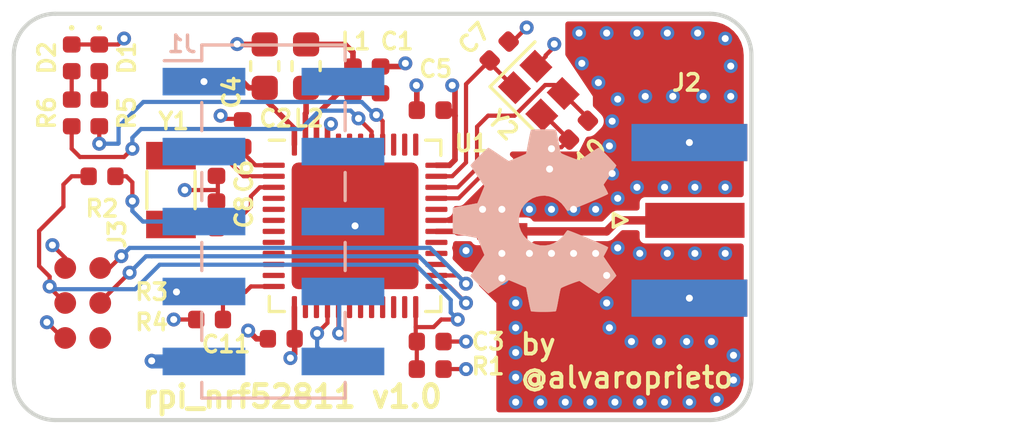
<source format=kicad_pcb>
(kicad_pcb (version 20171130) (host pcbnew 5.1.4-e60b266~84~ubuntu18.04.1)

  (general
    (thickness 1.6)
    (drawings 10)
    (tracks 310)
    (zones 0)
    (modules 29)
    (nets 26)
  )

  (page A4)
  (title_block
    (title rpi_nrf52811)
    (date 2019-10-13)
    (rev 1.0)
    (company @alvaroprieto)
  )

  (layers
    (0 F.Cu signal)
    (1 GND.Cu power)
    (2 Power.Cu mixed)
    (31 B.Cu signal)
    (32 B.Adhes user)
    (33 F.Adhes user)
    (34 B.Paste user)
    (35 F.Paste user)
    (36 B.SilkS user)
    (37 F.SilkS user)
    (38 B.Mask user)
    (39 F.Mask user)
    (40 Dwgs.User user)
    (41 Cmts.User user)
    (42 Eco1.User user)
    (43 Eco2.User user)
    (44 Edge.Cuts user)
    (45 Margin user)
    (46 B.CrtYd user)
    (47 F.CrtYd user)
    (48 B.Fab user hide)
    (49 F.Fab user hide)
  )

  (setup
    (last_trace_width 0.508)
    (user_trace_width 0.127)
    (user_trace_width 0.1524)
    (user_trace_width 0.2032)
    (user_trace_width 0.254)
    (user_trace_width 0.3048)
    (user_trace_width 0.381)
    (user_trace_width 0.508)
    (user_trace_width 0.635)
    (user_trace_width 1.016)
    (trace_clearance 0.1524)
    (zone_clearance 0.2032)
    (zone_45_only no)
    (trace_min 0.127)
    (via_size 0.508)
    (via_drill 0.254)
    (via_min_size 0.508)
    (via_min_drill 0.254)
    (user_via 0.508 0.254)
    (uvia_size 0.508)
    (uvia_drill 0.254)
    (uvias_allowed no)
    (uvia_min_size 0.2)
    (uvia_min_drill 0.1)
    (edge_width 0.15)
    (segment_width 0.2)
    (pcb_text_width 0.3)
    (pcb_text_size 1.5 1.5)
    (mod_edge_width 0.15)
    (mod_text_size 1 1)
    (mod_text_width 0.15)
    (pad_size 1.524 1.524)
    (pad_drill 0.762)
    (pad_to_mask_clearance 0.0508)
    (solder_mask_min_width 0.25)
    (aux_axis_origin 0 0)
    (visible_elements FFFFFF7F)
    (pcbplotparams
      (layerselection 0x010fc_ffffffff)
      (usegerberextensions false)
      (usegerberattributes true)
      (usegerberadvancedattributes false)
      (creategerberjobfile false)
      (excludeedgelayer true)
      (linewidth 0.100000)
      (plotframeref false)
      (viasonmask false)
      (mode 1)
      (useauxorigin false)
      (hpglpennumber 1)
      (hpglpenspeed 20)
      (hpglpendiameter 15.000000)
      (psnegative false)
      (psa4output false)
      (plotreference true)
      (plotvalue true)
      (plotinvisibletext false)
      (padsonsilk false)
      (subtractmaskfromsilk false)
      (outputformat 1)
      (mirror false)
      (drillshape 0)
      (scaleselection 1)
      (outputdirectory "gerber/"))
  )

  (net 0 "")
  (net 1 GND)
  (net 2 +3V3)
  (net 3 "Net-(J1-Pad5)")
  (net 4 /nRST)
  (net 5 /SWDIO)
  (net 6 /SWCLK)
  (net 7 /BOOT)
  (net 8 "Net-(F1-Pad1)")
  (net 9 "Net-(L1-Pad2)")
  (net 10 "Net-(L2-Pad2)")
  (net 11 "Net-(D1-Pad2)")
  (net 12 "Net-(D2-Pad2)")
  (net 13 "Net-(F1-Pad3)")
  (net 14 /TX_LED)
  (net 15 /RX_LED)
  (net 16 "Net-(C1-Pad1)")
  (net 17 "Net-(C4-Pad1)")
  (net 18 "Net-(C6-Pad1)")
  (net 19 "Net-(C7-Pad1)")
  (net 20 "Net-(C8-Pad1)")
  (net 21 "Net-(C9-Pad2)")
  (net 22 "Net-(C10-Pad2)")
  (net 23 "Net-(J1-Pad7)")
  (net 24 /PI_TX)
  (net 25 /PI_RX)

  (net_class Default "This is the default net class."
    (clearance 0.1524)
    (trace_width 0.1524)
    (via_dia 0.508)
    (via_drill 0.254)
    (uvia_dia 0.508)
    (uvia_drill 0.254)
    (diff_pair_width 0.1524)
    (diff_pair_gap 0.1524)
    (add_net +3V3)
    (add_net /BOOT)
    (add_net /PI_RX)
    (add_net /PI_TX)
    (add_net /RX_LED)
    (add_net /SWCLK)
    (add_net /SWDIO)
    (add_net /TX_LED)
    (add_net /nRST)
    (add_net GND)
    (add_net "Net-(C1-Pad1)")
    (add_net "Net-(C10-Pad2)")
    (add_net "Net-(C4-Pad1)")
    (add_net "Net-(C6-Pad1)")
    (add_net "Net-(C7-Pad1)")
    (add_net "Net-(C8-Pad1)")
    (add_net "Net-(C9-Pad2)")
    (add_net "Net-(D1-Pad2)")
    (add_net "Net-(D2-Pad2)")
    (add_net "Net-(F1-Pad1)")
    (add_net "Net-(F1-Pad3)")
    (add_net "Net-(J1-Pad5)")
    (add_net "Net-(J1-Pad7)")
    (add_net "Net-(L1-Pad2)")
    (add_net "Net-(L2-Pad2)")
  )

  (module Symbol:OSHW-Symbol_6.7x6mm_SilkScreen (layer B.Cu) (tedit 0) (tstamp 5DA3F676)
    (at 201.4 90 270)
    (descr "Open Source Hardware Symbol")
    (tags "Logo Symbol OSHW")
    (attr virtual)
    (fp_text reference REF** (at 0 0 270) (layer B.SilkS) hide
      (effects (font (size 1 1) (thickness 0.15)) (justify mirror))
    )
    (fp_text value OSHW-Symbol_6.7x6mm_SilkScreen (at 0.75 0 270) (layer B.Fab) hide
      (effects (font (size 1 1) (thickness 0.15)) (justify mirror))
    )
    (fp_poly (pts (xy 0.555814 2.531069) (xy 0.639635 2.086445) (xy 0.94892 1.958947) (xy 1.258206 1.831449)
      (xy 1.629246 2.083754) (xy 1.733157 2.154004) (xy 1.827087 2.216728) (xy 1.906652 2.269062)
      (xy 1.96747 2.308143) (xy 2.005157 2.331107) (xy 2.015421 2.336058) (xy 2.03391 2.323324)
      (xy 2.07342 2.288118) (xy 2.129522 2.234938) (xy 2.197787 2.168282) (xy 2.273786 2.092646)
      (xy 2.353092 2.012528) (xy 2.431275 1.932426) (xy 2.503907 1.856836) (xy 2.566559 1.790255)
      (xy 2.614803 1.737182) (xy 2.64421 1.702113) (xy 2.651241 1.690377) (xy 2.641123 1.66874)
      (xy 2.612759 1.621338) (xy 2.569129 1.552807) (xy 2.513218 1.467785) (xy 2.448006 1.370907)
      (xy 2.410219 1.31565) (xy 2.341343 1.214752) (xy 2.28014 1.123701) (xy 2.229578 1.04703)
      (xy 2.192628 0.989272) (xy 2.172258 0.954957) (xy 2.169197 0.947746) (xy 2.176136 0.927252)
      (xy 2.195051 0.879487) (xy 2.223087 0.811168) (xy 2.257391 0.729011) (xy 2.295109 0.63973)
      (xy 2.333387 0.550042) (xy 2.36937 0.466662) (xy 2.400206 0.396306) (xy 2.423039 0.34569)
      (xy 2.435017 0.321529) (xy 2.435724 0.320578) (xy 2.454531 0.315964) (xy 2.504618 0.305672)
      (xy 2.580793 0.290713) (xy 2.677865 0.272099) (xy 2.790643 0.250841) (xy 2.856442 0.238582)
      (xy 2.97695 0.215638) (xy 3.085797 0.193805) (xy 3.177476 0.174278) (xy 3.246481 0.158252)
      (xy 3.287304 0.146921) (xy 3.295511 0.143326) (xy 3.303548 0.118994) (xy 3.310033 0.064041)
      (xy 3.31497 -0.015108) (xy 3.318364 -0.112026) (xy 3.320218 -0.220287) (xy 3.320538 -0.333465)
      (xy 3.319327 -0.445135) (xy 3.31659 -0.548868) (xy 3.312331 -0.638241) (xy 3.306555 -0.706826)
      (xy 3.299267 -0.748197) (xy 3.294895 -0.75681) (xy 3.268764 -0.767133) (xy 3.213393 -0.781892)
      (xy 3.136107 -0.799352) (xy 3.04423 -0.81778) (xy 3.012158 -0.823741) (xy 2.857524 -0.852066)
      (xy 2.735375 -0.874876) (xy 2.641673 -0.89308) (xy 2.572384 -0.907583) (xy 2.523471 -0.919292)
      (xy 2.490897 -0.929115) (xy 2.470628 -0.937956) (xy 2.458626 -0.946724) (xy 2.456947 -0.948457)
      (xy 2.440184 -0.976371) (xy 2.414614 -1.030695) (xy 2.382788 -1.104777) (xy 2.34726 -1.191965)
      (xy 2.310583 -1.285608) (xy 2.275311 -1.379052) (xy 2.243996 -1.465647) (xy 2.219193 -1.53874)
      (xy 2.203454 -1.591678) (xy 2.199332 -1.617811) (xy 2.199676 -1.618726) (xy 2.213641 -1.640086)
      (xy 2.245322 -1.687084) (xy 2.291391 -1.754827) (xy 2.348518 -1.838423) (xy 2.413373 -1.932982)
      (xy 2.431843 -1.959854) (xy 2.497699 -2.057275) (xy 2.55565 -2.146163) (xy 2.602538 -2.221412)
      (xy 2.635207 -2.27792) (xy 2.6505 -2.310581) (xy 2.651241 -2.314593) (xy 2.638392 -2.335684)
      (xy 2.602888 -2.377464) (xy 2.549293 -2.435445) (xy 2.482171 -2.505135) (xy 2.406087 -2.582045)
      (xy 2.325604 -2.661683) (xy 2.245287 -2.739561) (xy 2.169699 -2.811186) (xy 2.103405 -2.87207)
      (xy 2.050969 -2.917721) (xy 2.016955 -2.94365) (xy 2.007545 -2.947883) (xy 1.985643 -2.937912)
      (xy 1.9408 -2.91102) (xy 1.880321 -2.871736) (xy 1.833789 -2.840117) (xy 1.749475 -2.782098)
      (xy 1.649626 -2.713784) (xy 1.549473 -2.645579) (xy 1.495627 -2.609075) (xy 1.313371 -2.4858)
      (xy 1.160381 -2.56852) (xy 1.090682 -2.604759) (xy 1.031414 -2.632926) (xy 0.991311 -2.648991)
      (xy 0.981103 -2.651226) (xy 0.968829 -2.634722) (xy 0.944613 -2.588082) (xy 0.910263 -2.515609)
      (xy 0.867588 -2.421606) (xy 0.818394 -2.310374) (xy 0.76449 -2.186215) (xy 0.707684 -2.053432)
      (xy 0.649782 -1.916327) (xy 0.592593 -1.779202) (xy 0.537924 -1.646358) (xy 0.487584 -1.522098)
      (xy 0.44338 -1.410725) (xy 0.407119 -1.316539) (xy 0.380609 -1.243844) (xy 0.365658 -1.196941)
      (xy 0.363254 -1.180833) (xy 0.382311 -1.160286) (xy 0.424036 -1.126933) (xy 0.479706 -1.087702)
      (xy 0.484378 -1.084599) (xy 0.628264 -0.969423) (xy 0.744283 -0.835053) (xy 0.83143 -0.685784)
      (xy 0.888699 -0.525913) (xy 0.915086 -0.359737) (xy 0.909585 -0.191552) (xy 0.87119 -0.025655)
      (xy 0.798895 0.133658) (xy 0.777626 0.168513) (xy 0.666996 0.309263) (xy 0.536302 0.422286)
      (xy 0.390064 0.506997) (xy 0.232808 0.562806) (xy 0.069057 0.589126) (xy -0.096667 0.58537)
      (xy -0.259838 0.55095) (xy -0.415935 0.485277) (xy -0.560433 0.387765) (xy -0.605131 0.348187)
      (xy -0.718888 0.224297) (xy -0.801782 0.093876) (xy -0.858644 -0.052315) (xy -0.890313 -0.197088)
      (xy -0.898131 -0.35986) (xy -0.872062 -0.52344) (xy -0.814755 -0.682298) (xy -0.728856 -0.830906)
      (xy -0.617014 -0.963735) (xy -0.481877 -1.075256) (xy -0.464117 -1.087011) (xy -0.40785 -1.125508)
      (xy -0.365077 -1.158863) (xy -0.344628 -1.18016) (xy -0.344331 -1.180833) (xy -0.348721 -1.203871)
      (xy -0.366124 -1.256157) (xy -0.394732 -1.33339) (xy -0.432735 -1.431268) (xy -0.478326 -1.545491)
      (xy -0.529697 -1.671758) (xy -0.585038 -1.805767) (xy -0.642542 -1.943218) (xy -0.700399 -2.079808)
      (xy -0.756802 -2.211237) (xy -0.809942 -2.333205) (xy -0.85801 -2.441409) (xy -0.899199 -2.531549)
      (xy -0.931699 -2.599323) (xy -0.953703 -2.64043) (xy -0.962564 -2.651226) (xy -0.98964 -2.642819)
      (xy -1.040303 -2.620272) (xy -1.105817 -2.587613) (xy -1.141841 -2.56852) (xy -1.294832 -2.4858)
      (xy -1.477088 -2.609075) (xy -1.570125 -2.672228) (xy -1.671985 -2.741727) (xy -1.767438 -2.807165)
      (xy -1.81525 -2.840117) (xy -1.882495 -2.885273) (xy -1.939436 -2.921057) (xy -1.978646 -2.942938)
      (xy -1.991381 -2.947563) (xy -2.009917 -2.935085) (xy -2.050941 -2.900252) (xy -2.110475 -2.846678)
      (xy -2.184542 -2.777983) (xy -2.269165 -2.697781) (xy -2.322685 -2.646286) (xy -2.416319 -2.554286)
      (xy -2.497241 -2.471999) (xy -2.562177 -2.402945) (xy -2.607858 -2.350644) (xy -2.631011 -2.318616)
      (xy -2.633232 -2.312116) (xy -2.622924 -2.287394) (xy -2.594439 -2.237405) (xy -2.550937 -2.167212)
      (xy -2.495577 -2.081875) (xy -2.43152 -1.986456) (xy -2.413303 -1.959854) (xy -2.346927 -1.863167)
      (xy -2.287378 -1.776117) (xy -2.237984 -1.703595) (xy -2.202075 -1.650493) (xy -2.182981 -1.621703)
      (xy -2.181136 -1.618726) (xy -2.183895 -1.595782) (xy -2.198538 -1.545336) (xy -2.222513 -1.474041)
      (xy -2.253266 -1.388547) (xy -2.288244 -1.295507) (xy -2.324893 -1.201574) (xy -2.360661 -1.113399)
      (xy -2.392994 -1.037634) (xy -2.419338 -0.980931) (xy -2.437142 -0.949943) (xy -2.438407 -0.948457)
      (xy -2.449294 -0.939601) (xy -2.467682 -0.930843) (xy -2.497606 -0.921277) (xy -2.543103 -0.909996)
      (xy -2.608209 -0.896093) (xy -2.696961 -0.878663) (xy -2.813393 -0.856798) (xy -2.961542 -0.829591)
      (xy -2.993618 -0.823741) (xy -3.088686 -0.805374) (xy -3.171565 -0.787405) (xy -3.23493 -0.771569)
      (xy -3.271458 -0.7596) (xy -3.276356 -0.75681) (xy -3.284427 -0.732072) (xy -3.290987 -0.67679)
      (xy -3.296033 -0.597389) (xy -3.299559 -0.500296) (xy -3.301561 -0.391938) (xy -3.302036 -0.27874)
      (xy -3.300977 -0.167128) (xy -3.298382 -0.063529) (xy -3.294246 0.025632) (xy -3.288563 0.093928)
      (xy -3.281331 0.134934) (xy -3.276971 0.143326) (xy -3.252698 0.151792) (xy -3.197426 0.165565)
      (xy -3.116662 0.18345) (xy -3.015912 0.204252) (xy -2.900683 0.226777) (xy -2.837902 0.238582)
      (xy -2.718787 0.260849) (xy -2.612565 0.281021) (xy -2.524427 0.298085) (xy -2.459566 0.311031)
      (xy -2.423174 0.318845) (xy -2.417184 0.320578) (xy -2.407061 0.34011) (xy -2.385662 0.387157)
      (xy -2.355839 0.454997) (xy -2.320445 0.536909) (xy -2.282332 0.626172) (xy -2.244353 0.716065)
      (xy -2.20936 0.799865) (xy -2.180206 0.870853) (xy -2.159743 0.922306) (xy -2.150823 0.947503)
      (xy -2.150657 0.948604) (xy -2.160769 0.968481) (xy -2.189117 1.014223) (xy -2.232723 1.081283)
      (xy -2.288606 1.165116) (xy -2.353787 1.261174) (xy -2.391679 1.31635) (xy -2.460725 1.417519)
      (xy -2.52205 1.50937) (xy -2.572663 1.587256) (xy -2.609571 1.646531) (xy -2.629782 1.682549)
      (xy -2.632701 1.690623) (xy -2.620153 1.709416) (xy -2.585463 1.749543) (xy -2.533063 1.806507)
      (xy -2.467384 1.875815) (xy -2.392856 1.952969) (xy -2.313913 2.033475) (xy -2.234983 2.112837)
      (xy -2.1605 2.18656) (xy -2.094894 2.250148) (xy -2.042596 2.299106) (xy -2.008039 2.328939)
      (xy -1.996478 2.336058) (xy -1.977654 2.326047) (xy -1.932631 2.297922) (xy -1.865787 2.254546)
      (xy -1.781499 2.198782) (xy -1.684144 2.133494) (xy -1.610707 2.083754) (xy -1.239667 1.831449)
      (xy -0.621095 2.086445) (xy -0.537275 2.531069) (xy -0.453454 2.975693) (xy 0.471994 2.975693)
      (xy 0.555814 2.531069)) (layer B.SilkS) (width 0.01))
  )

  (module alvarop:NRF52811-QFN48 (layer F.Cu) (tedit 5D87B455) (tstamp 5CE5EDEB)
    (at 194.876 90.2)
    (descr "QFN, 48 Pin (http://infocenter.nordicsemi.com/pdf/nRF51822_PS_v3.3.pdf#page=67), generated with kicad-footprint-generator ipc_dfn_qfn_generator.py")
    (tags "QFN DFN_QFN")
    (path /5CE6B290)
    (attr smd)
    (fp_text reference U1 (at 4.224 -3) (layer F.SilkS)
      (effects (font (size 0.6 0.6) (thickness 0.125)))
    )
    (fp_text value NRF52811-QFAA (at 0 4.3) (layer F.Fab)
      (effects (font (size 1 1) (thickness 0.15)))
    )
    (fp_text user %R (at 0 0) (layer F.Fab)
      (effects (font (size 1 1) (thickness 0.15)))
    )
    (fp_line (start 3.6 -3.6) (end -3.6 -3.6) (layer F.CrtYd) (width 0.05))
    (fp_line (start 3.6 3.6) (end 3.6 -3.6) (layer F.CrtYd) (width 0.05))
    (fp_line (start -3.6 3.6) (end 3.6 3.6) (layer F.CrtYd) (width 0.05))
    (fp_line (start -3.6 -3.6) (end -3.6 3.6) (layer F.CrtYd) (width 0.05))
    (fp_line (start -3 -2) (end -2 -3) (layer F.Fab) (width 0.1))
    (fp_line (start -3 3) (end -3 -2) (layer F.Fab) (width 0.1))
    (fp_line (start 3 3) (end -3 3) (layer F.Fab) (width 0.1))
    (fp_line (start 3 -3) (end 3 3) (layer F.Fab) (width 0.1))
    (fp_line (start -2 -3) (end 3 -3) (layer F.Fab) (width 0.1))
    (fp_line (start -2.56 -3.11) (end -3.11 -3.11) (layer F.SilkS) (width 0.12))
    (fp_line (start 3.11 3.11) (end 3.11 2.56) (layer F.SilkS) (width 0.12))
    (fp_line (start 2.56 3.11) (end 3.11 3.11) (layer F.SilkS) (width 0.12))
    (fp_line (start -3.11 3.11) (end -3.11 2.56) (layer F.SilkS) (width 0.12))
    (fp_line (start -2.56 3.11) (end -3.11 3.11) (layer F.SilkS) (width 0.12))
    (fp_line (start 3.11 -3.11) (end 3.11 -2.56) (layer F.SilkS) (width 0.12))
    (fp_line (start 2.56 -3.11) (end 3.11 -3.11) (layer F.SilkS) (width 0.12))
    (pad 48 smd roundrect (at -2.2 -2.95) (size 0.19 0.8) (layers F.Cu F.Paste F.Mask) (roundrect_rratio 0.25)
      (net 2 +3V3))
    (pad 47 smd roundrect (at -1.8 -2.95) (size 0.19 0.8) (layers F.Cu F.Paste F.Mask) (roundrect_rratio 0.25)
      (net 10 "Net-(L2-Pad2)"))
    (pad 46 smd roundrect (at -1.4 -2.95) (size 0.19 0.8) (layers F.Cu F.Paste F.Mask) (roundrect_rratio 0.25)
      (net 16 "Net-(C1-Pad1)"))
    (pad 45 smd roundrect (at -1 -2.95) (size 0.19 0.8) (layers F.Cu F.Paste F.Mask) (roundrect_rratio 0.25)
      (net 1 GND))
    (pad 44 smd roundrect (at -0.6 -2.95) (size 0.19 0.8) (layers F.Cu F.Paste F.Mask) (roundrect_rratio 0.25))
    (pad 43 smd roundrect (at -0.2 -2.95) (size 0.19 0.8) (layers F.Cu F.Paste F.Mask) (roundrect_rratio 0.25))
    (pad 42 smd roundrect (at 0.2 -2.95) (size 0.19 0.8) (layers F.Cu F.Paste F.Mask) (roundrect_rratio 0.25))
    (pad 41 smd roundrect (at 0.6 -2.95) (size 0.19 0.8) (layers F.Cu F.Paste F.Mask) (roundrect_rratio 0.25)
      (net 15 /RX_LED))
    (pad 40 smd roundrect (at 1 -2.95) (size 0.19 0.8) (layers F.Cu F.Paste F.Mask) (roundrect_rratio 0.25)
      (net 14 /TX_LED))
    (pad 39 smd roundrect (at 1.4 -2.95) (size 0.19 0.8) (layers F.Cu F.Paste F.Mask) (roundrect_rratio 0.25))
    (pad 38 smd roundrect (at 1.8 -2.95) (size 0.19 0.8) (layers F.Cu F.Paste F.Mask) (roundrect_rratio 0.25))
    (pad 37 smd roundrect (at 2.2 -2.95) (size 0.19 0.8) (layers F.Cu F.Paste F.Mask) (roundrect_rratio 0.25))
    (pad 36 smd roundrect (at 2.95 -2.2) (size 0.8 0.19) (layers F.Cu F.Paste F.Mask) (roundrect_rratio 0.25)
      (net 2 +3V3))
    (pad 35 smd roundrect (at 2.95 -1.8) (size 0.8 0.19) (layers F.Cu F.Paste F.Mask) (roundrect_rratio 0.25)
      (net 19 "Net-(C7-Pad1)"))
    (pad 34 smd roundrect (at 2.95 -1.4) (size 0.8 0.19) (layers F.Cu F.Paste F.Mask) (roundrect_rratio 0.25)
      (net 22 "Net-(C10-Pad2)"))
    (pad 33 smd roundrect (at 2.95 -1) (size 0.8 0.19) (layers F.Cu F.Paste F.Mask) (roundrect_rratio 0.25)
      (net 21 "Net-(C9-Pad2)"))
    (pad 32 smd roundrect (at 2.95 -0.6) (size 0.8 0.19) (layers F.Cu F.Paste F.Mask) (roundrect_rratio 0.25))
    (pad 31 smd roundrect (at 2.95 -0.2) (size 0.8 0.19) (layers F.Cu F.Paste F.Mask) (roundrect_rratio 0.25)
      (net 1 GND))
    (pad 30 smd roundrect (at 2.95 0.2) (size 0.8 0.19) (layers F.Cu F.Paste F.Mask) (roundrect_rratio 0.25)
      (net 8 "Net-(F1-Pad1)"))
    (pad 29 smd roundrect (at 2.95 0.6) (size 0.8 0.19) (layers F.Cu F.Paste F.Mask) (roundrect_rratio 0.25))
    (pad 28 smd roundrect (at 2.95 1) (size 0.8 0.19) (layers F.Cu F.Paste F.Mask) (roundrect_rratio 0.25))
    (pad 27 smd roundrect (at 2.95 1.4) (size 0.8 0.19) (layers F.Cu F.Paste F.Mask) (roundrect_rratio 0.25))
    (pad 26 smd roundrect (at 2.95 1.8) (size 0.8 0.19) (layers F.Cu F.Paste F.Mask) (roundrect_rratio 0.25)
      (net 5 /SWDIO))
    (pad 25 smd roundrect (at 2.95 2.2) (size 0.8 0.19) (layers F.Cu F.Paste F.Mask) (roundrect_rratio 0.25)
      (net 6 /SWCLK))
    (pad 24 smd roundrect (at 2.2 2.95) (size 0.19 0.8) (layers F.Cu F.Paste F.Mask) (roundrect_rratio 0.25)
      (net 4 /nRST))
    (pad 23 smd roundrect (at 1.8 2.95) (size 0.19 0.8) (layers F.Cu F.Paste F.Mask) (roundrect_rratio 0.25))
    (pad 22 smd roundrect (at 1.4 2.95) (size 0.19 0.8) (layers F.Cu F.Paste F.Mask) (roundrect_rratio 0.25))
    (pad 21 smd roundrect (at 1 2.95) (size 0.19 0.8) (layers F.Cu F.Paste F.Mask) (roundrect_rratio 0.25))
    (pad 20 smd roundrect (at 0.6 2.95) (size 0.19 0.8) (layers F.Cu F.Paste F.Mask) (roundrect_rratio 0.25))
    (pad 19 smd roundrect (at 0.2 2.95) (size 0.19 0.8) (layers F.Cu F.Paste F.Mask) (roundrect_rratio 0.25))
    (pad 18 smd roundrect (at -0.2 2.95) (size 0.19 0.8) (layers F.Cu F.Paste F.Mask) (roundrect_rratio 0.25))
    (pad 17 smd roundrect (at -0.6 2.95) (size 0.19 0.8) (layers F.Cu F.Paste F.Mask) (roundrect_rratio 0.25)
      (net 24 /PI_TX))
    (pad 16 smd roundrect (at -1 2.95) (size 0.19 0.8) (layers F.Cu F.Paste F.Mask) (roundrect_rratio 0.25)
      (net 25 /PI_RX))
    (pad 15 smd roundrect (at -1.4 2.95) (size 0.19 0.8) (layers F.Cu F.Paste F.Mask) (roundrect_rratio 0.25))
    (pad 14 smd roundrect (at -1.8 2.95) (size 0.19 0.8) (layers F.Cu F.Paste F.Mask) (roundrect_rratio 0.25))
    (pad 13 smd roundrect (at -2.2 2.95) (size 0.19 0.8) (layers F.Cu F.Paste F.Mask) (roundrect_rratio 0.25)
      (net 2 +3V3))
    (pad 12 smd roundrect (at -2.95 2.2) (size 0.8 0.19) (layers F.Cu F.Paste F.Mask) (roundrect_rratio 0.25)
      (net 7 /BOOT))
    (pad 11 smd roundrect (at -2.95 1.8) (size 0.8 0.19) (layers F.Cu F.Paste F.Mask) (roundrect_rratio 0.25))
    (pad 10 smd roundrect (at -2.95 1.4) (size 0.8 0.19) (layers F.Cu F.Paste F.Mask) (roundrect_rratio 0.25))
    (pad 9 smd roundrect (at -2.95 1) (size 0.8 0.19) (layers F.Cu F.Paste F.Mask) (roundrect_rratio 0.25))
    (pad 8 smd roundrect (at -2.95 0.6) (size 0.8 0.19) (layers F.Cu F.Paste F.Mask) (roundrect_rratio 0.25))
    (pad 7 smd roundrect (at -2.95 0.2) (size 0.8 0.19) (layers F.Cu F.Paste F.Mask) (roundrect_rratio 0.25))
    (pad 6 smd roundrect (at -2.95 -0.2) (size 0.8 0.19) (layers F.Cu F.Paste F.Mask) (roundrect_rratio 0.25))
    (pad 5 smd roundrect (at -2.95 -0.6) (size 0.8 0.19) (layers F.Cu F.Paste F.Mask) (roundrect_rratio 0.25))
    (pad 4 smd roundrect (at -2.95 -1) (size 0.8 0.19) (layers F.Cu F.Paste F.Mask) (roundrect_rratio 0.25))
    (pad 3 smd roundrect (at -2.95 -1.4) (size 0.8 0.19) (layers F.Cu F.Paste F.Mask) (roundrect_rratio 0.25)
      (net 20 "Net-(C8-Pad1)"))
    (pad 2 smd roundrect (at -2.95 -1.8) (size 0.8 0.19) (layers F.Cu F.Paste F.Mask) (roundrect_rratio 0.25)
      (net 18 "Net-(C6-Pad1)"))
    (pad 1 smd roundrect (at -2.95 -2.2) (size 0.8 0.19) (layers F.Cu F.Paste F.Mask) (roundrect_rratio 0.25)
      (net 17 "Net-(C4-Pad1)"))
    (pad "" smd roundrect (at 1.53 1.53) (size 1.24 1.24) (layers F.Paste) (roundrect_rratio 0.201613))
    (pad "" smd roundrect (at 1.53 0) (size 1.24 1.24) (layers F.Paste) (roundrect_rratio 0.201613))
    (pad "" smd roundrect (at 1.53 -1.53) (size 1.24 1.24) (layers F.Paste) (roundrect_rratio 0.201613))
    (pad "" smd roundrect (at 0 1.53) (size 1.24 1.24) (layers F.Paste) (roundrect_rratio 0.201613))
    (pad "" smd roundrect (at 0 0) (size 1.24 1.24) (layers F.Paste) (roundrect_rratio 0.201613))
    (pad "" smd roundrect (at 0 -1.53) (size 1.24 1.24) (layers F.Paste) (roundrect_rratio 0.201613))
    (pad "" smd roundrect (at -1.53 1.53) (size 1.24 1.24) (layers F.Paste) (roundrect_rratio 0.201613))
    (pad "" smd roundrect (at -1.53 0) (size 1.24 1.24) (layers F.Paste) (roundrect_rratio 0.201613))
    (pad "" smd roundrect (at -1.53 -1.53) (size 1.24 1.24) (layers F.Paste) (roundrect_rratio 0.201613))
    (pad 49 smd roundrect (at 0 0) (size 4.6 4.6) (layers F.Cu F.Mask) (roundrect_rratio 0.054348)
      (net 1 GND))
    (model ${KISYS3DMOD}/Package_DFN_QFN.3dshapes/QFN-48-1EP_6x6mm_P0.4mm_EP4.6x4.6mm.wrl
      (at (xyz 0 0 0))
      (scale (xyz 1 1 1))
      (rotate (xyz 0 0 0))
    )
  )

  (module LED_SMD:LED_0402_1005Metric (layer F.Cu) (tedit 5B301BBE) (tstamp 5CE86D42)
    (at 184.6 84.1 270)
    (descr "LED SMD 0402 (1005 Metric), square (rectangular) end terminal, IPC_7351 nominal, (Body size source: http://www.tortai-tech.com/upload/download/2011102023233369053.pdf), generated with kicad-footprint-generator")
    (tags LED)
    (path /5C5E373C)
    (attr smd)
    (fp_text reference D2 (at 0 0.9 90) (layer F.SilkS)
      (effects (font (size 0.6 0.6) (thickness 0.125)))
    )
    (fp_text value LED_ALT (at 0 1.17 90) (layer F.Fab)
      (effects (font (size 0.6 0.6) (thickness 0.125)))
    )
    (fp_circle (center -1.09 0) (end -1.04 0) (layer F.SilkS) (width 0.1))
    (fp_line (start -0.5 0.25) (end -0.5 -0.25) (layer F.Fab) (width 0.1))
    (fp_line (start -0.5 -0.25) (end 0.5 -0.25) (layer F.Fab) (width 0.1))
    (fp_line (start 0.5 -0.25) (end 0.5 0.25) (layer F.Fab) (width 0.1))
    (fp_line (start 0.5 0.25) (end -0.5 0.25) (layer F.Fab) (width 0.1))
    (fp_line (start -0.4 0.25) (end -0.4 -0.25) (layer F.Fab) (width 0.1))
    (fp_line (start -0.3 0.25) (end -0.3 -0.25) (layer F.Fab) (width 0.1))
    (fp_line (start -0.93 0.47) (end -0.93 -0.47) (layer F.CrtYd) (width 0.05))
    (fp_line (start -0.93 -0.47) (end 0.93 -0.47) (layer F.CrtYd) (width 0.05))
    (fp_line (start 0.93 -0.47) (end 0.93 0.47) (layer F.CrtYd) (width 0.05))
    (fp_line (start 0.93 0.47) (end -0.93 0.47) (layer F.CrtYd) (width 0.05))
    (fp_text user %R (at 0 0 90) (layer F.Fab)
      (effects (font (size 0.6 0.6) (thickness 0.125)))
    )
    (pad 1 smd roundrect (at -0.485 0 270) (size 0.59 0.64) (layers F.Cu F.Paste F.Mask) (roundrect_rratio 0.25)
      (net 1 GND))
    (pad 2 smd roundrect (at 0.485 0 270) (size 0.59 0.64) (layers F.Cu F.Paste F.Mask) (roundrect_rratio 0.25)
      (net 12 "Net-(D2-Pad2)"))
    (model ${KISYS3DMOD}/LED_SMD.3dshapes/LED_0402_1005Metric.wrl
      (at (xyz 0 0 0))
      (scale (xyz 1 1 1))
      (rotate (xyz 0 0 0))
    )
  )

  (module Resistor_SMD:R_0402_1005Metric (layer F.Cu) (tedit 5B301BBD) (tstamp 5CE86DAD)
    (at 184.6 86.1 270)
    (descr "Resistor SMD 0402 (1005 Metric), square (rectangular) end terminal, IPC_7351 nominal, (Body size source: http://www.tortai-tech.com/upload/download/2011102023233369053.pdf), generated with kicad-footprint-generator")
    (tags resistor)
    (path /5C5E3734)
    (attr smd)
    (fp_text reference R6 (at 0 0.9 90) (layer F.SilkS)
      (effects (font (size 0.6 0.6) (thickness 0.125)))
    )
    (fp_text value 10k (at 0 1.17 90) (layer F.Fab)
      (effects (font (size 0.6 0.6) (thickness 0.125)))
    )
    (fp_text user %R (at 0 0 90) (layer F.Fab)
      (effects (font (size 0.6 0.6) (thickness 0.125)))
    )
    (fp_line (start 0.93 0.47) (end -0.93 0.47) (layer F.CrtYd) (width 0.05))
    (fp_line (start 0.93 -0.47) (end 0.93 0.47) (layer F.CrtYd) (width 0.05))
    (fp_line (start -0.93 -0.47) (end 0.93 -0.47) (layer F.CrtYd) (width 0.05))
    (fp_line (start -0.93 0.47) (end -0.93 -0.47) (layer F.CrtYd) (width 0.05))
    (fp_line (start 0.5 0.25) (end -0.5 0.25) (layer F.Fab) (width 0.1))
    (fp_line (start 0.5 -0.25) (end 0.5 0.25) (layer F.Fab) (width 0.1))
    (fp_line (start -0.5 -0.25) (end 0.5 -0.25) (layer F.Fab) (width 0.1))
    (fp_line (start -0.5 0.25) (end -0.5 -0.25) (layer F.Fab) (width 0.1))
    (pad 2 smd roundrect (at 0.485 0 270) (size 0.59 0.64) (layers F.Cu F.Paste F.Mask) (roundrect_rratio 0.25)
      (net 15 /RX_LED))
    (pad 1 smd roundrect (at -0.485 0 270) (size 0.59 0.64) (layers F.Cu F.Paste F.Mask) (roundrect_rratio 0.25)
      (net 12 "Net-(D2-Pad2)"))
    (model ${KISYS3DMOD}/Resistor_SMD.3dshapes/R_0402_1005Metric.wrl
      (at (xyz 0 0 0))
      (scale (xyz 1 1 1))
      (rotate (xyz 0 0 0))
    )
  )

  (module LED_SMD:LED_0402_1005Metric (layer F.Cu) (tedit 5B301BBE) (tstamp 5CE86D31)
    (at 185.6 84.1 270)
    (descr "LED SMD 0402 (1005 Metric), square (rectangular) end terminal, IPC_7351 nominal, (Body size source: http://www.tortai-tech.com/upload/download/2011102023233369053.pdf), generated with kicad-footprint-generator")
    (tags LED)
    (path /5D683111)
    (attr smd)
    (fp_text reference D1 (at 0 -1 90) (layer F.SilkS)
      (effects (font (size 0.6 0.6) (thickness 0.125)))
    )
    (fp_text value LED_ALT (at 0 1.17 90) (layer F.Fab)
      (effects (font (size 0.6 0.6) (thickness 0.125)))
    )
    (fp_text user %R (at 0 0 90) (layer F.Fab)
      (effects (font (size 0.6 0.6) (thickness 0.125)))
    )
    (fp_line (start 0.93 0.47) (end -0.93 0.47) (layer F.CrtYd) (width 0.05))
    (fp_line (start 0.93 -0.47) (end 0.93 0.47) (layer F.CrtYd) (width 0.05))
    (fp_line (start -0.93 -0.47) (end 0.93 -0.47) (layer F.CrtYd) (width 0.05))
    (fp_line (start -0.93 0.47) (end -0.93 -0.47) (layer F.CrtYd) (width 0.05))
    (fp_line (start -0.3 0.25) (end -0.3 -0.25) (layer F.Fab) (width 0.1))
    (fp_line (start -0.4 0.25) (end -0.4 -0.25) (layer F.Fab) (width 0.1))
    (fp_line (start 0.5 0.25) (end -0.5 0.25) (layer F.Fab) (width 0.1))
    (fp_line (start 0.5 -0.25) (end 0.5 0.25) (layer F.Fab) (width 0.1))
    (fp_line (start -0.5 -0.25) (end 0.5 -0.25) (layer F.Fab) (width 0.1))
    (fp_line (start -0.5 0.25) (end -0.5 -0.25) (layer F.Fab) (width 0.1))
    (fp_circle (center -1.09 0) (end -1.04 0) (layer F.SilkS) (width 0.1))
    (pad 2 smd roundrect (at 0.485 0 270) (size 0.59 0.64) (layers F.Cu F.Paste F.Mask) (roundrect_rratio 0.25)
      (net 11 "Net-(D1-Pad2)"))
    (pad 1 smd roundrect (at -0.485 0 270) (size 0.59 0.64) (layers F.Cu F.Paste F.Mask) (roundrect_rratio 0.25)
      (net 1 GND))
    (model ${KISYS3DMOD}/LED_SMD.3dshapes/LED_0402_1005Metric.wrl
      (at (xyz 0 0 0))
      (scale (xyz 1 1 1))
      (rotate (xyz 0 0 0))
    )
  )

  (module Resistor_SMD:R_0402_1005Metric (layer F.Cu) (tedit 5B301BBD) (tstamp 5CE86D9F)
    (at 185.6 86.1 270)
    (descr "Resistor SMD 0402 (1005 Metric), square (rectangular) end terminal, IPC_7351 nominal, (Body size source: http://www.tortai-tech.com/upload/download/2011102023233369053.pdf), generated with kicad-footprint-generator")
    (tags resistor)
    (path /5D68310B)
    (attr smd)
    (fp_text reference R5 (at 0 -1 90) (layer F.SilkS)
      (effects (font (size 0.6 0.6) (thickness 0.125)))
    )
    (fp_text value 10k (at 0 1.17 90) (layer F.Fab)
      (effects (font (size 0.6 0.6) (thickness 0.125)))
    )
    (fp_line (start -0.5 0.25) (end -0.5 -0.25) (layer F.Fab) (width 0.1))
    (fp_line (start -0.5 -0.25) (end 0.5 -0.25) (layer F.Fab) (width 0.1))
    (fp_line (start 0.5 -0.25) (end 0.5 0.25) (layer F.Fab) (width 0.1))
    (fp_line (start 0.5 0.25) (end -0.5 0.25) (layer F.Fab) (width 0.1))
    (fp_line (start -0.93 0.47) (end -0.93 -0.47) (layer F.CrtYd) (width 0.05))
    (fp_line (start -0.93 -0.47) (end 0.93 -0.47) (layer F.CrtYd) (width 0.05))
    (fp_line (start 0.93 -0.47) (end 0.93 0.47) (layer F.CrtYd) (width 0.05))
    (fp_line (start 0.93 0.47) (end -0.93 0.47) (layer F.CrtYd) (width 0.05))
    (fp_text user %R (at 0 0 90) (layer F.Fab)
      (effects (font (size 0.6 0.6) (thickness 0.125)))
    )
    (pad 1 smd roundrect (at -0.485 0 270) (size 0.59 0.64) (layers F.Cu F.Paste F.Mask) (roundrect_rratio 0.25)
      (net 11 "Net-(D1-Pad2)"))
    (pad 2 smd roundrect (at 0.485 0 270) (size 0.59 0.64) (layers F.Cu F.Paste F.Mask) (roundrect_rratio 0.25)
      (net 14 /TX_LED))
    (model ${KISYS3DMOD}/Resistor_SMD.3dshapes/R_0402_1005Metric.wrl
      (at (xyz 0 0 0))
      (scale (xyz 1 1 1))
      (rotate (xyz 0 0 0))
    )
  )

  (module alvarop:TC2030-NL (layer F.Cu) (tedit 5AD23DDA) (tstamp 5DA3A9BA)
    (at 185 93 270)
    (path /5C2FAE4C)
    (fp_text reference J3 (at -2.5 -1.25 90) (layer F.SilkS)
      (effects (font (size 0.6 0.6) (thickness 0.125)))
    )
    (fp_text value TC2030-CTX (at 0 -5 90) (layer F.Fab)
      (effects (font (size 0.6 0.6) (thickness 0.125)))
    )
    (pad 1 smd circle (at -1.27 0.635 270) (size 0.7874 0.7874) (layers F.Cu F.Mask)
      (net 2 +3V3))
    (pad 2 smd circle (at -1.27 -0.635 270) (size 0.7874 0.7874) (layers F.Cu F.Mask)
      (net 5 /SWDIO))
    (pad 3 smd circle (at 0 0.635 270) (size 0.7874 0.7874) (layers F.Cu F.Mask)
      (net 4 /nRST))
    (pad 4 smd circle (at 0 -0.635 270) (size 0.7874 0.7874) (layers F.Cu F.Mask)
      (net 6 /SWCLK))
    (pad 5 smd circle (at 1.27 0.635 270) (size 0.7874 0.7874) (layers F.Cu F.Mask)
      (net 1 GND))
    (pad 6 smd circle (at 1.27 -0.635 270) (size 0.7874 0.7874) (layers F.Cu F.Mask))
    (pad "" np_thru_hole circle (at 2.54 1.016 270) (size 0.9906 0.9906) (drill 0.9906) (layers *.Cu *.Mask))
    (pad "" np_thru_hole circle (at 2.54 -1.016 270) (size 0.9906 0.9906) (drill 0.9906) (layers *.Cu *.Mask))
    (pad "" np_thru_hole circle (at -2.54 0 270) (size 0.9906 0.9906) (drill 0.9906) (layers *.Cu *.Mask))
  )

  (module Resistor_SMD:R_0402_1005Metric (layer F.Cu) (tedit 5B301BBD) (tstamp 5DA39ED3)
    (at 197.6 95.4 180)
    (descr "Resistor SMD 0402 (1005 Metric), square (rectangular) end terminal, IPC_7351 nominal, (Body size source: http://www.tortai-tech.com/upload/download/2011102023233369053.pdf), generated with kicad-footprint-generator")
    (tags resistor)
    (path /5DB56E58)
    (attr smd)
    (fp_text reference R1 (at -2.1 0.1) (layer F.SilkS)
      (effects (font (size 0.6 0.6) (thickness 0.125)))
    )
    (fp_text value 10k (at 0 1.17) (layer F.Fab)
      (effects (font (size 0.6 0.6) (thickness 0.125)))
    )
    (fp_line (start -0.5 0.25) (end -0.5 -0.25) (layer F.Fab) (width 0.1))
    (fp_line (start -0.5 -0.25) (end 0.5 -0.25) (layer F.Fab) (width 0.1))
    (fp_line (start 0.5 -0.25) (end 0.5 0.25) (layer F.Fab) (width 0.1))
    (fp_line (start 0.5 0.25) (end -0.5 0.25) (layer F.Fab) (width 0.1))
    (fp_line (start -0.93 0.47) (end -0.93 -0.47) (layer F.CrtYd) (width 0.05))
    (fp_line (start -0.93 -0.47) (end 0.93 -0.47) (layer F.CrtYd) (width 0.05))
    (fp_line (start 0.93 -0.47) (end 0.93 0.47) (layer F.CrtYd) (width 0.05))
    (fp_line (start 0.93 0.47) (end -0.93 0.47) (layer F.CrtYd) (width 0.05))
    (fp_text user %R (at 0 0) (layer F.Fab)
      (effects (font (size 0.25 0.25) (thickness 0.04)))
    )
    (pad 1 smd roundrect (at -0.485 0 180) (size 0.59 0.64) (layers F.Cu F.Paste F.Mask) (roundrect_rratio 0.25)
      (net 2 +3V3))
    (pad 2 smd roundrect (at 0.485 0 180) (size 0.59 0.64) (layers F.Cu F.Paste F.Mask) (roundrect_rratio 0.25)
      (net 4 /nRST))
    (model ${KISYS3DMOD}/Resistor_SMD.3dshapes/R_0402_1005Metric.wrl
      (at (xyz 0 0 0))
      (scale (xyz 1 1 1))
      (rotate (xyz 0 0 0))
    )
  )

  (module Connector_PinSocket_2.54mm:PinSocket_2x05_P2.54mm_Vertical_SMD (layer B.Cu) (tedit 5A19A425) (tstamp 5DA39EC4)
    (at 191.917 90.043 180)
    (descr "surface-mounted straight socket strip, 2x05, 2.54mm pitch, double cols (from Kicad 4.0.7), script generated")
    (tags "Surface mounted socket strip SMD 2x05 2.54mm double row")
    (path /5DA751BC)
    (attr smd)
    (fp_text reference J1 (at 3.317 6.443) (layer B.SilkS)
      (effects (font (size 0.6 0.6) (thickness 0.125)) (justify mirror))
    )
    (fp_text value RPi (at -3.583 -6.357) (layer B.Fab)
      (effects (font (size 0.6 0.6) (thickness 0.125)) (justify mirror))
    )
    (fp_line (start -2.6 6.41) (end 2.6 6.41) (layer B.SilkS) (width 0.12))
    (fp_line (start 2.6 6.41) (end 2.6 5.84) (layer B.SilkS) (width 0.12))
    (fp_line (start 2.6 4.32) (end 2.6 3.3) (layer B.SilkS) (width 0.12))
    (fp_line (start 2.6 1.78) (end 2.6 0.76) (layer B.SilkS) (width 0.12))
    (fp_line (start 2.6 -0.76) (end 2.6 -1.78) (layer B.SilkS) (width 0.12))
    (fp_line (start 2.6 -3.3) (end 2.6 -4.32) (layer B.SilkS) (width 0.12))
    (fp_line (start 2.6 -5.84) (end 2.6 -6.41) (layer B.SilkS) (width 0.12))
    (fp_line (start -2.6 -6.41) (end 2.6 -6.41) (layer B.SilkS) (width 0.12))
    (fp_line (start -2.6 6.41) (end -2.6 5.84) (layer B.SilkS) (width 0.12))
    (fp_line (start -2.6 4.32) (end -2.6 3.3) (layer B.SilkS) (width 0.12))
    (fp_line (start -2.6 1.78) (end -2.6 0.76) (layer B.SilkS) (width 0.12))
    (fp_line (start -2.6 -0.76) (end -2.6 -1.78) (layer B.SilkS) (width 0.12))
    (fp_line (start -2.6 -3.3) (end -2.6 -4.32) (layer B.SilkS) (width 0.12))
    (fp_line (start -2.6 -5.84) (end -2.6 -6.41) (layer B.SilkS) (width 0.12))
    (fp_line (start 2.6 5.84) (end 3.96 5.84) (layer B.SilkS) (width 0.12))
    (fp_line (start -2.54 6.35) (end 1.54 6.35) (layer B.Fab) (width 0.1))
    (fp_line (start 1.54 6.35) (end 2.54 5.35) (layer B.Fab) (width 0.1))
    (fp_line (start 2.54 5.35) (end 2.54 -6.35) (layer B.Fab) (width 0.1))
    (fp_line (start 2.54 -6.35) (end -2.54 -6.35) (layer B.Fab) (width 0.1))
    (fp_line (start -2.54 -6.35) (end -2.54 6.35) (layer B.Fab) (width 0.1))
    (fp_line (start -3.92 5.4) (end -2.54 5.4) (layer B.Fab) (width 0.1))
    (fp_line (start -2.54 4.76) (end -3.92 4.76) (layer B.Fab) (width 0.1))
    (fp_line (start -3.92 4.76) (end -3.92 5.4) (layer B.Fab) (width 0.1))
    (fp_line (start 2.54 5.4) (end 3.92 5.4) (layer B.Fab) (width 0.1))
    (fp_line (start 3.92 5.4) (end 3.92 4.76) (layer B.Fab) (width 0.1))
    (fp_line (start 3.92 4.76) (end 2.54 4.76) (layer B.Fab) (width 0.1))
    (fp_line (start -3.92 2.86) (end -2.54 2.86) (layer B.Fab) (width 0.1))
    (fp_line (start -2.54 2.22) (end -3.92 2.22) (layer B.Fab) (width 0.1))
    (fp_line (start -3.92 2.22) (end -3.92 2.86) (layer B.Fab) (width 0.1))
    (fp_line (start 2.54 2.86) (end 3.92 2.86) (layer B.Fab) (width 0.1))
    (fp_line (start 3.92 2.86) (end 3.92 2.22) (layer B.Fab) (width 0.1))
    (fp_line (start 3.92 2.22) (end 2.54 2.22) (layer B.Fab) (width 0.1))
    (fp_line (start -3.92 0.32) (end -2.54 0.32) (layer B.Fab) (width 0.1))
    (fp_line (start -2.54 -0.32) (end -3.92 -0.32) (layer B.Fab) (width 0.1))
    (fp_line (start -3.92 -0.32) (end -3.92 0.32) (layer B.Fab) (width 0.1))
    (fp_line (start 2.54 0.32) (end 3.92 0.32) (layer B.Fab) (width 0.1))
    (fp_line (start 3.92 0.32) (end 3.92 -0.32) (layer B.Fab) (width 0.1))
    (fp_line (start 3.92 -0.32) (end 2.54 -0.32) (layer B.Fab) (width 0.1))
    (fp_line (start -3.92 -2.22) (end -2.54 -2.22) (layer B.Fab) (width 0.1))
    (fp_line (start -2.54 -2.86) (end -3.92 -2.86) (layer B.Fab) (width 0.1))
    (fp_line (start -3.92 -2.86) (end -3.92 -2.22) (layer B.Fab) (width 0.1))
    (fp_line (start 2.54 -2.22) (end 3.92 -2.22) (layer B.Fab) (width 0.1))
    (fp_line (start 3.92 -2.22) (end 3.92 -2.86) (layer B.Fab) (width 0.1))
    (fp_line (start 3.92 -2.86) (end 2.54 -2.86) (layer B.Fab) (width 0.1))
    (fp_line (start -3.92 -4.76) (end -2.54 -4.76) (layer B.Fab) (width 0.1))
    (fp_line (start -2.54 -5.4) (end -3.92 -5.4) (layer B.Fab) (width 0.1))
    (fp_line (start -3.92 -5.4) (end -3.92 -4.76) (layer B.Fab) (width 0.1))
    (fp_line (start 2.54 -4.76) (end 3.92 -4.76) (layer B.Fab) (width 0.1))
    (fp_line (start 3.92 -4.76) (end 3.92 -5.4) (layer B.Fab) (width 0.1))
    (fp_line (start 3.92 -5.4) (end 2.54 -5.4) (layer B.Fab) (width 0.1))
    (fp_line (start -4.55 6.85) (end 4.5 6.85) (layer B.CrtYd) (width 0.05))
    (fp_line (start 4.5 6.85) (end 4.5 -6.85) (layer B.CrtYd) (width 0.05))
    (fp_line (start 4.5 -6.85) (end -4.55 -6.85) (layer B.CrtYd) (width 0.05))
    (fp_line (start -4.55 -6.85) (end -4.55 6.85) (layer B.CrtYd) (width 0.05))
    (fp_text user %R (at 0 0 270) (layer B.Fab)
      (effects (font (size 0.6 0.6) (thickness 0.125)) (justify mirror))
    )
    (pad 1 smd rect (at 2.52 5.08 180) (size 3 1) (layers B.Cu B.Paste B.Mask)
      (net 2 +3V3))
    (pad 2 smd rect (at -2.52 5.08 180) (size 3 1) (layers B.Cu B.Paste B.Mask))
    (pad 3 smd rect (at 2.52 2.54 180) (size 3 1) (layers B.Cu B.Paste B.Mask))
    (pad 4 smd rect (at -2.52 2.54 180) (size 3 1) (layers B.Cu B.Paste B.Mask))
    (pad 5 smd rect (at 2.52 0 180) (size 3 1) (layers B.Cu B.Paste B.Mask)
      (net 3 "Net-(J1-Pad5)"))
    (pad 6 smd rect (at -2.52 0 180) (size 3 1) (layers B.Cu B.Paste B.Mask)
      (net 1 GND))
    (pad 7 smd rect (at 2.52 -2.54 180) (size 3 1) (layers B.Cu B.Paste B.Mask)
      (net 23 "Net-(J1-Pad7)"))
    (pad 8 smd rect (at -2.52 -2.54 180) (size 3 1) (layers B.Cu B.Paste B.Mask)
      (net 24 /PI_TX))
    (pad 9 smd rect (at 2.52 -5.08 180) (size 3 1) (layers B.Cu B.Paste B.Mask)
      (net 1 GND))
    (pad 10 smd rect (at -2.52 -5.08 180) (size 3 1) (layers B.Cu B.Paste B.Mask)
      (net 25 /PI_RX))
    (model ${KISYS3DMOD}/Connector_PinSocket_2.54mm.3dshapes/PinSocket_2x05_P2.54mm_Vertical_SMD.wrl
      (at (xyz 0 0 0))
      (scale (xyz 1 1 1))
      (rotate (xyz 0 0 0))
    )
  )

  (module Resistor_SMD:R_0402_1005Metric (layer F.Cu) (tedit 5B301BBD) (tstamp 5DA39EE2)
    (at 185.7 88.4 180)
    (descr "Resistor SMD 0402 (1005 Metric), square (rectangular) end terminal, IPC_7351 nominal, (Body size source: http://www.tortai-tech.com/upload/download/2011102023233369053.pdf), generated with kicad-footprint-generator")
    (tags resistor)
    (path /5DB018F6)
    (attr smd)
    (fp_text reference R2 (at 0 -1.17) (layer F.SilkS)
      (effects (font (size 0.6 0.6) (thickness 0.125)))
    )
    (fp_text value 0 (at 0 1.17) (layer F.Fab)
      (effects (font (size 0.6 0.6) (thickness 0.125)))
    )
    (fp_line (start -0.5 0.25) (end -0.5 -0.25) (layer F.Fab) (width 0.1))
    (fp_line (start -0.5 -0.25) (end 0.5 -0.25) (layer F.Fab) (width 0.1))
    (fp_line (start 0.5 -0.25) (end 0.5 0.25) (layer F.Fab) (width 0.1))
    (fp_line (start 0.5 0.25) (end -0.5 0.25) (layer F.Fab) (width 0.1))
    (fp_line (start -0.93 0.47) (end -0.93 -0.47) (layer F.CrtYd) (width 0.05))
    (fp_line (start -0.93 -0.47) (end 0.93 -0.47) (layer F.CrtYd) (width 0.05))
    (fp_line (start 0.93 -0.47) (end 0.93 0.47) (layer F.CrtYd) (width 0.05))
    (fp_line (start 0.93 0.47) (end -0.93 0.47) (layer F.CrtYd) (width 0.05))
    (fp_text user %R (at 0 0) (layer F.Fab)
      (effects (font (size 0.25 0.25) (thickness 0.04)))
    )
    (pad 1 smd roundrect (at -0.485 0 180) (size 0.59 0.64) (layers F.Cu F.Paste F.Mask) (roundrect_rratio 0.25)
      (net 3 "Net-(J1-Pad5)"))
    (pad 2 smd roundrect (at 0.485 0 180) (size 0.59 0.64) (layers F.Cu F.Paste F.Mask) (roundrect_rratio 0.25)
      (net 4 /nRST))
    (model ${KISYS3DMOD}/Resistor_SMD.3dshapes/R_0402_1005Metric.wrl
      (at (xyz 0 0 0))
      (scale (xyz 1 1 1))
      (rotate (xyz 0 0 0))
    )
  )

  (module Resistor_SMD:R_0402_1005Metric (layer F.Cu) (tedit 5B301BBD) (tstamp 5DA39F00)
    (at 189.6 93.6 180)
    (descr "Resistor SMD 0402 (1005 Metric), square (rectangular) end terminal, IPC_7351 nominal, (Body size source: http://www.tortai-tech.com/upload/download/2011102023233369053.pdf), generated with kicad-footprint-generator")
    (tags resistor)
    (path /5DB3C88F)
    (attr smd)
    (fp_text reference R4 (at 2.1 -0.1) (layer F.SilkS)
      (effects (font (size 0.6 0.6) (thickness 0.125)))
    )
    (fp_text value 10k (at 0 1.17) (layer F.Fab)
      (effects (font (size 0.6 0.6) (thickness 0.125)))
    )
    (fp_text user %R (at 0 0) (layer F.Fab)
      (effects (font (size 0.25 0.25) (thickness 0.04)))
    )
    (fp_line (start 0.93 0.47) (end -0.93 0.47) (layer F.CrtYd) (width 0.05))
    (fp_line (start 0.93 -0.47) (end 0.93 0.47) (layer F.CrtYd) (width 0.05))
    (fp_line (start -0.93 -0.47) (end 0.93 -0.47) (layer F.CrtYd) (width 0.05))
    (fp_line (start -0.93 0.47) (end -0.93 -0.47) (layer F.CrtYd) (width 0.05))
    (fp_line (start 0.5 0.25) (end -0.5 0.25) (layer F.Fab) (width 0.1))
    (fp_line (start 0.5 -0.25) (end 0.5 0.25) (layer F.Fab) (width 0.1))
    (fp_line (start -0.5 -0.25) (end 0.5 -0.25) (layer F.Fab) (width 0.1))
    (fp_line (start -0.5 0.25) (end -0.5 -0.25) (layer F.Fab) (width 0.1))
    (pad 2 smd roundrect (at 0.485 0 180) (size 0.59 0.64) (layers F.Cu F.Paste F.Mask) (roundrect_rratio 0.25)
      (net 1 GND))
    (pad 1 smd roundrect (at -0.485 0 180) (size 0.59 0.64) (layers F.Cu F.Paste F.Mask) (roundrect_rratio 0.25)
      (net 7 /BOOT))
    (model ${KISYS3DMOD}/Resistor_SMD.3dshapes/R_0402_1005Metric.wrl
      (at (xyz 0 0 0))
      (scale (xyz 1 1 1))
      (rotate (xyz 0 0 0))
    )
  )

  (module Resistor_SMD:R_0402_1005Metric (layer F.Cu) (tedit 5B301BBD) (tstamp 5DA3C3CD)
    (at 189.6 92.6)
    (descr "Resistor SMD 0402 (1005 Metric), square (rectangular) end terminal, IPC_7351 nominal, (Body size source: http://www.tortai-tech.com/upload/download/2011102023233369053.pdf), generated with kicad-footprint-generator")
    (tags resistor)
    (path /5DB03486)
    (attr smd)
    (fp_text reference R3 (at -2.1 0) (layer F.SilkS)
      (effects (font (size 0.6 0.6) (thickness 0.125)))
    )
    (fp_text value 0 (at 0 1.17) (layer F.Fab)
      (effects (font (size 0.6 0.6) (thickness 0.125)))
    )
    (fp_text user %R (at 0 0) (layer F.Fab)
      (effects (font (size 0.25 0.25) (thickness 0.04)))
    )
    (fp_line (start 0.93 0.47) (end -0.93 0.47) (layer F.CrtYd) (width 0.05))
    (fp_line (start 0.93 -0.47) (end 0.93 0.47) (layer F.CrtYd) (width 0.05))
    (fp_line (start -0.93 -0.47) (end 0.93 -0.47) (layer F.CrtYd) (width 0.05))
    (fp_line (start -0.93 0.47) (end -0.93 -0.47) (layer F.CrtYd) (width 0.05))
    (fp_line (start 0.5 0.25) (end -0.5 0.25) (layer F.Fab) (width 0.1))
    (fp_line (start 0.5 -0.25) (end 0.5 0.25) (layer F.Fab) (width 0.1))
    (fp_line (start -0.5 -0.25) (end 0.5 -0.25) (layer F.Fab) (width 0.1))
    (fp_line (start -0.5 0.25) (end -0.5 -0.25) (layer F.Fab) (width 0.1))
    (pad 2 smd roundrect (at 0.485 0) (size 0.59 0.64) (layers F.Cu F.Paste F.Mask) (roundrect_rratio 0.25)
      (net 7 /BOOT))
    (pad 1 smd roundrect (at -0.485 0) (size 0.59 0.64) (layers F.Cu F.Paste F.Mask) (roundrect_rratio 0.25)
      (net 23 "Net-(J1-Pad7)"))
    (model ${KISYS3DMOD}/Resistor_SMD.3dshapes/R_0402_1005Metric.wrl
      (at (xyz 0 0 0))
      (scale (xyz 1 1 1))
      (rotate (xyz 0 0 0))
    )
  )

  (module Crystal:Crystal_SMD_2016-4Pin_2.0x1.6mm (layer F.Cu) (tedit 5A0FD1B2) (tstamp 5CE59CEF)
    (at 201.54008 85.28849 315)
    (descr "SMD Crystal SERIES SMD2016/4 http://www.q-crystal.com/upload/5/2015552223166229.pdf, 2.0x1.6mm^2 package")
    (tags "SMD SMT crystal")
    (path /5D752164)
    (attr smd)
    (fp_text reference Y2 (at -0.020202 1.804247 135) (layer F.SilkS)
      (effects (font (size 0.6 0.6) (thickness 0.125)))
    )
    (fp_text value 32MHz (at 0 2 135) (layer F.Fab)
      (effects (font (size 0.6 0.6) (thickness 0.125)))
    )
    (fp_text user %R (at 0 0 135) (layer F.Fab)
      (effects (font (size 0.6 0.6) (thickness 0.125)))
    )
    (fp_line (start -0.9 -0.8) (end 0.9 -0.8) (layer F.Fab) (width 0.1))
    (fp_line (start 0.9 -0.8) (end 1 -0.7) (layer F.Fab) (width 0.1))
    (fp_line (start 1 -0.7) (end 1 0.7) (layer F.Fab) (width 0.1))
    (fp_line (start 1 0.7) (end 0.9 0.8) (layer F.Fab) (width 0.1))
    (fp_line (start 0.9 0.8) (end -0.9 0.8) (layer F.Fab) (width 0.1))
    (fp_line (start -0.9 0.8) (end -1 0.7) (layer F.Fab) (width 0.1))
    (fp_line (start -1 0.7) (end -1 -0.7) (layer F.Fab) (width 0.1))
    (fp_line (start -1 -0.7) (end -0.9 -0.8) (layer F.Fab) (width 0.1))
    (fp_line (start -1 0.3) (end -0.5 0.8) (layer F.Fab) (width 0.1))
    (fp_line (start -1.35 -1.15) (end -1.35 1.15) (layer F.SilkS) (width 0.12))
    (fp_line (start -1.35 1.15) (end 1.35 1.15) (layer F.SilkS) (width 0.12))
    (fp_line (start -1.4 -1.3) (end -1.4 1.3) (layer F.CrtYd) (width 0.05))
    (fp_line (start -1.4 1.3) (end 1.4 1.3) (layer F.CrtYd) (width 0.05))
    (fp_line (start 1.4 1.3) (end 1.4 -1.3) (layer F.CrtYd) (width 0.05))
    (fp_line (start 1.4 -1.3) (end -1.4 -1.3) (layer F.CrtYd) (width 0.05))
    (pad 1 smd rect (at -0.7 0.55 315) (size 0.9 0.8) (layers F.Cu F.Paste F.Mask)
      (net 19 "Net-(C7-Pad1)"))
    (pad 2 smd rect (at 0.7 0.55 315) (size 0.9 0.8) (layers F.Cu F.Paste F.Mask)
      (net 1 GND))
    (pad 3 smd rect (at 0.7 -0.55 315) (size 0.9 0.8) (layers F.Cu F.Paste F.Mask)
      (net 22 "Net-(C10-Pad2)"))
    (pad 4 smd rect (at -0.7 -0.55 315) (size 0.9 0.8) (layers F.Cu F.Paste F.Mask)
      (net 1 GND))
    (model ${KISYS3DMOD}/Crystal.3dshapes/Crystal_SMD_2016-4Pin_2.0x1.6mm.wrl
      (at (xyz 0 0 0))
      (scale (xyz 1 1 1))
      (rotate (xyz 0 0 0))
    )
  )

  (module alvarop:2450FM07A0029T (layer F.Cu) (tedit 5AD3AAB4) (tstamp 5CE59C25)
    (at 200.2125 90.4)
    (path /5DD835CC)
    (fp_text reference F1 (at 1 1.4) (layer F.SilkS)
      (effects (font (size 0.6 0.6) (thickness 0.125)))
    )
    (fp_text value 2450FM07A0029T (at 0 -1.4224) (layer F.Fab)
      (effects (font (size 0.762 0.762) (thickness 0.127)))
    )
    (pad 3 smd rect (at 0.6125 0) (size 0.6 0.6) (layers F.Cu F.Paste F.Mask)
      (net 13 "Net-(F1-Pad3)") (solder_paste_margin -0.0508))
    (pad 1 smd rect (at -0.6125 0) (size 0.6 0.6) (layers F.Cu F.Paste F.Mask)
      (net 8 "Net-(F1-Pad1)") (solder_paste_margin -0.0508))
    (pad 2 smd rect (at 0 0.3625) (size 0.3 0.725) (layers F.Cu F.Paste F.Mask)
      (net 1 GND) (solder_paste_margin -0.0508))
    (pad 4 smd rect (at 0 -0.3625) (size 0.3 0.725) (layers F.Cu F.Paste F.Mask)
      (net 1 GND) (solder_paste_margin -0.0508))
  )

  (module Capacitor_SMD:C_0402_1005Metric (layer F.Cu) (tedit 5B301BBE) (tstamp 5CE59BEE)
    (at 200.103239 83.851649 45)
    (descr "Capacitor SMD 0402 (1005 Metric), square (rectangular) end terminal, IPC_7351 nominal, (Body size source: http://www.tortai-tech.com/upload/download/2011102023233369053.pdf), generated with kicad-footprint-generator")
    (tags capacitor)
    (path /5D754208)
    (attr smd)
    (fp_text reference C7 (at -0.319322 -0.95805 45) (layer F.SilkS)
      (effects (font (size 0.6 0.6) (thickness 0.125)))
    )
    (fp_text value 12pF (at 0 1.17 45) (layer F.Fab)
      (effects (font (size 0.6 0.6) (thickness 0.125)))
    )
    (fp_text user %R (at 0 0 45) (layer F.Fab)
      (effects (font (size 0.6 0.6) (thickness 0.125)))
    )
    (fp_line (start 0.93 0.47) (end -0.93 0.47) (layer F.CrtYd) (width 0.05))
    (fp_line (start 0.93 -0.47) (end 0.93 0.47) (layer F.CrtYd) (width 0.05))
    (fp_line (start -0.93 -0.47) (end 0.93 -0.47) (layer F.CrtYd) (width 0.05))
    (fp_line (start -0.93 0.47) (end -0.93 -0.47) (layer F.CrtYd) (width 0.05))
    (fp_line (start 0.5 0.25) (end -0.5 0.25) (layer F.Fab) (width 0.1))
    (fp_line (start 0.5 -0.25) (end 0.5 0.25) (layer F.Fab) (width 0.1))
    (fp_line (start -0.5 -0.25) (end 0.5 -0.25) (layer F.Fab) (width 0.1))
    (fp_line (start -0.5 0.25) (end -0.5 -0.25) (layer F.Fab) (width 0.1))
    (pad 2 smd roundrect (at 0.485 0 45) (size 0.59 0.64) (layers F.Cu F.Paste F.Mask) (roundrect_rratio 0.25)
      (net 1 GND))
    (pad 1 smd roundrect (at -0.485 0 45) (size 0.59 0.64) (layers F.Cu F.Paste F.Mask) (roundrect_rratio 0.25)
      (net 19 "Net-(C7-Pad1)"))
    (model ${KISYS3DMOD}/Capacitor_SMD.3dshapes/C_0402_1005Metric.wrl
      (at (xyz 0 0 0))
      (scale (xyz 1 1 1))
      (rotate (xyz 0 0 0))
    )
  )

  (module Connector_Coaxial:SMA_Samtec_SMA-J-P-H-ST-EM1_EdgeMount (layer F.Cu) (tedit 5BA382C0) (tstamp 5CE59C4E)
    (at 207 90)
    (descr http://suddendocs.samtec.com/prints/sma-j-p-x-st-em1-mkt.pdf)
    (tags SMA)
    (path /5DD824B7)
    (attr smd)
    (fp_text reference J2 (at -0.1 -5 -180) (layer F.SilkS)
      (effects (font (size 0.6 0.6) (thickness 0.125)))
    )
    (fp_text value RP_SMA (at 5 5.9) (layer F.Fab)
      (effects (font (size 0.6 0.6) (thickness 0.125)))
    )
    (fp_line (start -2.76 0.25) (end -2.26 0) (layer F.SilkS) (width 0.12))
    (fp_line (start -2.76 -0.25) (end -2.76 0.25) (layer F.SilkS) (width 0.12))
    (fp_line (start -2.26 0) (end -2.76 -0.25) (layer F.SilkS) (width 0.12))
    (fp_line (start 3.1 0) (end 2.1 0.75) (layer F.Fab) (width 0.1))
    (fp_line (start 2.1 -0.75) (end 3.1 0) (layer F.Fab) (width 0.1))
    (fp_text user %R (at 4.79 0 -90) (layer F.Fab)
      (effects (font (size 0.6 0.6) (thickness 0.125)))
    )
    (fp_line (start 3 -4) (end -2.6 -4) (layer F.CrtYd) (width 0.05))
    (fp_line (start 12.12 -4.5) (end 12.12 4.5) (layer F.CrtYd) (width 0.05))
    (fp_line (start 3 4) (end -2.6 4) (layer F.CrtYd) (width 0.05))
    (fp_line (start -2.6 4) (end -2.6 -4) (layer F.CrtYd) (width 0.05))
    (fp_line (start 3 -4) (end -2.6 -4) (layer B.CrtYd) (width 0.05))
    (fp_line (start 12.12 -4.5) (end 12.12 4.5) (layer B.CrtYd) (width 0.05))
    (fp_line (start 3 4) (end -2.6 4) (layer B.CrtYd) (width 0.05))
    (fp_line (start -2.6 4) (end -2.6 -4) (layer B.CrtYd) (width 0.05))
    (fp_line (start 11.62 -3.165) (end 11.62 3.165) (layer F.Fab) (width 0.1))
    (fp_line (start -1.71 -3.175) (end 11.62 -3.175) (layer F.Fab) (width 0.1))
    (fp_line (start -1.71 -3.175) (end -1.71 -2.365) (layer F.Fab) (width 0.1))
    (fp_line (start -1.71 -2.365) (end 2.1 -2.365) (layer F.Fab) (width 0.1))
    (fp_line (start 2.1 -2.365) (end 2.1 2.365) (layer F.Fab) (width 0.1))
    (fp_line (start 2.1 2.365) (end -1.71 2.365) (layer F.Fab) (width 0.1))
    (fp_line (start -1.71 2.365) (end -1.71 3.175) (layer F.Fab) (width 0.1))
    (fp_line (start -1.71 3.175) (end 11.62 3.175) (layer F.Fab) (width 0.1))
    (fp_line (start 12.12 4.5) (end 3 4.5) (layer F.CrtYd) (width 0.05))
    (fp_line (start 3 4.5) (end 3 4) (layer F.CrtYd) (width 0.05))
    (fp_line (start 12.12 -4.5) (end 3 -4.5) (layer F.CrtYd) (width 0.05))
    (fp_line (start 3 -4.5) (end 3 -4) (layer F.CrtYd) (width 0.05))
    (fp_line (start 12.12 -4.5) (end 3 -4.5) (layer B.CrtYd) (width 0.05))
    (fp_line (start 3 -4.5) (end 3 -4) (layer B.CrtYd) (width 0.05))
    (fp_line (start 12.12 4.5) (end 3 4.5) (layer B.CrtYd) (width 0.05))
    (fp_line (start 3 4.5) (end 3 4) (layer B.CrtYd) (width 0.05))
    (fp_line (start 2.1 -3.5) (end 2.1 3.5) (layer Dwgs.User) (width 0.1))
    (fp_text user "PCB Edge" (at 2.6 0 -270) (layer Dwgs.User)
      (effects (font (size 0.5 0.5) (thickness 0.1)))
    )
    (pad 2 smd rect (at 0 2.825 90) (size 1.35 4.2) (layers B.Cu B.Paste B.Mask)
      (net 1 GND))
    (pad 2 smd rect (at 0 -2.825 90) (size 1.35 4.2) (layers B.Cu B.Paste B.Mask)
      (net 1 GND))
    (pad 2 smd rect (at 0 2.825 90) (size 1.35 4.2) (layers F.Cu F.Paste F.Mask)
      (net 1 GND))
    (pad 2 smd rect (at 0 -2.825 90) (size 1.35 4.2) (layers F.Cu F.Paste F.Mask)
      (net 1 GND))
    (pad 1 smd rect (at 0.2 0 90) (size 1.27 3.6) (layers F.Cu F.Paste F.Mask)
      (net 13 "Net-(F1-Pad3)"))
    (model :ALVARO3D:SMA-J-P-H-ST-EM1.stp
      (offset (xyz 4.3 0 0.5))
      (scale (xyz 1 1 1))
      (rotate (xyz 0 -90 90))
    )
  )

  (module Capacitor_SMD:C_0402_1005Metric (layer F.Cu) (tedit 5B301BBE) (tstamp 5CE59B23)
    (at 189.85 87.9 270)
    (descr "Capacitor SMD 0402 (1005 Metric), square (rectangular) end terminal, IPC_7351 nominal, (Body size source: http://www.tortai-tech.com/upload/download/2011102023233369053.pdf), generated with kicad-footprint-generator")
    (tags capacitor)
    (path /5DD247F3)
    (attr smd)
    (fp_text reference C6 (at 0.5 -1 90) (layer F.SilkS)
      (effects (font (size 0.6 0.6) (thickness 0.125)))
    )
    (fp_text value 12pF (at 0 1.17 90) (layer F.Fab)
      (effects (font (size 0.6 0.6) (thickness 0.125)))
    )
    (fp_text user %R (at 0 0 90) (layer F.Fab)
      (effects (font (size 0.6 0.6) (thickness 0.125)))
    )
    (fp_line (start 0.93 0.47) (end -0.93 0.47) (layer F.CrtYd) (width 0.05))
    (fp_line (start 0.93 -0.47) (end 0.93 0.47) (layer F.CrtYd) (width 0.05))
    (fp_line (start -0.93 -0.47) (end 0.93 -0.47) (layer F.CrtYd) (width 0.05))
    (fp_line (start -0.93 0.47) (end -0.93 -0.47) (layer F.CrtYd) (width 0.05))
    (fp_line (start 0.5 0.25) (end -0.5 0.25) (layer F.Fab) (width 0.1))
    (fp_line (start 0.5 -0.25) (end 0.5 0.25) (layer F.Fab) (width 0.1))
    (fp_line (start -0.5 -0.25) (end 0.5 -0.25) (layer F.Fab) (width 0.1))
    (fp_line (start -0.5 0.25) (end -0.5 -0.25) (layer F.Fab) (width 0.1))
    (pad 2 smd roundrect (at 0.485 0 270) (size 0.59 0.64) (layers F.Cu F.Paste F.Mask) (roundrect_rratio 0.25)
      (net 1 GND))
    (pad 1 smd roundrect (at -0.485 0 270) (size 0.59 0.64) (layers F.Cu F.Paste F.Mask) (roundrect_rratio 0.25)
      (net 18 "Net-(C6-Pad1)"))
    (model ${KISYS3DMOD}/Capacitor_SMD.3dshapes/C_0402_1005Metric.wrl
      (at (xyz 0 0 0))
      (scale (xyz 1 1 1))
      (rotate (xyz 0 0 0))
    )
  )

  (module Capacitor_SMD:C_0402_1005Metric (layer F.Cu) (tedit 5B301BBE) (tstamp 5CE59B43)
    (at 189.85 89.8 90)
    (descr "Capacitor SMD 0402 (1005 Metric), square (rectangular) end terminal, IPC_7351 nominal, (Body size source: http://www.tortai-tech.com/upload/download/2011102023233369053.pdf), generated with kicad-footprint-generator")
    (tags capacitor)
    (path /5DD223CD)
    (attr smd)
    (fp_text reference C8 (at 0.1 1 90) (layer F.SilkS)
      (effects (font (size 0.6 0.6) (thickness 0.125)))
    )
    (fp_text value 12pF (at 0 1.17 90) (layer F.Fab)
      (effects (font (size 0.6 0.6) (thickness 0.125)))
    )
    (fp_line (start -0.5 0.25) (end -0.5 -0.25) (layer F.Fab) (width 0.1))
    (fp_line (start -0.5 -0.25) (end 0.5 -0.25) (layer F.Fab) (width 0.1))
    (fp_line (start 0.5 -0.25) (end 0.5 0.25) (layer F.Fab) (width 0.1))
    (fp_line (start 0.5 0.25) (end -0.5 0.25) (layer F.Fab) (width 0.1))
    (fp_line (start -0.93 0.47) (end -0.93 -0.47) (layer F.CrtYd) (width 0.05))
    (fp_line (start -0.93 -0.47) (end 0.93 -0.47) (layer F.CrtYd) (width 0.05))
    (fp_line (start 0.93 -0.47) (end 0.93 0.47) (layer F.CrtYd) (width 0.05))
    (fp_line (start 0.93 0.47) (end -0.93 0.47) (layer F.CrtYd) (width 0.05))
    (fp_text user %R (at 0 0 90) (layer F.Fab)
      (effects (font (size 0.6 0.6) (thickness 0.125)))
    )
    (pad 1 smd roundrect (at -0.485 0 90) (size 0.59 0.64) (layers F.Cu F.Paste F.Mask) (roundrect_rratio 0.25)
      (net 20 "Net-(C8-Pad1)"))
    (pad 2 smd roundrect (at 0.485 0 90) (size 0.59 0.64) (layers F.Cu F.Paste F.Mask) (roundrect_rratio 0.25)
      (net 1 GND))
    (model ${KISYS3DMOD}/Capacitor_SMD.3dshapes/C_0402_1005Metric.wrl
      (at (xyz 0 0 0))
      (scale (xyz 1 1 1))
      (rotate (xyz 0 0 0))
    )
  )

  (module Capacitor_SMD:C_0402_1005Metric (layer F.Cu) (tedit 5B301BBE) (tstamp 5CE59B52)
    (at 192.2 94.3 180)
    (descr "Capacitor SMD 0402 (1005 Metric), square (rectangular) end terminal, IPC_7351 nominal, (Body size source: http://www.tortai-tech.com/upload/download/2011102023233369053.pdf), generated with kicad-footprint-generator")
    (tags capacitor)
    (path /5D5CDBB6)
    (attr smd)
    (fp_text reference C11 (at 2 -0.2) (layer F.SilkS)
      (effects (font (size 0.6 0.6) (thickness 0.125)))
    )
    (fp_text value 0.1uF (at 0 1.17) (layer F.Fab)
      (effects (font (size 0.6 0.6) (thickness 0.125)))
    )
    (fp_text user %R (at 0 0) (layer F.Fab)
      (effects (font (size 0.6 0.6) (thickness 0.125)))
    )
    (fp_line (start 0.93 0.47) (end -0.93 0.47) (layer F.CrtYd) (width 0.05))
    (fp_line (start 0.93 -0.47) (end 0.93 0.47) (layer F.CrtYd) (width 0.05))
    (fp_line (start -0.93 -0.47) (end 0.93 -0.47) (layer F.CrtYd) (width 0.05))
    (fp_line (start -0.93 0.47) (end -0.93 -0.47) (layer F.CrtYd) (width 0.05))
    (fp_line (start 0.5 0.25) (end -0.5 0.25) (layer F.Fab) (width 0.1))
    (fp_line (start 0.5 -0.25) (end 0.5 0.25) (layer F.Fab) (width 0.1))
    (fp_line (start -0.5 -0.25) (end 0.5 -0.25) (layer F.Fab) (width 0.1))
    (fp_line (start -0.5 0.25) (end -0.5 -0.25) (layer F.Fab) (width 0.1))
    (pad 2 smd roundrect (at 0.485 0 180) (size 0.59 0.64) (layers F.Cu F.Paste F.Mask) (roundrect_rratio 0.25)
      (net 1 GND))
    (pad 1 smd roundrect (at -0.485 0 180) (size 0.59 0.64) (layers F.Cu F.Paste F.Mask) (roundrect_rratio 0.25)
      (net 2 +3V3))
    (model ${KISYS3DMOD}/Capacitor_SMD.3dshapes/C_0402_1005Metric.wrl
      (at (xyz 0 0 0))
      (scale (xyz 1 1 1))
      (rotate (xyz 0 0 0))
    )
  )

  (module Capacitor_SMD:C_0402_1005Metric (layer F.Cu) (tedit 5B301BBE) (tstamp 5DA3B55C)
    (at 195.8 84.9 90)
    (descr "Capacitor SMD 0402 (1005 Metric), square (rectangular) end terminal, IPC_7351 nominal, (Body size source: http://www.tortai-tech.com/upload/download/2011102023233369053.pdf), generated with kicad-footprint-generator")
    (tags capacitor)
    (path /5D9EB882)
    (attr smd)
    (fp_text reference C1 (at 1.4 0.6 180) (layer F.SilkS)
      (effects (font (size 0.6 0.6) (thickness 0.125)))
    )
    (fp_text value 1uF (at 0 1.17 90) (layer F.Fab)
      (effects (font (size 0.6 0.6) (thickness 0.125)))
    )
    (fp_line (start -0.5 0.25) (end -0.5 -0.25) (layer F.Fab) (width 0.1))
    (fp_line (start -0.5 -0.25) (end 0.5 -0.25) (layer F.Fab) (width 0.1))
    (fp_line (start 0.5 -0.25) (end 0.5 0.25) (layer F.Fab) (width 0.1))
    (fp_line (start 0.5 0.25) (end -0.5 0.25) (layer F.Fab) (width 0.1))
    (fp_line (start -0.93 0.47) (end -0.93 -0.47) (layer F.CrtYd) (width 0.05))
    (fp_line (start -0.93 -0.47) (end 0.93 -0.47) (layer F.CrtYd) (width 0.05))
    (fp_line (start 0.93 -0.47) (end 0.93 0.47) (layer F.CrtYd) (width 0.05))
    (fp_line (start 0.93 0.47) (end -0.93 0.47) (layer F.CrtYd) (width 0.05))
    (fp_text user %R (at 0 0 90) (layer F.Fab)
      (effects (font (size 0.6 0.6) (thickness 0.125)))
    )
    (pad 1 smd roundrect (at -0.485 0 90) (size 0.59 0.64) (layers F.Cu F.Paste F.Mask) (roundrect_rratio 0.25)
      (net 16 "Net-(C1-Pad1)"))
    (pad 2 smd roundrect (at 0.485 0 90) (size 0.59 0.64) (layers F.Cu F.Paste F.Mask) (roundrect_rratio 0.25)
      (net 1 GND))
    (model ${KISYS3DMOD}/Capacitor_SMD.3dshapes/C_0402_1005Metric.wrl
      (at (xyz 0 0 0))
      (scale (xyz 1 1 1))
      (rotate (xyz 0 0 0))
    )
  )

  (module Capacitor_SMD:C_0402_1005Metric (layer F.Cu) (tedit 5B301BBE) (tstamp 5CE59B70)
    (at 200.66 88.138 180)
    (descr "Capacitor SMD 0402 (1005 Metric), square (rectangular) end terminal, IPC_7351 nominal, (Body size source: http://www.tortai-tech.com/upload/download/2011102023233369053.pdf), generated with kicad-footprint-generator")
    (tags capacitor)
    (path /5D4A59D5)
    (attr smd)
    (fp_text reference C9 (at 0.06 -0.862) (layer F.SilkS)
      (effects (font (size 0.6 0.6) (thickness 0.125)))
    )
    (fp_text value 100pF (at 0 1.17) (layer F.Fab)
      (effects (font (size 0.6 0.6) (thickness 0.125)))
    )
    (fp_text user %R (at 0 0) (layer F.Fab)
      (effects (font (size 0.6 0.6) (thickness 0.125)))
    )
    (fp_line (start 0.93 0.47) (end -0.93 0.47) (layer F.CrtYd) (width 0.05))
    (fp_line (start 0.93 -0.47) (end 0.93 0.47) (layer F.CrtYd) (width 0.05))
    (fp_line (start -0.93 -0.47) (end 0.93 -0.47) (layer F.CrtYd) (width 0.05))
    (fp_line (start -0.93 0.47) (end -0.93 -0.47) (layer F.CrtYd) (width 0.05))
    (fp_line (start 0.5 0.25) (end -0.5 0.25) (layer F.Fab) (width 0.1))
    (fp_line (start 0.5 -0.25) (end 0.5 0.25) (layer F.Fab) (width 0.1))
    (fp_line (start -0.5 -0.25) (end 0.5 -0.25) (layer F.Fab) (width 0.1))
    (fp_line (start -0.5 0.25) (end -0.5 -0.25) (layer F.Fab) (width 0.1))
    (pad 2 smd roundrect (at 0.485 0 180) (size 0.59 0.64) (layers F.Cu F.Paste F.Mask) (roundrect_rratio 0.25)
      (net 21 "Net-(C9-Pad2)"))
    (pad 1 smd roundrect (at -0.485 0 180) (size 0.59 0.64) (layers F.Cu F.Paste F.Mask) (roundrect_rratio 0.25)
      (net 1 GND))
    (model ${KISYS3DMOD}/Capacitor_SMD.3dshapes/C_0402_1005Metric.wrl
      (at (xyz 0 0 0))
      (scale (xyz 1 1 1))
      (rotate (xyz 0 0 0))
    )
  )

  (module Capacitor_SMD:C_0402_1005Metric (layer F.Cu) (tedit 5B301BBE) (tstamp 5CE59BA1)
    (at 197.6 86 180)
    (descr "Capacitor SMD 0402 (1005 Metric), square (rectangular) end terminal, IPC_7351 nominal, (Body size source: http://www.tortai-tech.com/upload/download/2011102023233369053.pdf), generated with kicad-footprint-generator")
    (tags capacitor)
    (path /5C2FB65B)
    (attr smd)
    (fp_text reference C5 (at -0.2 1.5) (layer F.SilkS)
      (effects (font (size 0.6 0.6) (thickness 0.125)))
    )
    (fp_text value 0.1uF (at 0 1.17) (layer F.Fab)
      (effects (font (size 0.6 0.6) (thickness 0.125)))
    )
    (fp_text user %R (at 0 0) (layer F.Fab)
      (effects (font (size 0.6 0.6) (thickness 0.125)))
    )
    (fp_line (start 0.93 0.47) (end -0.93 0.47) (layer F.CrtYd) (width 0.05))
    (fp_line (start 0.93 -0.47) (end 0.93 0.47) (layer F.CrtYd) (width 0.05))
    (fp_line (start -0.93 -0.47) (end 0.93 -0.47) (layer F.CrtYd) (width 0.05))
    (fp_line (start -0.93 0.47) (end -0.93 -0.47) (layer F.CrtYd) (width 0.05))
    (fp_line (start 0.5 0.25) (end -0.5 0.25) (layer F.Fab) (width 0.1))
    (fp_line (start 0.5 -0.25) (end 0.5 0.25) (layer F.Fab) (width 0.1))
    (fp_line (start -0.5 -0.25) (end 0.5 -0.25) (layer F.Fab) (width 0.1))
    (fp_line (start -0.5 0.25) (end -0.5 -0.25) (layer F.Fab) (width 0.1))
    (pad 2 smd roundrect (at 0.485 0 180) (size 0.59 0.64) (layers F.Cu F.Paste F.Mask) (roundrect_rratio 0.25)
      (net 1 GND))
    (pad 1 smd roundrect (at -0.485 0 180) (size 0.59 0.64) (layers F.Cu F.Paste F.Mask) (roundrect_rratio 0.25)
      (net 2 +3V3))
    (model ${KISYS3DMOD}/Capacitor_SMD.3dshapes/C_0402_1005Metric.wrl
      (at (xyz 0 0 0))
      (scale (xyz 1 1 1))
      (rotate (xyz 0 0 0))
    )
  )

  (module Capacitor_SMD:C_0402_1005Metric (layer F.Cu) (tedit 5B301BBE) (tstamp 5DA3C322)
    (at 190.8 86.85 90)
    (descr "Capacitor SMD 0402 (1005 Metric), square (rectangular) end terminal, IPC_7351 nominal, (Body size source: http://www.tortai-tech.com/upload/download/2011102023233369053.pdf), generated with kicad-footprint-generator")
    (tags capacitor)
    (path /5C2FC2A3)
    (attr smd)
    (fp_text reference C4 (at 1.5 -0.4 270) (layer F.SilkS)
      (effects (font (size 0.6 0.6) (thickness 0.125)))
    )
    (fp_text value 0.1uF (at 0 1.17 90) (layer F.Fab)
      (effects (font (size 0.6 0.6) (thickness 0.125)))
    )
    (fp_text user %R (at 0 0 90) (layer F.Fab)
      (effects (font (size 0.6 0.6) (thickness 0.125)))
    )
    (fp_line (start 0.93 0.47) (end -0.93 0.47) (layer F.CrtYd) (width 0.05))
    (fp_line (start 0.93 -0.47) (end 0.93 0.47) (layer F.CrtYd) (width 0.05))
    (fp_line (start -0.93 -0.47) (end 0.93 -0.47) (layer F.CrtYd) (width 0.05))
    (fp_line (start -0.93 0.47) (end -0.93 -0.47) (layer F.CrtYd) (width 0.05))
    (fp_line (start 0.5 0.25) (end -0.5 0.25) (layer F.Fab) (width 0.1))
    (fp_line (start 0.5 -0.25) (end 0.5 0.25) (layer F.Fab) (width 0.1))
    (fp_line (start -0.5 -0.25) (end 0.5 -0.25) (layer F.Fab) (width 0.1))
    (fp_line (start -0.5 0.25) (end -0.5 -0.25) (layer F.Fab) (width 0.1))
    (pad 2 smd roundrect (at 0.485 0 90) (size 0.59 0.64) (layers F.Cu F.Paste F.Mask) (roundrect_rratio 0.25)
      (net 1 GND))
    (pad 1 smd roundrect (at -0.485 0 90) (size 0.59 0.64) (layers F.Cu F.Paste F.Mask) (roundrect_rratio 0.25)
      (net 17 "Net-(C4-Pad1)"))
    (model ${KISYS3DMOD}/Capacitor_SMD.3dshapes/C_0402_1005Metric.wrl
      (at (xyz 0 0 0))
      (scale (xyz 1 1 1))
      (rotate (xyz 0 0 0))
    )
  )

  (module Capacitor_SMD:C_0402_1005Metric (layer F.Cu) (tedit 5B301BBE) (tstamp 5DA3B5C1)
    (at 202.976921 86.725331 45)
    (descr "Capacitor SMD 0402 (1005 Metric), square (rectangular) end terminal, IPC_7351 nominal, (Body size source: http://www.tortai-tech.com/upload/download/2011102023233369053.pdf), generated with kicad-footprint-generator")
    (tags capacitor)
    (path /5D7538AB)
    (attr smd)
    (fp_text reference C10 (at -0.602165 0.917646 45) (layer F.SilkS)
      (effects (font (size 0.6 0.6) (thickness 0.125)))
    )
    (fp_text value 12pF (at 0 1.17 45) (layer F.Fab)
      (effects (font (size 0.6 0.6) (thickness 0.125)))
    )
    (fp_line (start -0.5 0.25) (end -0.5 -0.25) (layer F.Fab) (width 0.1))
    (fp_line (start -0.5 -0.25) (end 0.5 -0.25) (layer F.Fab) (width 0.1))
    (fp_line (start 0.5 -0.25) (end 0.5 0.25) (layer F.Fab) (width 0.1))
    (fp_line (start 0.5 0.25) (end -0.5 0.25) (layer F.Fab) (width 0.1))
    (fp_line (start -0.93 0.47) (end -0.93 -0.47) (layer F.CrtYd) (width 0.05))
    (fp_line (start -0.93 -0.47) (end 0.93 -0.47) (layer F.CrtYd) (width 0.05))
    (fp_line (start 0.93 -0.47) (end 0.93 0.47) (layer F.CrtYd) (width 0.05))
    (fp_line (start 0.93 0.47) (end -0.93 0.47) (layer F.CrtYd) (width 0.05))
    (fp_text user %R (at 0 0 45) (layer F.Fab)
      (effects (font (size 0.6 0.6) (thickness 0.125)))
    )
    (pad 1 smd roundrect (at -0.485 0 45) (size 0.59 0.64) (layers F.Cu F.Paste F.Mask) (roundrect_rratio 0.25)
      (net 1 GND))
    (pad 2 smd roundrect (at 0.485 0 45) (size 0.59 0.64) (layers F.Cu F.Paste F.Mask) (roundrect_rratio 0.25)
      (net 22 "Net-(C10-Pad2)"))
    (model ${KISYS3DMOD}/Capacitor_SMD.3dshapes/C_0402_1005Metric.wrl
      (at (xyz 0 0 0))
      (scale (xyz 1 1 1))
      (rotate (xyz 0 0 0))
    )
  )

  (module Capacitor_SMD:C_0603_1608Metric (layer F.Cu) (tedit 5B301BBE) (tstamp 5CE59BD0)
    (at 191.6 84.4 90)
    (descr "Capacitor SMD 0603 (1608 Metric), square (rectangular) end terminal, IPC_7351 nominal, (Body size source: http://www.tortai-tech.com/upload/download/2011102023233369053.pdf), generated with kicad-footprint-generator")
    (tags capacitor)
    (path /5C2FBEB8)
    (attr smd)
    (fp_text reference C2 (at -1.9 0.4 180) (layer F.SilkS)
      (effects (font (size 0.6 0.6) (thickness 0.125)))
    )
    (fp_text value 4.7uF (at 0 1.43 90) (layer F.Fab)
      (effects (font (size 0.6 0.6) (thickness 0.125)))
    )
    (fp_text user %R (at 0 0 90) (layer F.Fab)
      (effects (font (size 0.6 0.6) (thickness 0.125)))
    )
    (fp_line (start 1.48 0.73) (end -1.48 0.73) (layer F.CrtYd) (width 0.05))
    (fp_line (start 1.48 -0.73) (end 1.48 0.73) (layer F.CrtYd) (width 0.05))
    (fp_line (start -1.48 -0.73) (end 1.48 -0.73) (layer F.CrtYd) (width 0.05))
    (fp_line (start -1.48 0.73) (end -1.48 -0.73) (layer F.CrtYd) (width 0.05))
    (fp_line (start -0.162779 0.51) (end 0.162779 0.51) (layer F.SilkS) (width 0.12))
    (fp_line (start -0.162779 -0.51) (end 0.162779 -0.51) (layer F.SilkS) (width 0.12))
    (fp_line (start 0.8 0.4) (end -0.8 0.4) (layer F.Fab) (width 0.1))
    (fp_line (start 0.8 -0.4) (end 0.8 0.4) (layer F.Fab) (width 0.1))
    (fp_line (start -0.8 -0.4) (end 0.8 -0.4) (layer F.Fab) (width 0.1))
    (fp_line (start -0.8 0.4) (end -0.8 -0.4) (layer F.Fab) (width 0.1))
    (pad 2 smd roundrect (at 0.7875 0 90) (size 0.875 0.95) (layers F.Cu F.Paste F.Mask) (roundrect_rratio 0.25)
      (net 1 GND))
    (pad 1 smd roundrect (at -0.7875 0 90) (size 0.875 0.95) (layers F.Cu F.Paste F.Mask) (roundrect_rratio 0.25)
      (net 2 +3V3))
    (model ${KISYS3DMOD}/Capacitor_SMD.3dshapes/C_0603_1608Metric.wrl
      (at (xyz 0 0 0))
      (scale (xyz 1 1 1))
      (rotate (xyz 0 0 0))
    )
  )

  (module Inductor_SMD:L_0402_1005Metric (layer F.Cu) (tedit 5B301BBE) (tstamp 5CE59C5D)
    (at 194.8 84.9 90)
    (descr "Inductor SMD 0402 (1005 Metric), square (rectangular) end terminal, IPC_7351 nominal, (Body size source: http://www.tortai-tech.com/upload/download/2011102023233369053.pdf), generated with kicad-footprint-generator")
    (tags inductor)
    (path /5D9F37BA)
    (attr smd)
    (fp_text reference L1 (at 1.4 0.1) (layer F.SilkS)
      (effects (font (size 0.6 0.6) (thickness 0.125)))
    )
    (fp_text value 15nH (at 0 1.17 90) (layer F.Fab)
      (effects (font (size 0.6 0.6) (thickness 0.125)))
    )
    (fp_line (start -0.5 0.25) (end -0.5 -0.25) (layer F.Fab) (width 0.1))
    (fp_line (start -0.5 -0.25) (end 0.5 -0.25) (layer F.Fab) (width 0.1))
    (fp_line (start 0.5 -0.25) (end 0.5 0.25) (layer F.Fab) (width 0.1))
    (fp_line (start 0.5 0.25) (end -0.5 0.25) (layer F.Fab) (width 0.1))
    (fp_line (start -0.93 0.47) (end -0.93 -0.47) (layer F.CrtYd) (width 0.05))
    (fp_line (start -0.93 -0.47) (end 0.93 -0.47) (layer F.CrtYd) (width 0.05))
    (fp_line (start 0.93 -0.47) (end 0.93 0.47) (layer F.CrtYd) (width 0.05))
    (fp_line (start 0.93 0.47) (end -0.93 0.47) (layer F.CrtYd) (width 0.05))
    (fp_text user %R (at 0 0 90) (layer F.Fab)
      (effects (font (size 0.6 0.6) (thickness 0.125)))
    )
    (pad 1 smd roundrect (at -0.485 0 90) (size 0.59 0.64) (layers F.Cu F.Paste F.Mask) (roundrect_rratio 0.25)
      (net 16 "Net-(C1-Pad1)"))
    (pad 2 smd roundrect (at 0.485 0 90) (size 0.59 0.64) (layers F.Cu F.Paste F.Mask) (roundrect_rratio 0.25)
      (net 9 "Net-(L1-Pad2)"))
    (model ${KISYS3DMOD}/Inductor_SMD.3dshapes/L_0402_1005Metric.wrl
      (at (xyz 0 0 0))
      (scale (xyz 1 1 1))
      (rotate (xyz 0 0 0))
    )
  )

  (module Inductor_SMD:L_0603_1608Metric (layer F.Cu) (tedit 5B301BBE) (tstamp 5CE59C6E)
    (at 193.1 84.4 270)
    (descr "Inductor SMD 0603 (1608 Metric), square (rectangular) end terminal, IPC_7351 nominal, (Body size source: http://www.tortai-tech.com/upload/download/2011102023233369053.pdf), generated with kicad-footprint-generator")
    (tags inductor)
    (path /5D9F3F40)
    (attr smd)
    (fp_text reference L2 (at 1.9 -0.1) (layer F.SilkS)
      (effects (font (size 0.6 0.6) (thickness 0.125)))
    )
    (fp_text value 10uH (at 0 1.43 90) (layer F.Fab)
      (effects (font (size 0.6 0.6) (thickness 0.125)))
    )
    (fp_line (start -0.8 0.4) (end -0.8 -0.4) (layer F.Fab) (width 0.1))
    (fp_line (start -0.8 -0.4) (end 0.8 -0.4) (layer F.Fab) (width 0.1))
    (fp_line (start 0.8 -0.4) (end 0.8 0.4) (layer F.Fab) (width 0.1))
    (fp_line (start 0.8 0.4) (end -0.8 0.4) (layer F.Fab) (width 0.1))
    (fp_line (start -0.162779 -0.51) (end 0.162779 -0.51) (layer F.SilkS) (width 0.12))
    (fp_line (start -0.162779 0.51) (end 0.162779 0.51) (layer F.SilkS) (width 0.12))
    (fp_line (start -1.48 0.73) (end -1.48 -0.73) (layer F.CrtYd) (width 0.05))
    (fp_line (start -1.48 -0.73) (end 1.48 -0.73) (layer F.CrtYd) (width 0.05))
    (fp_line (start 1.48 -0.73) (end 1.48 0.73) (layer F.CrtYd) (width 0.05))
    (fp_line (start 1.48 0.73) (end -1.48 0.73) (layer F.CrtYd) (width 0.05))
    (fp_text user %R (at 0 0 90) (layer F.Fab)
      (effects (font (size 0.6 0.6) (thickness 0.125)))
    )
    (pad 1 smd roundrect (at -0.7875 0 270) (size 0.875 0.95) (layers F.Cu F.Paste F.Mask) (roundrect_rratio 0.25)
      (net 9 "Net-(L1-Pad2)"))
    (pad 2 smd roundrect (at 0.7875 0 270) (size 0.875 0.95) (layers F.Cu F.Paste F.Mask) (roundrect_rratio 0.25)
      (net 10 "Net-(L2-Pad2)"))
    (model ${KISYS3DMOD}/Inductor_SMD.3dshapes/L_0603_1608Metric.wrl
      (at (xyz 0 0 0))
      (scale (xyz 1 1 1))
      (rotate (xyz 0 0 0))
    )
  )

  (module Crystal:Crystal_SMD_3215-2Pin_3.2x1.5mm (layer F.Cu) (tedit 5A0FD1B2) (tstamp 5CE59CD7)
    (at 188.2 88.9 90)
    (descr "SMD Crystal FC-135 https://support.epson.biz/td/api/doc_check.php?dl=brief_FC-135R_en.pdf")
    (tags "SMD SMT Crystal")
    (path /5C2FC751)
    (attr smd)
    (fp_text reference Y1 (at 2.5 0.1 180) (layer F.SilkS)
      (effects (font (size 0.6 0.6) (thickness 0.125)))
    )
    (fp_text value 32.768kHz (at 0 2 90) (layer F.Fab)
      (effects (font (size 0.6 0.6) (thickness 0.125)))
    )
    (fp_text user %R (at 0 -2 90) (layer F.Fab)
      (effects (font (size 0.6 0.6) (thickness 0.125)))
    )
    (fp_line (start -2 -1.15) (end 2 -1.15) (layer F.CrtYd) (width 0.05))
    (fp_line (start -1.6 -0.75) (end -1.6 0.75) (layer F.Fab) (width 0.1))
    (fp_line (start -0.675 0.875) (end 0.675 0.875) (layer F.SilkS) (width 0.12))
    (fp_line (start -0.675 -0.875) (end 0.675 -0.875) (layer F.SilkS) (width 0.12))
    (fp_line (start 1.6 -0.75) (end 1.6 0.75) (layer F.Fab) (width 0.1))
    (fp_line (start -1.6 -0.75) (end 1.6 -0.75) (layer F.Fab) (width 0.1))
    (fp_line (start -1.6 0.75) (end 1.6 0.75) (layer F.Fab) (width 0.1))
    (fp_line (start -2 1.15) (end 2 1.15) (layer F.CrtYd) (width 0.05))
    (fp_line (start -2 -1.15) (end -2 1.15) (layer F.CrtYd) (width 0.05))
    (fp_line (start 2 -1.15) (end 2 1.15) (layer F.CrtYd) (width 0.05))
    (pad 1 smd rect (at 1.25 0 90) (size 1 1.8) (layers F.Cu F.Paste F.Mask)
      (net 18 "Net-(C6-Pad1)"))
    (pad 2 smd rect (at -1.25 0 90) (size 1 1.8) (layers F.Cu F.Paste F.Mask)
      (net 20 "Net-(C8-Pad1)"))
    (model ${KISYS3DMOD}/Crystal.3dshapes/Crystal_SMD_3215-2Pin_3.2x1.5mm.wrl
      (at (xyz 0 0 0))
      (scale (xyz 1 1 1))
      (rotate (xyz 0 0 0))
    )
  )

  (module Capacitor_SMD:C_0402_1005Metric (layer F.Cu) (tedit 5B301BBE) (tstamp 5CE86D30)
    (at 197.6 94.4)
    (descr "Capacitor SMD 0402 (1005 Metric), square (rectangular) end terminal, IPC_7351 nominal, (Body size source: http://www.tortai-tech.com/upload/download/2011102023233369053.pdf), generated with kicad-footprint-generator")
    (tags capacitor)
    (path /5CFD45D8)
    (attr smd)
    (fp_text reference C3 (at 2.1 0) (layer F.SilkS)
      (effects (font (size 0.6 0.6) (thickness 0.125)))
    )
    (fp_text value 0.1uF (at 0 1.17) (layer F.Fab)
      (effects (font (size 0.6 0.6) (thickness 0.125)))
    )
    (fp_line (start -0.5 0.25) (end -0.5 -0.25) (layer F.Fab) (width 0.1))
    (fp_line (start -0.5 -0.25) (end 0.5 -0.25) (layer F.Fab) (width 0.1))
    (fp_line (start 0.5 -0.25) (end 0.5 0.25) (layer F.Fab) (width 0.1))
    (fp_line (start 0.5 0.25) (end -0.5 0.25) (layer F.Fab) (width 0.1))
    (fp_line (start -0.93 0.47) (end -0.93 -0.47) (layer F.CrtYd) (width 0.05))
    (fp_line (start -0.93 -0.47) (end 0.93 -0.47) (layer F.CrtYd) (width 0.05))
    (fp_line (start 0.93 -0.47) (end 0.93 0.47) (layer F.CrtYd) (width 0.05))
    (fp_line (start 0.93 0.47) (end -0.93 0.47) (layer F.CrtYd) (width 0.05))
    (fp_text user %R (at 0 0) (layer F.Fab)
      (effects (font (size 0.6 0.6) (thickness 0.125)))
    )
    (pad 1 smd roundrect (at -0.485 0) (size 0.59 0.64) (layers F.Cu F.Paste F.Mask) (roundrect_rratio 0.25)
      (net 4 /nRST))
    (pad 2 smd roundrect (at 0.485 0) (size 0.59 0.64) (layers F.Cu F.Paste F.Mask) (roundrect_rratio 0.25)
      (net 1 GND))
    (model ${KISYS3DMOD}/Capacitor_SMD.3dshapes/C_0402_1005Metric.wrl
      (at (xyz 0 0 0))
      (scale (xyz 1 1 1))
      (rotate (xyz 0 0 0))
    )
  )

  (gr_text "by\n@alvaroprieto" (at 200.8 95.1) (layer F.SilkS) (tstamp 5DA3EE09)
    (effects (font (size 0.75 0.75) (thickness 0.14)) (justify left))
  )
  (gr_text "rpi_nrf52811 v1.0" (at 192.6 96.4) (layer F.SilkS) (tstamp 5BCA7CCD)
    (effects (font (size 0.8 0.8) (thickness 0.175)))
  )
  (gr_arc (start 207.75 84) (end 209.25 84) (angle -90) (layer Edge.Cuts) (width 0.15) (tstamp 5CE89DCF))
  (gr_arc (start 207.75 95.75) (end 207.75 97.25) (angle -90) (layer Edge.Cuts) (width 0.15) (tstamp 5CE89DC7))
  (gr_arc (start 184 95.75) (end 182.5 95.75) (angle -90) (layer Edge.Cuts) (width 0.15) (tstamp 5CE899D3))
  (gr_arc (start 184 84) (end 184 82.5) (angle -90) (layer Edge.Cuts) (width 0.15))
  (gr_line (start 184 82.5) (end 207.75 82.5) (layer Edge.Cuts) (width 0.15))
  (gr_line (start 209.25 95.75) (end 209.25 84) (layer Edge.Cuts) (width 0.15))
  (gr_line (start 184 97.25) (end 207.75 97.25) (layer Edge.Cuts) (width 0.15))
  (gr_line (start 182.5 84) (end 182.5 95.75) (layer Edge.Cuts) (width 0.15))

  (segment (start 200.446186 83.508702) (end 200.591298 83.508702) (width 0.1524) (layer F.Cu) (net 1) (status 30))
  (via (at 201.1 83) (size 0.508) (drill 0.254) (layers F.Cu B.Cu) (net 1))
  (segment (start 200.591298 83.508702) (end 201.1 83) (width 0.1524) (layer F.Cu) (net 1) (status 10))
  (segment (start 201.787567 84.051054) (end 201.787567 84.012433) (width 0.1524) (layer F.Cu) (net 1))
  (segment (start 201.434014 84.404607) (end 201.787567 84.051054) (width 0.1524) (layer F.Cu) (net 1) (status 10))
  (via (at 202.1 83.6) (size 0.508) (drill 0.254) (layers F.Cu B.Cu) (net 1))
  (segment (start 201.787567 84.012433) (end 202.1 83.7) (width 0.1524) (layer F.Cu) (net 1))
  (segment (start 202.1 83.7) (end 202.1 83.6) (width 0.1524) (layer F.Cu) (net 1))
  (via (at 197.1 85.1) (size 0.508) (drill 0.254) (layers F.Cu B.Cu) (net 1))
  (segment (start 197.115 86) (end 197.115 85.115) (width 0.2032) (layer F.Cu) (net 1) (status 10))
  (segment (start 197.115 85.115) (end 197.1 85.1) (width 0.2032) (layer F.Cu) (net 1))
  (via (at 196.7 84.3) (size 0.508) (drill 0.254) (layers F.Cu B.Cu) (net 1))
  (segment (start 195.8 84.415) (end 196.585 84.415) (width 0.2032) (layer F.Cu) (net 1) (status 10))
  (segment (start 196.585 84.415) (end 196.7 84.3) (width 0.2032) (layer F.Cu) (net 1))
  (via (at 207 87.175) (size 0.508) (drill 0.254) (layers F.Cu B.Cu) (net 1) (status 30))
  (via (at 207 92.825) (size 0.508) (drill 0.254) (layers F.Cu B.Cu) (net 1) (status 30))
  (segment (start 201.738069 86.172373) (end 202.633974 87.068278) (width 0.1524) (layer F.Cu) (net 1) (status 30))
  (segment (start 201.646146 86.172373) (end 201.738069 86.172373) (width 0.1524) (layer F.Cu) (net 1) (status 30))
  (segment (start 202.354668 87.347584) (end 202.252416 87.347584) (width 0.1524) (layer F.Cu) (net 1))
  (segment (start 202.633974 87.068278) (end 202.354668 87.347584) (width 0.1524) (layer F.Cu) (net 1) (status 10))
  (segment (start 202.252416 87.347584) (end 202.2 87.4) (width 0.1524) (layer F.Cu) (net 1))
  (via (at 202 87.4) (size 0.508) (drill 0.254) (layers F.Cu B.Cu) (net 1))
  (segment (start 202.2 87.4) (end 202 87.4) (width 0.1524) (layer F.Cu) (net 1))
  (segment (start 200.2125 90.7625) (end 200.2125 91.1875) (width 0.3048) (layer F.Cu) (net 1) (status 10))
  (segment (start 200.2125 91.1875) (end 200.2 91.2) (width 0.3048) (layer F.Cu) (net 1))
  (via (at 199.5 89.6) (size 0.508) (drill 0.254) (layers F.Cu B.Cu) (net 1))
  (segment (start 199.388518 89.6) (end 199.5 89.6) (width 0.1524) (layer F.Cu) (net 1))
  (segment (start 197.826 90) (end 198.988518 90) (width 0.1524) (layer F.Cu) (net 1) (status 10))
  (segment (start 198.988518 90) (end 199.388518 89.6) (width 0.1524) (layer F.Cu) (net 1))
  (via (at 200.2 91.2) (size 0.508) (drill 0.254) (layers F.Cu B.Cu) (net 1))
  (via (at 200.2 89.6) (size 0.508) (drill 0.254) (layers F.Cu B.Cu) (net 1))
  (via (at 201.2 89.6) (size 0.508) (drill 0.254) (layers F.Cu B.Cu) (net 1))
  (via (at 202 89.6) (size 0.508) (drill 0.254) (layers F.Cu B.Cu) (net 1))
  (via (at 202.8 89.6) (size 0.508) (drill 0.254) (layers F.Cu B.Cu) (net 1))
  (via (at 203.6 89.6) (size 0.508) (drill 0.254) (layers F.Cu B.Cu) (net 1))
  (via (at 204.4 89.2) (size 0.508) (drill 0.254) (layers F.Cu B.Cu) (net 1))
  (via (at 205.1 88.8) (size 0.508) (drill 0.254) (layers F.Cu B.Cu) (net 1))
  (via (at 201.2 91.2) (size 0.508) (drill 0.254) (layers F.Cu B.Cu) (net 1))
  (via (at 202 91.2) (size 0.508) (drill 0.254) (layers F.Cu B.Cu) (net 1))
  (via (at 202.8 91.2) (size 0.508) (drill 0.254) (layers F.Cu B.Cu) (net 1))
  (via (at 203.6 91.2) (size 0.508) (drill 0.254) (layers F.Cu B.Cu) (net 1))
  (via (at 204.4 91) (size 0.508) (drill 0.254) (layers F.Cu B.Cu) (net 1))
  (via (at 205.2 91.2) (size 0.508) (drill 0.254) (layers F.Cu B.Cu) (net 1))
  (via (at 198.9 91.1) (size 0.508) (drill 0.254) (layers F.Cu B.Cu) (net 1))
  (via (at 200.2 92.1) (size 0.508) (drill 0.254) (layers F.Cu B.Cu) (net 1))
  (via (at 200.7 93) (size 0.508) (drill 0.254) (layers F.Cu B.Cu) (net 1))
  (via (at 200.7 93.9) (size 0.508) (drill 0.254) (layers F.Cu B.Cu) (net 1))
  (via (at 200.7 94.8) (size 0.508) (drill 0.254) (layers F.Cu B.Cu) (net 1))
  (via (at 200.7 95.7) (size 0.508) (drill 0.254) (layers F.Cu B.Cu) (net 1))
  (via (at 200.7 96.6) (size 0.508) (drill 0.254) (layers F.Cu B.Cu) (net 1))
  (via (at 201.6 96.6) (size 0.508) (drill 0.254) (layers F.Cu B.Cu) (net 1))
  (via (at 202.5 96.6) (size 0.508) (drill 0.254) (layers F.Cu B.Cu) (net 1))
  (via (at 203.4 96.6) (size 0.508) (drill 0.254) (layers F.Cu B.Cu) (net 1))
  (via (at 204.3 96.6) (size 0.508) (drill 0.254) (layers F.Cu B.Cu) (net 1))
  (via (at 205.2 96.6) (size 0.508) (drill 0.254) (layers F.Cu B.Cu) (net 1))
  (via (at 206.1 96.6) (size 0.508) (drill 0.254) (layers F.Cu B.Cu) (net 1))
  (via (at 207 96.6) (size 0.508) (drill 0.254) (layers F.Cu B.Cu) (net 1))
  (via (at 208 96.5) (size 0.508) (drill 0.254) (layers F.Cu B.Cu) (net 1))
  (via (at 208.6 95.8) (size 0.508) (drill 0.254) (layers F.Cu B.Cu) (net 1))
  (via (at 208.6 94.9) (size 0.508) (drill 0.254) (layers F.Cu B.Cu) (net 1))
  (via (at 207.8 94.4) (size 0.508) (drill 0.254) (layers F.Cu B.Cu) (net 1))
  (via (at 206.9 94.4) (size 0.508) (drill 0.254) (layers F.Cu B.Cu) (net 1))
  (via (at 205.9 94.4) (size 0.508) (drill 0.254) (layers F.Cu B.Cu) (net 1))
  (via (at 204.9 94.4) (size 0.508) (drill 0.254) (layers F.Cu B.Cu) (net 1))
  (via (at 204.1 93.9) (size 0.508) (drill 0.254) (layers F.Cu B.Cu) (net 1))
  (via (at 204 93) (size 0.508) (drill 0.254) (layers F.Cu B.Cu) (net 1))
  (via (at 204 92) (size 0.508) (drill 0.254) (layers F.Cu B.Cu) (net 1))
  (via (at 206.1 88.8) (size 0.508) (drill 0.254) (layers F.Cu B.Cu) (net 1))
  (via (at 207.2 88.8) (size 0.508) (drill 0.254) (layers F.Cu B.Cu) (net 1))
  (via (at 208.3 88.8) (size 0.508) (drill 0.254) (layers F.Cu B.Cu) (net 1))
  (via (at 208.3 91.2) (size 0.508) (drill 0.254) (layers F.Cu B.Cu) (net 1))
  (via (at 207.2 91.2) (size 0.508) (drill 0.254) (layers F.Cu B.Cu) (net 1))
  (via (at 206.2 91.2) (size 0.508) (drill 0.254) (layers F.Cu B.Cu) (net 1))
  (via (at 208.5 85.5) (size 0.508) (drill 0.254) (layers F.Cu B.Cu) (net 1))
  (via (at 207.5 85.5) (size 0.508) (drill 0.254) (layers F.Cu B.Cu) (net 1))
  (via (at 206.4 85.5) (size 0.508) (drill 0.254) (layers F.Cu B.Cu) (net 1))
  (via (at 205.4 85.5) (size 0.508) (drill 0.254) (layers F.Cu B.Cu) (net 1))
  (via (at 204.4 85.6) (size 0.508) (drill 0.254) (layers F.Cu B.Cu) (net 1))
  (via (at 204.2 86.4) (size 0.508) (drill 0.254) (layers F.Cu B.Cu) (net 1))
  (via (at 204.1 87.3) (size 0.508) (drill 0.254) (layers F.Cu B.Cu) (net 1))
  (via (at 204.2 88.3) (size 0.508) (drill 0.254) (layers F.Cu B.Cu) (net 1))
  (via (at 203.7 85) (size 0.508) (drill 0.254) (layers F.Cu B.Cu) (net 1))
  (via (at 203.1 84.3) (size 0.508) (drill 0.254) (layers F.Cu B.Cu) (net 1))
  (via (at 203 83.2) (size 0.508) (drill 0.254) (layers F.Cu B.Cu) (net 1))
  (via (at 204 83.2) (size 0.508) (drill 0.254) (layers F.Cu B.Cu) (net 1))
  (via (at 205.1 83.2) (size 0.508) (drill 0.254) (layers F.Cu B.Cu) (net 1))
  (via (at 206.2 83.2) (size 0.508) (drill 0.254) (layers F.Cu B.Cu) (net 1))
  (via (at 207.3 83.2) (size 0.508) (drill 0.254) (layers F.Cu B.Cu) (net 1))
  (via (at 208.3 83.4) (size 0.508) (drill 0.254) (layers F.Cu B.Cu) (net 1))
  (via (at 208.5 84.4) (size 0.508) (drill 0.254) (layers F.Cu B.Cu) (net 1))
  (segment (start 199.5 89.6) (end 200.2 89.6) (width 0.2032) (layer F.Cu) (net 1))
  (segment (start 193.876 89.2) (end 194.876 90.2) (width 0.2032) (layer F.Cu) (net 1) (status 30))
  (segment (start 195.076 90) (end 194.876 90.2) (width 0.2032) (layer F.Cu) (net 1) (status 30))
  (via (at 201.93 88.138) (size 0.508) (drill 0.254) (layers F.Cu B.Cu) (net 1))
  (segment (start 201.145 88.138) (end 201.93 88.138) (width 0.2032) (layer F.Cu) (net 1) (status 10))
  (via (at 190.6 83.6) (size 0.508) (drill 0.254) (layers F.Cu B.Cu) (net 1))
  (segment (start 191.6 83.6125) (end 190.6125 83.6125) (width 0.2032) (layer F.Cu) (net 1) (status 10))
  (segment (start 190.6125 83.6125) (end 190.6 83.6) (width 0.2032) (layer F.Cu) (net 1))
  (via (at 183.7 93.7) (size 0.508) (drill 0.254) (layers F.Cu B.Cu) (net 1))
  (segment (start 184.365 94.27) (end 184.27 94.27) (width 0.1524) (layer F.Cu) (net 1) (status 30))
  (segment (start 184.27 94.27) (end 183.7 93.7) (width 0.1524) (layer F.Cu) (net 1) (status 10))
  (via (at 191 94) (size 0.508) (drill 0.254) (layers F.Cu B.Cu) (net 1))
  (segment (start 191.715 94.3) (end 191.3 94.3) (width 0.2032) (layer F.Cu) (net 1) (status 10))
  (segment (start 191.3 94.3) (end 191 94) (width 0.2032) (layer F.Cu) (net 1))
  (via (at 194 86.5) (size 0.508) (drill 0.254) (layers F.Cu B.Cu) (net 1))
  (segment (start 193.876 87.25) (end 193.876 86.624) (width 0.2032) (layer F.Cu) (net 1) (status 10))
  (segment (start 193.876 86.624) (end 194 86.5) (width 0.2032) (layer F.Cu) (net 1))
  (segment (start 184.6 83.615) (end 185.6 83.615) (width 0.1524) (layer F.Cu) (net 1) (status 30))
  (via (at 186.5 83.4) (size 0.508) (drill 0.254) (layers F.Cu B.Cu) (net 1))
  (segment (start 185.6 83.615) (end 186.285 83.615) (width 0.1524) (layer F.Cu) (net 1) (status 10))
  (segment (start 186.285 83.615) (end 186.5 83.4) (width 0.1524) (layer F.Cu) (net 1))
  (via (at 188.3 93.6) (size 0.508) (drill 0.254) (layers F.Cu B.Cu) (net 1))
  (segment (start 189.115 93.6) (end 188.3 93.6) (width 0.1524) (layer F.Cu) (net 1) (status 10))
  (via (at 194.876 90.2) (size 0.508) (drill 0.254) (layers F.Cu B.Cu) (net 1) (status 30))
  (segment (start 190.9 86.315) (end 190.115 86.315) (width 0.1524) (layer F.Cu) (net 1))
  (via (at 190 86.2) (size 0.508) (drill 0.254) (layers F.Cu B.Cu) (net 1))
  (segment (start 190.115 86.315) (end 190 86.2) (width 0.1524) (layer F.Cu) (net 1))
  (via (at 188.7 88.9) (size 0.508) (drill 0.254) (layers F.Cu B.Cu) (net 1))
  (segment (start 189.9 88.9) (end 188.7 88.9) (width 0.1524) (layer F.Cu) (net 1))
  (segment (start 189.9 88.9) (end 189.9 88.385) (width 0.1524) (layer F.Cu) (net 1))
  (segment (start 189.9 89.315) (end 189.9 88.9) (width 0.1524) (layer F.Cu) (net 1))
  (via (at 198.9 94.4) (size 0.508) (drill 0.254) (layers F.Cu B.Cu) (net 1))
  (segment (start 198.085 94.4) (end 198.9 94.4) (width 0.1524) (layer F.Cu) (net 1))
  (via (at 187.5 95.1) (size 0.508) (drill 0.254) (layers F.Cu B.Cu) (net 1))
  (segment (start 189.397 95.123) (end 187.523 95.123) (width 0.508) (layer B.Cu) (net 1))
  (segment (start 187.523 95.123) (end 187.5 95.1) (width 0.508) (layer B.Cu) (net 1))
  (segment (start 198.3 86) (end 198.085 86) (width 0.2032) (layer F.Cu) (net 2) (status 30))
  (segment (start 198.5 86.2) (end 198.3 86) (width 0.2032) (layer F.Cu) (net 2) (status 20))
  (segment (start 198.5 87.8) (end 198.5 86.2) (width 0.2032) (layer F.Cu) (net 2))
  (segment (start 197.826 88) (end 198.3 88) (width 0.2032) (layer F.Cu) (net 2) (status 10))
  (segment (start 198.3 88) (end 198.5 87.8) (width 0.2032) (layer F.Cu) (net 2))
  (via (at 198.4 85.1) (size 0.508) (drill 0.254) (layers F.Cu B.Cu) (net 2))
  (segment (start 198.5 86.2) (end 198.5 85.2) (width 0.2032) (layer F.Cu) (net 2))
  (segment (start 198.5 85.2) (end 198.4 85.1) (width 0.2032) (layer F.Cu) (net 2))
  (segment (start 191.6 85.6) (end 191.6 85.1875) (width 0.2032) (layer F.Cu) (net 2) (status 30))
  (segment (start 192.676 87.25) (end 192.676 86.676) (width 0.2032) (layer F.Cu) (net 2) (status 10))
  (segment (start 192.676 86.676) (end 191.6 85.6) (width 0.2032) (layer F.Cu) (net 2) (status 20))
  (via (at 183.9 90.9) (size 0.508) (drill 0.254) (layers F.Cu B.Cu) (net 2))
  (segment (start 184.365 91.73) (end 184.365 91.365) (width 0.1524) (layer F.Cu) (net 2) (status 30))
  (segment (start 184.365 91.365) (end 183.9 90.9) (width 0.1524) (layer F.Cu) (net 2) (status 10))
  (segment (start 192.676 94.291) (end 192.685 94.3) (width 0.2032) (layer F.Cu) (net 2) (status 30))
  (segment (start 192.676 93.15) (end 192.676 94.291) (width 0.2032) (layer F.Cu) (net 2) (status 30))
  (via (at 192.530598 95) (size 0.508) (drill 0.254) (layers F.Cu B.Cu) (net 2))
  (segment (start 192.685 94.3) (end 192.685 94.845598) (width 0.2032) (layer F.Cu) (net 2) (status 10))
  (segment (start 192.685 94.845598) (end 192.530598 95) (width 0.2032) (layer F.Cu) (net 2))
  (segment (start 191.025 85.1875) (end 190.8375 85) (width 0.2032) (layer F.Cu) (net 2))
  (segment (start 191.6 85.1875) (end 191.025 85.1875) (width 0.2032) (layer F.Cu) (net 2) (status 10))
  (segment (start 190.8375 85) (end 189.434 85) (width 0.2032) (layer F.Cu) (net 2))
  (segment (start 189.434 85) (end 189.397 84.963) (width 0.2032) (layer F.Cu) (net 2))
  (via (at 189.397 84.963) (size 0.508) (drill 0.254) (layers F.Cu B.Cu) (net 2) (status 30))
  (via (at 198.9 95.4) (size 0.508) (drill 0.254) (layers F.Cu B.Cu) (net 2))
  (segment (start 198.085 95.4) (end 198.9 95.4) (width 0.1524) (layer F.Cu) (net 2) (status 10))
  (segment (start 186.58 88.4) (end 186.8 88.62) (width 0.1524) (layer F.Cu) (net 3))
  (segment (start 186.185 88.4) (end 186.58 88.4) (width 0.1524) (layer F.Cu) (net 3) (status 10))
  (via (at 186.8 89.3) (size 0.508) (drill 0.254) (layers F.Cu B.Cu) (net 3))
  (segment (start 186.8 88.62) (end 186.8 89.3) (width 0.1524) (layer F.Cu) (net 3))
  (segment (start 186.8 89.3) (end 186.8 89.65921) (width 0.1524) (layer B.Cu) (net 3))
  (segment (start 187.18379 90.043) (end 187.070395 89.929605) (width 0.1524) (layer B.Cu) (net 3))
  (segment (start 189.397 90.043) (end 187.18379 90.043) (width 0.1524) (layer B.Cu) (net 3) (status 10))
  (segment (start 186.8 89.65921) (end 187.070395 89.929605) (width 0.1524) (layer B.Cu) (net 3))
  (segment (start 197.076 94.361) (end 197.115 94.4) (width 0.1524) (layer F.Cu) (net 4) (status 30))
  (segment (start 197.076 93.876) (end 197.724 93.876) (width 0.1524) (layer F.Cu) (net 4))
  (segment (start 197.076 93.876) (end 197.076 94.361) (width 0.1524) (layer F.Cu) (net 4) (status 20))
  (segment (start 197.076 93.15) (end 197.076 93.876) (width 0.1524) (layer F.Cu) (net 4) (status 10))
  (via (at 198.6 93.6) (size 0.508) (drill 0.254) (layers F.Cu B.Cu) (net 4))
  (segment (start 197.724 93.876) (end 198 93.6) (width 0.1524) (layer F.Cu) (net 4))
  (segment (start 198 93.6) (end 198.6 93.6) (width 0.1524) (layer F.Cu) (net 4))
  (segment (start 198.346001 93.346001) (end 198.346001 92.891317) (width 0.1524) (layer B.Cu) (net 4))
  (segment (start 198.6 93.6) (end 198.346001 93.346001) (width 0.1524) (layer B.Cu) (net 4))
  (segment (start 198.346001 92.891317) (end 197.064304 91.60962) (width 0.1524) (layer B.Cu) (net 4))
  (segment (start 197.064304 91.60962) (end 187.79038 91.60962) (width 0.1524) (layer B.Cu) (net 4))
  (segment (start 187.79038 91.60962) (end 186.9 92.5) (width 0.1524) (layer B.Cu) (net 4))
  (via (at 183.8 92.4) (size 0.508) (drill 0.254) (layers F.Cu B.Cu) (net 4))
  (segment (start 186.9 92.5) (end 183.9 92.5) (width 0.1524) (layer B.Cu) (net 4))
  (segment (start 183.9 92.5) (end 183.8 92.4) (width 0.1524) (layer B.Cu) (net 4))
  (segment (start 183.8 92.435) (end 184.365 93) (width 0.1524) (layer F.Cu) (net 4) (status 20))
  (segment (start 183.8 92.4) (end 183.8 92.435) (width 0.1524) (layer F.Cu) (net 4))
  (segment (start 183.417399 91.658189) (end 183.417399 90.382601) (width 0.1524) (layer F.Cu) (net 4))
  (segment (start 183.8 92.4) (end 183.8 92.04079) (width 0.1524) (layer F.Cu) (net 4))
  (segment (start 183.8 92.04079) (end 183.417399 91.658189) (width 0.1524) (layer F.Cu) (net 4))
  (segment (start 183.417399 90.382601) (end 184.3 89.5) (width 0.1524) (layer F.Cu) (net 4))
  (segment (start 184.3 89.5) (end 184.3 88.7) (width 0.1524) (layer F.Cu) (net 4))
  (segment (start 184.6 88.4) (end 185.215 88.4) (width 0.1524) (layer F.Cu) (net 4) (status 20))
  (segment (start 184.3 88.7) (end 184.6 88.4) (width 0.1524) (layer F.Cu) (net 4))
  (segment (start 197.115 95.4) (end 197.115 94.4) (width 0.1524) (layer F.Cu) (net 4))
  (segment (start 197.826 92) (end 198.6 92) (width 0.1524) (layer F.Cu) (net 5) (status 10))
  (segment (start 198.6 92) (end 198.9 92.3) (width 0.1524) (layer F.Cu) (net 5))
  (via (at 198.9 92.3) (size 0.508) (drill 0.254) (layers F.Cu B.Cu) (net 5))
  (segment (start 198.9 92.3) (end 197.6 91) (width 0.1524) (layer B.Cu) (net 5))
  (segment (start 197.6 91) (end 186.7 91) (width 0.1524) (layer B.Cu) (net 5))
  (via (at 186.4 91.3) (size 0.508) (drill 0.254) (layers F.Cu B.Cu) (net 5))
  (segment (start 186.7 91) (end 186.4 91.3) (width 0.1524) (layer B.Cu) (net 5))
  (segment (start 185.97 91.73) (end 185.635 91.73) (width 0.1524) (layer F.Cu) (net 5) (status 30))
  (segment (start 186.4 91.3) (end 185.97 91.73) (width 0.1524) (layer F.Cu) (net 5) (status 20))
  (segment (start 197.826 92.4) (end 198.3 92.4) (width 0.1524) (layer F.Cu) (net 6) (status 10))
  (segment (start 198.3 92.4) (end 198.7 92.8) (width 0.1524) (layer F.Cu) (net 6))
  (via (at 198.9 93) (size 0.508) (drill 0.254) (layers F.Cu B.Cu) (net 6))
  (segment (start 198.7 92.8) (end 198.9 93) (width 0.1524) (layer F.Cu) (net 6))
  (segment (start 198.88575 93) (end 197.19056 91.30481) (width 0.1524) (layer B.Cu) (net 6))
  (segment (start 198.9 93) (end 198.88575 93) (width 0.1524) (layer B.Cu) (net 6))
  (segment (start 197.19056 91.30481) (end 187.5 91.30481) (width 0.1524) (layer B.Cu) (net 6))
  (via (at 186.7 91.9) (size 0.508) (drill 0.254) (layers F.Cu B.Cu) (net 6))
  (segment (start 187.5 91.30481) (end 187.29519 91.30481) (width 0.1524) (layer B.Cu) (net 6))
  (segment (start 187.29519 91.30481) (end 186.7 91.9) (width 0.1524) (layer B.Cu) (net 6))
  (segment (start 185.635 92.965) (end 185.635 93) (width 0.1524) (layer F.Cu) (net 6) (status 30))
  (segment (start 186.7 91.9) (end 185.635 92.965) (width 0.1524) (layer F.Cu) (net 6) (status 20))
  (segment (start 191.926 92.4) (end 191.1 92.4) (width 0.1524) (layer F.Cu) (net 7) (status 10))
  (segment (start 190.9 92.6) (end 190.085 92.6) (width 0.1524) (layer F.Cu) (net 7) (status 20))
  (segment (start 191.1 92.4) (end 190.9 92.6) (width 0.1524) (layer F.Cu) (net 7))
  (segment (start 190.085 92.6) (end 190.085 93.6) (width 0.1524) (layer F.Cu) (net 7) (status 30))
  (segment (start 197.826 90.4) (end 198.6 90.4) (width 0.2032) (layer F.Cu) (net 8) (status 10))
  (segment (start 198.6 90.4) (end 199.6 90.4) (width 0.3048) (layer F.Cu) (net 8) (status 20))
  (segment (start 194.8 84.415) (end 194.8 83.9) (width 0.2032) (layer F.Cu) (net 9) (status 10))
  (segment (start 194.5125 83.6125) (end 193.1 83.6125) (width 0.2032) (layer F.Cu) (net 9) (status 20))
  (segment (start 194.8 83.9) (end 194.5125 83.6125) (width 0.2032) (layer F.Cu) (net 9))
  (segment (start 193.076 87.25) (end 193.076 86.124) (width 0.2032) (layer F.Cu) (net 10) (status 10))
  (segment (start 193.1 86.1) (end 193.1 85.1875) (width 0.2032) (layer F.Cu) (net 10) (status 20))
  (segment (start 193.076 86.124) (end 193.1 86.1) (width 0.2032) (layer F.Cu) (net 10))
  (segment (start 185.6 84.585) (end 185.6 85.615) (width 0.1524) (layer F.Cu) (net 11) (status 30))
  (segment (start 184.6 84.585) (end 184.6 85.615) (width 0.1524) (layer F.Cu) (net 12) (status 30))
  (segment (start 204.4 90) (end 207.2 90) (width 0.3048) (layer F.Cu) (net 13) (status 20))
  (segment (start 204 90.4) (end 204.4 90) (width 0.3048) (layer F.Cu) (net 13))
  (segment (start 200.825 90.4) (end 204 90.4) (width 0.3048) (layer F.Cu) (net 13) (status 10))
  (via (at 195.647578 86.170485) (size 0.508) (drill 0.254) (layers F.Cu B.Cu) (net 14))
  (segment (start 195.876 87.25) (end 195.876 86.398907) (width 0.1524) (layer F.Cu) (net 14) (status 10))
  (segment (start 195.876 86.398907) (end 195.647578 86.170485) (width 0.1524) (layer F.Cu) (net 14))
  (segment (start 195.584735 86.170485) (end 195.11425 85.7) (width 0.1524) (layer B.Cu) (net 14))
  (segment (start 195.647578 86.170485) (end 195.584735 86.170485) (width 0.1524) (layer B.Cu) (net 14))
  (segment (start 195.11425 85.7) (end 187.2 85.7) (width 0.1524) (layer B.Cu) (net 14))
  (segment (start 187.2 85.7) (end 186.5 86.4) (width 0.1524) (layer B.Cu) (net 14))
  (segment (start 186.5 86.4) (end 186.3 86.6) (width 0.1524) (layer B.Cu) (net 14))
  (segment (start 186.3 86.6) (end 186.3 87.2) (width 0.1524) (layer B.Cu) (net 14))
  (via (at 185.6 87.2174) (size 0.508) (drill 0.254) (layers F.Cu B.Cu) (net 14))
  (segment (start 186.3 87.2) (end 186.2826 87.2174) (width 0.1524) (layer B.Cu) (net 14))
  (segment (start 186.2826 87.2174) (end 185.6 87.2174) (width 0.1524) (layer B.Cu) (net 14))
  (segment (start 185.6 87.2174) (end 185.6 86.585) (width 0.1524) (layer F.Cu) (net 14) (status 20))
  (via (at 195 86.3) (size 0.508) (drill 0.254) (layers F.Cu B.Cu) (net 15))
  (segment (start 195.476 87.25) (end 195.476 86.776) (width 0.1524) (layer F.Cu) (net 15) (status 10))
  (segment (start 195.476 86.776) (end 195 86.3) (width 0.1524) (layer F.Cu) (net 15))
  (segment (start 194.717399 86.017399) (end 193.582601 86.017399) (width 0.1524) (layer B.Cu) (net 15))
  (segment (start 195 86.3) (end 194.717399 86.017399) (width 0.1524) (layer B.Cu) (net 15))
  (segment (start 192.917399 86.682601) (end 187.117399 86.682601) (width 0.1524) (layer B.Cu) (net 15))
  (segment (start 193.582601 86.017399) (end 192.917399 86.682601) (width 0.1524) (layer B.Cu) (net 15))
  (via (at 186.8 87.4) (size 0.508) (drill 0.254) (layers F.Cu B.Cu) (net 15))
  (segment (start 187.117399 86.682601) (end 186.8 87) (width 0.1524) (layer B.Cu) (net 15))
  (segment (start 186.8 87) (end 186.8 87.4) (width 0.1524) (layer B.Cu) (net 15))
  (segment (start 184.6 87.4) (end 184.6 86.585) (width 0.1524) (layer F.Cu) (net 15) (status 20))
  (segment (start 184.9 87.7) (end 184.6 87.4) (width 0.1524) (layer F.Cu) (net 15))
  (segment (start 186.8 87.4) (end 186.5 87.7) (width 0.1524) (layer F.Cu) (net 15))
  (segment (start 186.5 87.7) (end 184.9 87.7) (width 0.1524) (layer F.Cu) (net 15))
  (segment (start 194.263158 85.385) (end 194.8 85.385) (width 0.2032) (layer F.Cu) (net 16) (status 20))
  (segment (start 193.476 87.25) (end 193.476 86.172158) (width 0.2032) (layer F.Cu) (net 16) (status 10))
  (segment (start 193.476 86.172158) (end 194.263158 85.385) (width 0.2032) (layer F.Cu) (net 16))
  (segment (start 195.8 85.385) (end 194.8 85.385) (width 0.2032) (layer F.Cu) (net 16) (status 30))
  (segment (start 190.9 87.633014) (end 190.9 87.285) (width 0.1524) (layer F.Cu) (net 17))
  (segment (start 191.926 88) (end 191.266986 88) (width 0.1524) (layer F.Cu) (net 17))
  (segment (start 191.266986 88) (end 190.9 87.633014) (width 0.1524) (layer F.Cu) (net 17))
  (segment (start 188.434 87.435) (end 188.183 87.686) (width 0.2032) (layer F.Cu) (net 18) (status 30))
  (segment (start 188.3 87.65) (end 189.25 87.65) (width 0.1524) (layer F.Cu) (net 18))
  (segment (start 189.25 87.65) (end 189.4 87.5) (width 0.1524) (layer F.Cu) (net 18))
  (segment (start 189.48 87.415) (end 189.9 87.415) (width 0.1524) (layer F.Cu) (net 18))
  (segment (start 189.4 87.495) (end 189.48 87.415) (width 0.1524) (layer F.Cu) (net 18))
  (segment (start 189.4 87.5) (end 189.4 87.495) (width 0.1524) (layer F.Cu) (net 18))
  (segment (start 190.835 88.4) (end 189.85 87.415) (width 0.1524) (layer F.Cu) (net 18))
  (segment (start 191.926 88.4) (end 190.835 88.4) (width 0.1524) (layer F.Cu) (net 18))
  (segment (start 197.826 88.4) (end 198.4 88.4) (width 0.1524) (layer F.Cu) (net 19) (status 10))
  (segment (start 198.4 88.4) (end 198.9 87.9) (width 0.1524) (layer F.Cu) (net 19))
  (segment (start 199.760292 84.286519) (end 200.656197 85.182424) (width 0.1524) (layer F.Cu) (net 19) (status 30))
  (segment (start 199.760292 84.194596) (end 199.760292 84.286519) (width 0.1524) (layer F.Cu) (net 19) (status 30))
  (segment (start 198.9 85.054888) (end 199.760292 84.194596) (width 0.1524) (layer F.Cu) (net 19) (status 20))
  (segment (start 198.9 87.9) (end 198.9 85.054888) (width 0.1524) (layer F.Cu) (net 19))
  (segment (start 191.426 88.8) (end 191.1 89.126) (width 0.1524) (layer F.Cu) (net 20))
  (segment (start 191.926 88.8) (end 191.426 88.8) (width 0.1524) (layer F.Cu) (net 20))
  (segment (start 191.1 89.126) (end 191.1 89.5) (width 0.1524) (layer F.Cu) (net 20))
  (segment (start 191.1 89.5) (end 190.4 90.2) (width 0.1524) (layer F.Cu) (net 20))
  (segment (start 190.32 90.285) (end 189.9 90.285) (width 0.1524) (layer F.Cu) (net 20))
  (segment (start 190.4 90.205) (end 190.32 90.285) (width 0.1524) (layer F.Cu) (net 20))
  (segment (start 190.4 90.2) (end 190.4 90.205) (width 0.1524) (layer F.Cu) (net 20))
  (segment (start 188.3 90.186) (end 189.186 90.186) (width 0.1524) (layer F.Cu) (net 20))
  (segment (start 189.3524 90.15) (end 189.4 90.1976) (width 0.1524) (layer F.Cu) (net 20))
  (segment (start 188.3 90.15) (end 189.3524 90.15) (width 0.1524) (layer F.Cu) (net 20))
  (segment (start 189.48 90.285) (end 189.9 90.285) (width 0.1524) (layer F.Cu) (net 20))
  (segment (start 189.4 90.205) (end 189.48 90.285) (width 0.1524) (layer F.Cu) (net 20))
  (segment (start 189.4 90.1976) (end 189.4 90.205) (width 0.1524) (layer F.Cu) (net 20))
  (segment (start 199.693066 88.138) (end 200.175 88.138) (width 0.1524) (layer F.Cu) (net 21) (status 20))
  (segment (start 197.826 89.2) (end 198.631066 89.2) (width 0.1524) (layer F.Cu) (net 21) (status 10))
  (segment (start 198.631066 89.2) (end 199.693066 88.138) (width 0.1524) (layer F.Cu) (net 21))
  (segment (start 203.319868 86.290461) (end 202.423963 85.394556) (width 0.1524) (layer F.Cu) (net 22) (status 30))
  (segment (start 203.319868 86.382384) (end 203.319868 86.290461) (width 0.1524) (layer F.Cu) (net 22) (status 30))
  (segment (start 201.77352 85.085297) (end 202.114703 85.085297) (width 0.1524) (layer F.Cu) (net 22) (status 20))
  (segment (start 200.658817 86.2) (end 201.77352 85.085297) (width 0.1524) (layer F.Cu) (net 22))
  (segment (start 199.7 86.2) (end 200.658817 86.2) (width 0.1524) (layer F.Cu) (net 22))
  (segment (start 202.114703 85.085297) (end 202.423963 85.394556) (width 0.1524) (layer F.Cu) (net 22) (status 30))
  (segment (start 197.826 88.8) (end 198.6 88.8) (width 0.1524) (layer F.Cu) (net 22) (status 10))
  (segment (start 198.6 88.8) (end 199.3 88.1) (width 0.1524) (layer F.Cu) (net 22))
  (segment (start 199.3 88.1) (end 199.3 86.6) (width 0.1524) (layer F.Cu) (net 22))
  (segment (start 199.3 86.6) (end 199.7 86.2) (width 0.1524) (layer F.Cu) (net 22))
  (segment (start 189.115 92.6) (end 188.4 92.6) (width 0.1524) (layer F.Cu) (net 23) (status 10))
  (via (at 188.4 92.6) (size 0.508) (drill 0.254) (layers F.Cu B.Cu) (net 23) (status 30))
  (via (at 194.3 94.1) (size 0.508) (drill 0.254) (layers F.Cu B.Cu) (net 24))
  (segment (start 194.276 93.15) (end 194.276 94.076) (width 0.1524) (layer F.Cu) (net 24) (status 10))
  (segment (start 194.276 94.076) (end 194.3 94.1) (width 0.1524) (layer F.Cu) (net 24))
  (segment (start 194.3 92.72) (end 194.437 92.583) (width 0.1524) (layer B.Cu) (net 24) (status 30))
  (segment (start 194.3 94.1) (end 194.3 92.72) (width 0.1524) (layer B.Cu) (net 24) (status 20))
  (via (at 193.5 94.1) (size 0.508) (drill 0.254) (layers F.Cu B.Cu) (net 25))
  (segment (start 193.876 93.15) (end 193.876 93.724) (width 0.1524) (layer F.Cu) (net 25) (status 10))
  (segment (start 193.876 93.724) (end 193.5 94.1) (width 0.1524) (layer F.Cu) (net 25))
  (segment (start 194.023 95.123) (end 194.437 95.123) (width 0.1524) (layer B.Cu) (net 25) (status 30))
  (segment (start 193.5 94.1) (end 193.5 94.6) (width 0.1524) (layer B.Cu) (net 25))
  (segment (start 193.5 94.6) (end 194.023 95.123) (width 0.1524) (layer B.Cu) (net 25) (status 20))

  (zone (net 1) (net_name GND) (layer GND.Cu) (tstamp 0) (hatch edge 0.508)
    (connect_pads (clearance 0.2032))
    (min_thickness 0.254)
    (fill yes (arc_segments 32) (thermal_gap 0.508) (thermal_bridge_width 0.508))
    (polygon
      (pts
        (xy 210 82) (xy 182 82) (xy 182 98) (xy 210 98)
      )
    )
    (filled_polygon
      (pts
        (xy 207.962269 82.927956) (xy 208.166458 82.989604) (xy 208.354779 83.089737) (xy 208.520062 83.224539) (xy 208.656019 83.388882)
        (xy 208.757464 83.576501) (xy 208.820536 83.780253) (xy 208.844801 84.011121) (xy 208.8448 95.730185) (xy 208.822044 95.962269)
        (xy 208.760396 96.166458) (xy 208.660265 96.354776) (xy 208.525461 96.520063) (xy 208.361118 96.656019) (xy 208.173499 96.757464)
        (xy 207.969747 96.820536) (xy 207.738888 96.8448) (xy 184.019815 96.8448) (xy 183.787731 96.822044) (xy 183.583542 96.760396)
        (xy 183.395224 96.660265) (xy 183.229937 96.525461) (xy 183.093981 96.361118) (xy 182.992536 96.173499) (xy 182.929464 95.969747)
        (xy 182.9052 95.738888) (xy 182.9052 95.458695) (xy 183.1585 95.458695) (xy 183.1585 95.621305) (xy 183.190224 95.780789)
        (xy 183.252452 95.931021) (xy 183.342792 96.066225) (xy 183.457775 96.181208) (xy 183.592979 96.271548) (xy 183.743211 96.333776)
        (xy 183.902695 96.3655) (xy 184.065305 96.3655) (xy 184.224789 96.333776) (xy 184.375021 96.271548) (xy 184.510225 96.181208)
        (xy 184.625208 96.066225) (xy 184.715548 95.931021) (xy 184.777776 95.780789) (xy 184.8095 95.621305) (xy 184.8095 95.458695)
        (xy 185.1905 95.458695) (xy 185.1905 95.621305) (xy 185.222224 95.780789) (xy 185.284452 95.931021) (xy 185.374792 96.066225)
        (xy 185.489775 96.181208) (xy 185.624979 96.271548) (xy 185.775211 96.333776) (xy 185.934695 96.3655) (xy 186.097305 96.3655)
        (xy 186.256789 96.333776) (xy 186.407021 96.271548) (xy 186.542225 96.181208) (xy 186.657208 96.066225) (xy 186.747548 95.931021)
        (xy 186.809776 95.780789) (xy 186.8415 95.621305) (xy 186.8415 95.458695) (xy 186.809776 95.299211) (xy 186.747548 95.148979)
        (xy 186.657208 95.013775) (xy 186.585894 94.942461) (xy 191.946398 94.942461) (xy 191.946398 95.057539) (xy 191.968848 95.170405)
        (xy 192.012886 95.276723) (xy 192.07682 95.372406) (xy 192.158192 95.453778) (xy 192.253875 95.517712) (xy 192.360193 95.56175)
        (xy 192.473059 95.5842) (xy 192.588137 95.5842) (xy 192.701003 95.56175) (xy 192.807321 95.517712) (xy 192.903004 95.453778)
        (xy 192.984376 95.372406) (xy 193.004384 95.342461) (xy 198.3158 95.342461) (xy 198.3158 95.457539) (xy 198.33825 95.570405)
        (xy 198.382288 95.676723) (xy 198.446222 95.772406) (xy 198.527594 95.853778) (xy 198.623277 95.917712) (xy 198.729595 95.96175)
        (xy 198.842461 95.9842) (xy 198.957539 95.9842) (xy 199.070405 95.96175) (xy 199.176723 95.917712) (xy 199.272406 95.853778)
        (xy 199.353778 95.772406) (xy 199.417712 95.676723) (xy 199.46175 95.570405) (xy 199.4842 95.457539) (xy 199.4842 95.342461)
        (xy 199.46175 95.229595) (xy 199.417712 95.123277) (xy 199.353778 95.027594) (xy 199.272406 94.946222) (xy 199.176723 94.882288)
        (xy 199.070405 94.83825) (xy 198.957539 94.8158) (xy 198.842461 94.8158) (xy 198.729595 94.83825) (xy 198.623277 94.882288)
        (xy 198.527594 94.946222) (xy 198.446222 95.027594) (xy 198.382288 95.123277) (xy 198.33825 95.229595) (xy 198.3158 95.342461)
        (xy 193.004384 95.342461) (xy 193.04831 95.276723) (xy 193.092348 95.170405) (xy 193.114798 95.057539) (xy 193.114798 94.942461)
        (xy 193.092348 94.829595) (xy 193.04831 94.723277) (xy 192.984376 94.627594) (xy 192.903004 94.546222) (xy 192.807321 94.482288)
        (xy 192.701003 94.43825) (xy 192.588137 94.4158) (xy 192.473059 94.4158) (xy 192.360193 94.43825) (xy 192.253875 94.482288)
        (xy 192.158192 94.546222) (xy 192.07682 94.627594) (xy 192.012886 94.723277) (xy 191.968848 94.829595) (xy 191.946398 94.942461)
        (xy 186.585894 94.942461) (xy 186.542225 94.898792) (xy 186.407021 94.808452) (xy 186.256789 94.746224) (xy 186.097305 94.7145)
        (xy 185.934695 94.7145) (xy 185.775211 94.746224) (xy 185.624979 94.808452) (xy 185.489775 94.898792) (xy 185.374792 95.013775)
        (xy 185.284452 95.148979) (xy 185.222224 95.299211) (xy 185.1905 95.458695) (xy 184.8095 95.458695) (xy 184.777776 95.299211)
        (xy 184.715548 95.148979) (xy 184.625208 95.013775) (xy 184.510225 94.898792) (xy 184.375021 94.808452) (xy 184.224789 94.746224)
        (xy 184.065305 94.7145) (xy 183.902695 94.7145) (xy 183.743211 94.746224) (xy 183.592979 94.808452) (xy 183.457775 94.898792)
        (xy 183.342792 95.013775) (xy 183.252452 95.148979) (xy 183.190224 95.299211) (xy 183.1585 95.458695) (xy 182.9052 95.458695)
        (xy 182.9052 94.042461) (xy 192.9158 94.042461) (xy 192.9158 94.157539) (xy 192.93825 94.270405) (xy 192.982288 94.376723)
        (xy 193.046222 94.472406) (xy 193.127594 94.553778) (xy 193.223277 94.617712) (xy 193.329595 94.66175) (xy 193.442461 94.6842)
        (xy 193.557539 94.6842) (xy 193.670405 94.66175) (xy 193.776723 94.617712) (xy 193.872406 94.553778) (xy 193.9 94.526184)
        (xy 193.927594 94.553778) (xy 194.023277 94.617712) (xy 194.129595 94.66175) (xy 194.242461 94.6842) (xy 194.357539 94.6842)
        (xy 194.470405 94.66175) (xy 194.576723 94.617712) (xy 194.672406 94.553778) (xy 194.753778 94.472406) (xy 194.817712 94.376723)
        (xy 194.86175 94.270405) (xy 194.8842 94.157539) (xy 194.8842 94.042461) (xy 194.86175 93.929595) (xy 194.817712 93.823277)
        (xy 194.753778 93.727594) (xy 194.672406 93.646222) (xy 194.576723 93.582288) (xy 194.480572 93.542461) (xy 198.0158 93.542461)
        (xy 198.0158 93.657539) (xy 198.03825 93.770405) (xy 198.082288 93.876723) (xy 198.146222 93.972406) (xy 198.227594 94.053778)
        (xy 198.323277 94.117712) (xy 198.429595 94.16175) (xy 198.542461 94.1842) (xy 198.657539 94.1842) (xy 198.770405 94.16175)
        (xy 198.876723 94.117712) (xy 198.972406 94.053778) (xy 199.053778 93.972406) (xy 199.117712 93.876723) (xy 199.16175 93.770405)
        (xy 199.1842 93.657539) (xy 199.1842 93.542461) (xy 199.178978 93.516206) (xy 199.272406 93.453778) (xy 199.353778 93.372406)
        (xy 199.417712 93.276723) (xy 199.46175 93.170405) (xy 199.4842 93.057539) (xy 199.4842 92.942461) (xy 199.46175 92.829595)
        (xy 199.417712 92.723277) (xy 199.368749 92.65) (xy 199.417712 92.576723) (xy 199.46175 92.470405) (xy 199.4842 92.357539)
        (xy 199.4842 92.242461) (xy 199.46175 92.129595) (xy 199.417712 92.023277) (xy 199.353778 91.927594) (xy 199.272406 91.846222)
        (xy 199.176723 91.782288) (xy 199.070405 91.73825) (xy 198.957539 91.7158) (xy 198.842461 91.7158) (xy 198.729595 91.73825)
        (xy 198.623277 91.782288) (xy 198.527594 91.846222) (xy 198.446222 91.927594) (xy 198.382288 92.023277) (xy 198.33825 92.129595)
        (xy 198.3158 92.242461) (xy 198.3158 92.357539) (xy 198.33825 92.470405) (xy 198.382288 92.576723) (xy 198.431251 92.65)
        (xy 198.382288 92.723277) (xy 198.33825 92.829595) (xy 198.3158 92.942461) (xy 198.3158 93.057539) (xy 198.321022 93.083794)
        (xy 198.227594 93.146222) (xy 198.146222 93.227594) (xy 198.082288 93.323277) (xy 198.03825 93.429595) (xy 198.0158 93.542461)
        (xy 194.480572 93.542461) (xy 194.470405 93.53825) (xy 194.357539 93.5158) (xy 194.242461 93.5158) (xy 194.129595 93.53825)
        (xy 194.023277 93.582288) (xy 193.927594 93.646222) (xy 193.9 93.673816) (xy 193.872406 93.646222) (xy 193.776723 93.582288)
        (xy 193.670405 93.53825) (xy 193.557539 93.5158) (xy 193.442461 93.5158) (xy 193.329595 93.53825) (xy 193.223277 93.582288)
        (xy 193.127594 93.646222) (xy 193.046222 93.727594) (xy 192.982288 93.823277) (xy 192.93825 93.929595) (xy 192.9158 94.042461)
        (xy 182.9052 94.042461) (xy 182.9052 92.342461) (xy 183.2158 92.342461) (xy 183.2158 92.457539) (xy 183.23825 92.570405)
        (xy 183.282288 92.676723) (xy 183.346222 92.772406) (xy 183.427594 92.853778) (xy 183.523277 92.917712) (xy 183.629595 92.96175)
        (xy 183.742461 92.9842) (xy 183.857539 92.9842) (xy 183.970405 92.96175) (xy 184.076723 92.917712) (xy 184.172406 92.853778)
        (xy 184.253778 92.772406) (xy 184.317712 92.676723) (xy 184.36175 92.570405) (xy 184.367308 92.542461) (xy 187.8158 92.542461)
        (xy 187.8158 92.657539) (xy 187.83825 92.770405) (xy 187.882288 92.876723) (xy 187.946222 92.972406) (xy 188.027594 93.053778)
        (xy 188.123277 93.117712) (xy 188.229595 93.16175) (xy 188.342461 93.1842) (xy 188.457539 93.1842) (xy 188.570405 93.16175)
        (xy 188.676723 93.117712) (xy 188.772406 93.053778) (xy 188.853778 92.972406) (xy 188.917712 92.876723) (xy 188.96175 92.770405)
        (xy 188.9842 92.657539) (xy 188.9842 92.542461) (xy 188.96175 92.429595) (xy 188.917712 92.323277) (xy 188.853778 92.227594)
        (xy 188.772406 92.146222) (xy 188.676723 92.082288) (xy 188.570405 92.03825) (xy 188.457539 92.0158) (xy 188.342461 92.0158)
        (xy 188.229595 92.03825) (xy 188.123277 92.082288) (xy 188.027594 92.146222) (xy 187.946222 92.227594) (xy 187.882288 92.323277)
        (xy 187.83825 92.429595) (xy 187.8158 92.542461) (xy 184.367308 92.542461) (xy 184.3842 92.457539) (xy 184.3842 92.342461)
        (xy 184.36175 92.229595) (xy 184.317712 92.123277) (xy 184.253778 92.027594) (xy 184.172406 91.946222) (xy 184.076723 91.882288)
        (xy 183.970405 91.83825) (xy 183.857539 91.8158) (xy 183.742461 91.8158) (xy 183.629595 91.83825) (xy 183.523277 91.882288)
        (xy 183.427594 91.946222) (xy 183.346222 92.027594) (xy 183.282288 92.123277) (xy 183.23825 92.229595) (xy 183.2158 92.342461)
        (xy 182.9052 92.342461) (xy 182.9052 90.842461) (xy 183.3158 90.842461) (xy 183.3158 90.957539) (xy 183.33825 91.070405)
        (xy 183.382288 91.176723) (xy 183.446222 91.272406) (xy 183.527594 91.353778) (xy 183.623277 91.417712) (xy 183.729595 91.46175)
        (xy 183.842461 91.4842) (xy 183.957539 91.4842) (xy 184.070405 91.46175) (xy 184.176723 91.417712) (xy 184.272406 91.353778)
        (xy 184.353778 91.272406) (xy 184.417712 91.176723) (xy 184.45625 91.083683) (xy 184.473775 91.101208) (xy 184.608979 91.191548)
        (xy 184.759211 91.253776) (xy 184.918695 91.2855) (xy 185.081305 91.2855) (xy 185.240789 91.253776) (xy 185.268105 91.242461)
        (xy 185.8158 91.242461) (xy 185.8158 91.357539) (xy 185.83825 91.470405) (xy 185.882288 91.576723) (xy 185.946222 91.672406)
        (xy 186.027594 91.753778) (xy 186.121022 91.816206) (xy 186.1158 91.842461) (xy 186.1158 91.957539) (xy 186.13825 92.070405)
        (xy 186.182288 92.176723) (xy 186.246222 92.272406) (xy 186.327594 92.353778) (xy 186.423277 92.417712) (xy 186.529595 92.46175)
        (xy 186.642461 92.4842) (xy 186.757539 92.4842) (xy 186.870405 92.46175) (xy 186.976723 92.417712) (xy 187.072406 92.353778)
        (xy 187.153778 92.272406) (xy 187.217712 92.176723) (xy 187.26175 92.070405) (xy 187.2842 91.957539) (xy 187.2842 91.842461)
        (xy 187.26175 91.729595) (xy 187.217712 91.623277) (xy 187.153778 91.527594) (xy 187.072406 91.446222) (xy 186.978978 91.383794)
        (xy 186.9842 91.357539) (xy 186.9842 91.242461) (xy 186.96175 91.129595) (xy 186.917712 91.023277) (xy 186.853778 90.927594)
        (xy 186.772406 90.846222) (xy 186.676723 90.782288) (xy 186.570405 90.73825) (xy 186.457539 90.7158) (xy 186.342461 90.7158)
        (xy 186.229595 90.73825) (xy 186.123277 90.782288) (xy 186.027594 90.846222) (xy 185.946222 90.927594) (xy 185.882288 91.023277)
        (xy 185.83825 91.129595) (xy 185.8158 91.242461) (xy 185.268105 91.242461) (xy 185.391021 91.191548) (xy 185.526225 91.101208)
        (xy 185.641208 90.986225) (xy 185.731548 90.851021) (xy 185.793776 90.700789) (xy 185.8255 90.541305) (xy 185.8255 90.378695)
        (xy 185.793776 90.219211) (xy 185.731548 90.068979) (xy 185.641208 89.933775) (xy 185.526225 89.818792) (xy 185.391021 89.728452)
        (xy 185.240789 89.666224) (xy 185.081305 89.6345) (xy 184.918695 89.6345) (xy 184.759211 89.666224) (xy 184.608979 89.728452)
        (xy 184.473775 89.818792) (xy 184.358792 89.933775) (xy 184.268452 90.068979) (xy 184.206224 90.219211) (xy 184.1745 90.378695)
        (xy 184.1745 90.381367) (xy 184.070405 90.33825) (xy 183.957539 90.3158) (xy 183.842461 90.3158) (xy 183.729595 90.33825)
        (xy 183.623277 90.382288) (xy 183.527594 90.446222) (xy 183.446222 90.527594) (xy 183.382288 90.623277) (xy 183.33825 90.729595)
        (xy 183.3158 90.842461) (xy 182.9052 90.842461) (xy 182.9052 89.242461) (xy 186.2158 89.242461) (xy 186.2158 89.357539)
        (xy 186.23825 89.470405) (xy 186.282288 89.576723) (xy 186.346222 89.672406) (xy 186.427594 89.753778) (xy 186.523277 89.817712)
        (xy 186.629595 89.86175) (xy 186.742461 89.8842) (xy 186.857539 89.8842) (xy 186.970405 89.86175) (xy 187.076723 89.817712)
        (xy 187.172406 89.753778) (xy 187.253778 89.672406) (xy 187.317712 89.576723) (xy 187.36175 89.470405) (xy 187.3842 89.357539)
        (xy 187.3842 89.242461) (xy 187.36175 89.129595) (xy 187.317712 89.023277) (xy 187.253778 88.927594) (xy 187.172406 88.846222)
        (xy 187.076723 88.782288) (xy 186.970405 88.73825) (xy 186.857539 88.7158) (xy 186.742461 88.7158) (xy 186.629595 88.73825)
        (xy 186.523277 88.782288) (xy 186.427594 88.846222) (xy 186.346222 88.927594) (xy 186.282288 89.023277) (xy 186.23825 89.129595)
        (xy 186.2158 89.242461) (xy 182.9052 89.242461) (xy 182.9052 87.159861) (xy 185.0158 87.159861) (xy 185.0158 87.274939)
        (xy 185.03825 87.387805) (xy 185.082288 87.494123) (xy 185.146222 87.589806) (xy 185.227594 87.671178) (xy 185.323277 87.735112)
        (xy 185.429595 87.77915) (xy 185.542461 87.8016) (xy 185.657539 87.8016) (xy 185.770405 87.77915) (xy 185.876723 87.735112)
        (xy 185.972406 87.671178) (xy 186.053778 87.589806) (xy 186.117712 87.494123) (xy 186.16175 87.387805) (xy 186.170769 87.342461)
        (xy 186.2158 87.342461) (xy 186.2158 87.457539) (xy 186.23825 87.570405) (xy 186.282288 87.676723) (xy 186.346222 87.772406)
        (xy 186.427594 87.853778) (xy 186.523277 87.917712) (xy 186.629595 87.96175) (xy 186.742461 87.9842) (xy 186.857539 87.9842)
        (xy 186.970405 87.96175) (xy 187.076723 87.917712) (xy 187.172406 87.853778) (xy 187.253778 87.772406) (xy 187.317712 87.676723)
        (xy 187.36175 87.570405) (xy 187.3842 87.457539) (xy 187.3842 87.342461) (xy 187.36175 87.229595) (xy 187.317712 87.123277)
        (xy 187.253778 87.027594) (xy 187.172406 86.946222) (xy 187.076723 86.882288) (xy 186.970405 86.83825) (xy 186.857539 86.8158)
        (xy 186.742461 86.8158) (xy 186.629595 86.83825) (xy 186.523277 86.882288) (xy 186.427594 86.946222) (xy 186.346222 87.027594)
        (xy 186.282288 87.123277) (xy 186.23825 87.229595) (xy 186.2158 87.342461) (xy 186.170769 87.342461) (xy 186.1842 87.274939)
        (xy 186.1842 87.159861) (xy 186.16175 87.046995) (xy 186.117712 86.940677) (xy 186.053778 86.844994) (xy 185.972406 86.763622)
        (xy 185.876723 86.699688) (xy 185.770405 86.65565) (xy 185.657539 86.6332) (xy 185.542461 86.6332) (xy 185.429595 86.65565)
        (xy 185.323277 86.699688) (xy 185.227594 86.763622) (xy 185.146222 86.844994) (xy 185.082288 86.940677) (xy 185.03825 87.046995)
        (xy 185.0158 87.159861) (xy 182.9052 87.159861) (xy 182.9052 86.242461) (xy 194.4158 86.242461) (xy 194.4158 86.357539)
        (xy 194.43825 86.470405) (xy 194.482288 86.576723) (xy 194.546222 86.672406) (xy 194.627594 86.753778) (xy 194.723277 86.817712)
        (xy 194.829595 86.86175) (xy 194.942461 86.8842) (xy 195.057539 86.8842) (xy 195.170405 86.86175) (xy 195.276723 86.817712)
        (xy 195.372406 86.753778) (xy 195.418325 86.707859) (xy 195.477173 86.732235) (xy 195.590039 86.754685) (xy 195.705117 86.754685)
        (xy 195.817983 86.732235) (xy 195.924301 86.688197) (xy 196.019984 86.624263) (xy 196.101356 86.542891) (xy 196.16529 86.447208)
        (xy 196.209328 86.34089) (xy 196.231778 86.228024) (xy 196.231778 86.112946) (xy 196.209328 86.00008) (xy 196.16529 85.893762)
        (xy 196.101356 85.798079) (xy 196.019984 85.716707) (xy 195.924301 85.652773) (xy 195.817983 85.608735) (xy 195.705117 85.586285)
        (xy 195.590039 85.586285) (xy 195.477173 85.608735) (xy 195.370855 85.652773) (xy 195.275172 85.716707) (xy 195.229253 85.762626)
        (xy 195.170405 85.73825) (xy 195.057539 85.7158) (xy 194.942461 85.7158) (xy 194.829595 85.73825) (xy 194.723277 85.782288)
        (xy 194.627594 85.846222) (xy 194.546222 85.927594) (xy 194.482288 86.023277) (xy 194.43825 86.129595) (xy 194.4158 86.242461)
        (xy 182.9052 86.242461) (xy 182.9052 84.905461) (xy 188.8128 84.905461) (xy 188.8128 85.020539) (xy 188.83525 85.133405)
        (xy 188.879288 85.239723) (xy 188.943222 85.335406) (xy 189.024594 85.416778) (xy 189.120277 85.480712) (xy 189.226595 85.52475)
        (xy 189.339461 85.5472) (xy 189.454539 85.5472) (xy 189.567405 85.52475) (xy 189.673723 85.480712) (xy 189.769406 85.416778)
        (xy 189.850778 85.335406) (xy 189.914712 85.239723) (xy 189.95875 85.133405) (xy 189.976839 85.042461) (xy 197.8158 85.042461)
        (xy 197.8158 85.157539) (xy 197.83825 85.270405) (xy 197.882288 85.376723) (xy 197.946222 85.472406) (xy 198.027594 85.553778)
        (xy 198.123277 85.617712) (xy 198.229595 85.66175) (xy 198.342461 85.6842) (xy 198.457539 85.6842) (xy 198.570405 85.66175)
        (xy 198.676723 85.617712) (xy 198.772406 85.553778) (xy 198.853778 85.472406) (xy 198.917712 85.376723) (xy 198.96175 85.270405)
        (xy 198.9842 85.157539) (xy 198.9842 85.042461) (xy 198.96175 84.929595) (xy 198.917712 84.823277) (xy 198.853778 84.727594)
        (xy 198.772406 84.646222) (xy 198.676723 84.582288) (xy 198.570405 84.53825) (xy 198.457539 84.5158) (xy 198.342461 84.5158)
        (xy 198.229595 84.53825) (xy 198.123277 84.582288) (xy 198.027594 84.646222) (xy 197.946222 84.727594) (xy 197.882288 84.823277)
        (xy 197.83825 84.929595) (xy 197.8158 85.042461) (xy 189.976839 85.042461) (xy 189.9812 85.020539) (xy 189.9812 84.905461)
        (xy 189.95875 84.792595) (xy 189.914712 84.686277) (xy 189.850778 84.590594) (xy 189.769406 84.509222) (xy 189.673723 84.445288)
        (xy 189.567405 84.40125) (xy 189.454539 84.3788) (xy 189.339461 84.3788) (xy 189.226595 84.40125) (xy 189.120277 84.445288)
        (xy 189.024594 84.509222) (xy 188.943222 84.590594) (xy 188.879288 84.686277) (xy 188.83525 84.792595) (xy 188.8128 84.905461)
        (xy 182.9052 84.905461) (xy 182.9052 84.019815) (xy 182.927956 83.787731) (xy 182.989604 83.583542) (xy 183.089737 83.395221)
        (xy 183.224539 83.229938) (xy 183.388882 83.093981) (xy 183.576501 82.992536) (xy 183.780253 82.929464) (xy 184.011112 82.9052)
        (xy 207.730185 82.9052)
      )
    )
  )
  (zone (net 2) (net_name +3V3) (layer Power.Cu) (tstamp 0) (hatch edge 0.508)
    (connect_pads (clearance 0.2032))
    (min_thickness 0.254)
    (fill yes (arc_segments 32) (thermal_gap 0.508) (thermal_bridge_width 0.508))
    (polygon
      (pts
        (xy 182 82) (xy 182 98) (xy 210 98) (xy 210 82)
      )
    )
    (filled_polygon
      (pts
        (xy 186.127594 82.946222) (xy 186.046222 83.027594) (xy 185.982288 83.123277) (xy 185.93825 83.229595) (xy 185.9158 83.342461)
        (xy 185.9158 83.457539) (xy 185.93825 83.570405) (xy 185.982288 83.676723) (xy 186.046222 83.772406) (xy 186.127594 83.853778)
        (xy 186.223277 83.917712) (xy 186.329595 83.96175) (xy 186.442461 83.9842) (xy 186.557539 83.9842) (xy 186.670405 83.96175)
        (xy 186.776723 83.917712) (xy 186.872406 83.853778) (xy 186.953778 83.772406) (xy 187.017712 83.676723) (xy 187.06175 83.570405)
        (xy 187.067308 83.542461) (xy 190.0158 83.542461) (xy 190.0158 83.657539) (xy 190.03825 83.770405) (xy 190.082288 83.876723)
        (xy 190.146222 83.972406) (xy 190.227594 84.053778) (xy 190.323277 84.117712) (xy 190.429595 84.16175) (xy 190.542461 84.1842)
        (xy 190.657539 84.1842) (xy 190.770405 84.16175) (xy 190.876723 84.117712) (xy 190.972406 84.053778) (xy 191.053778 83.972406)
        (xy 191.117712 83.876723) (xy 191.16175 83.770405) (xy 191.1842 83.657539) (xy 191.1842 83.542461) (xy 191.16175 83.429595)
        (xy 191.117712 83.323277) (xy 191.053778 83.227594) (xy 190.972406 83.146222) (xy 190.876723 83.082288) (xy 190.770405 83.03825)
        (xy 190.657539 83.0158) (xy 190.542461 83.0158) (xy 190.429595 83.03825) (xy 190.323277 83.082288) (xy 190.227594 83.146222)
        (xy 190.146222 83.227594) (xy 190.082288 83.323277) (xy 190.03825 83.429595) (xy 190.0158 83.542461) (xy 187.067308 83.542461)
        (xy 187.0842 83.457539) (xy 187.0842 83.342461) (xy 187.06175 83.229595) (xy 187.017712 83.123277) (xy 186.953778 83.027594)
        (xy 186.872406 82.946222) (xy 186.811013 82.9052) (xy 200.523212 82.9052) (xy 200.5158 82.942461) (xy 200.5158 83.057539)
        (xy 200.53825 83.170405) (xy 200.582288 83.276723) (xy 200.646222 83.372406) (xy 200.727594 83.453778) (xy 200.823277 83.517712)
        (xy 200.929595 83.56175) (xy 201.042461 83.5842) (xy 201.157539 83.5842) (xy 201.270405 83.56175) (xy 201.376723 83.517712)
        (xy 201.472406 83.453778) (xy 201.553778 83.372406) (xy 201.575247 83.340276) (xy 201.53825 83.429595) (xy 201.5158 83.542461)
        (xy 201.5158 83.657539) (xy 201.53825 83.770405) (xy 201.582288 83.876723) (xy 201.646222 83.972406) (xy 201.727594 84.053778)
        (xy 201.823277 84.117712) (xy 201.929595 84.16175) (xy 202.042461 84.1842) (xy 202.157539 84.1842) (xy 202.270405 84.16175)
        (xy 202.376723 84.117712) (xy 202.472406 84.053778) (xy 202.553778 83.972406) (xy 202.617712 83.876723) (xy 202.66175 83.770405)
        (xy 202.67822 83.687605) (xy 202.723277 83.717712) (xy 202.829595 83.76175) (xy 202.858824 83.767564) (xy 202.823277 83.782288)
        (xy 202.727594 83.846222) (xy 202.646222 83.927594) (xy 202.582288 84.023277) (xy 202.53825 84.129595) (xy 202.5158 84.242461)
        (xy 202.5158 84.357539) (xy 202.53825 84.470405) (xy 202.582288 84.576723) (xy 202.646222 84.672406) (xy 202.727594 84.753778)
        (xy 202.823277 84.817712) (xy 202.929595 84.86175) (xy 203.042461 84.8842) (xy 203.127389 84.8842) (xy 203.1158 84.942461)
        (xy 203.1158 85.057539) (xy 203.13825 85.170405) (xy 203.182288 85.276723) (xy 203.246222 85.372406) (xy 203.327594 85.453778)
        (xy 203.423277 85.517712) (xy 203.529595 85.56175) (xy 203.642461 85.5842) (xy 203.757539 85.5842) (xy 203.8158 85.572611)
        (xy 203.8158 85.657539) (xy 203.83825 85.770405) (xy 203.882288 85.876723) (xy 203.89751 85.899505) (xy 203.827594 85.946222)
        (xy 203.746222 86.027594) (xy 203.682288 86.123277) (xy 203.63825 86.229595) (xy 203.6158 86.342461) (xy 203.6158 86.457539)
        (xy 203.63825 86.570405) (xy 203.682288 86.676723) (xy 203.746222 86.772406) (xy 203.78301 86.809194) (xy 203.727594 86.846222)
        (xy 203.646222 86.927594) (xy 203.582288 87.023277) (xy 203.53825 87.129595) (xy 203.5158 87.242461) (xy 203.5158 87.357539)
        (xy 203.53825 87.470405) (xy 203.582288 87.576723) (xy 203.646222 87.672406) (xy 203.727594 87.753778) (xy 203.823277 87.817712)
        (xy 203.852282 87.829726) (xy 203.827594 87.846222) (xy 203.746222 87.927594) (xy 203.682288 88.023277) (xy 203.63825 88.129595)
        (xy 203.6158 88.242461) (xy 203.6158 88.357539) (xy 203.63825 88.470405) (xy 203.682288 88.576723) (xy 203.746222 88.672406)
        (xy 203.827594 88.753778) (xy 203.923277 88.817712) (xy 203.946489 88.827327) (xy 203.946222 88.827594) (xy 203.882288 88.923277)
        (xy 203.83825 89.029595) (xy 203.831495 89.063554) (xy 203.770405 89.03825) (xy 203.657539 89.0158) (xy 203.542461 89.0158)
        (xy 203.429595 89.03825) (xy 203.323277 89.082288) (xy 203.227594 89.146222) (xy 203.2 89.173816) (xy 203.172406 89.146222)
        (xy 203.076723 89.082288) (xy 202.970405 89.03825) (xy 202.857539 89.0158) (xy 202.742461 89.0158) (xy 202.629595 89.03825)
        (xy 202.523277 89.082288) (xy 202.427594 89.146222) (xy 202.4 89.173816) (xy 202.372406 89.146222) (xy 202.276723 89.082288)
        (xy 202.170405 89.03825) (xy 202.057539 89.0158) (xy 201.942461 89.0158) (xy 201.829595 89.03825) (xy 201.723277 89.082288)
        (xy 201.627594 89.146222) (xy 201.6 89.173816) (xy 201.572406 89.146222) (xy 201.476723 89.082288) (xy 201.370405 89.03825)
        (xy 201.257539 89.0158) (xy 201.142461 89.0158) (xy 201.029595 89.03825) (xy 200.923277 89.082288) (xy 200.827594 89.146222)
        (xy 200.746222 89.227594) (xy 200.7 89.296769) (xy 200.653778 89.227594) (xy 200.572406 89.146222) (xy 200.476723 89.082288)
        (xy 200.370405 89.03825) (xy 200.257539 89.0158) (xy 200.142461 89.0158) (xy 200.029595 89.03825) (xy 199.923277 89.082288)
        (xy 199.85 89.131251) (xy 199.776723 89.082288) (xy 199.670405 89.03825) (xy 199.557539 89.0158) (xy 199.442461 89.0158)
        (xy 199.329595 89.03825) (xy 199.223277 89.082288) (xy 199.127594 89.146222) (xy 199.046222 89.227594) (xy 198.982288 89.323277)
        (xy 198.93825 89.429595) (xy 198.9158 89.542461) (xy 198.9158 89.657539) (xy 198.93825 89.770405) (xy 198.982288 89.876723)
        (xy 199.046222 89.972406) (xy 199.127594 90.053778) (xy 199.223277 90.117712) (xy 199.329595 90.16175) (xy 199.442461 90.1842)
        (xy 199.557539 90.1842) (xy 199.670405 90.16175) (xy 199.776723 90.117712) (xy 199.85 90.068749) (xy 199.923277 90.117712)
        (xy 200.029595 90.16175) (xy 200.142461 90.1842) (xy 200.257539 90.1842) (xy 200.370405 90.16175) (xy 200.476723 90.117712)
        (xy 200.572406 90.053778) (xy 200.653778 89.972406) (xy 200.7 89.903231) (xy 200.746222 89.972406) (xy 200.827594 90.053778)
        (xy 200.923277 90.117712) (xy 201.029595 90.16175) (xy 201.142461 90.1842) (xy 201.257539 90.1842) (xy 201.370405 90.16175)
        (xy 201.476723 90.117712) (xy 201.572406 90.053778) (xy 201.6 90.026184) (xy 201.627594 90.053778) (xy 201.723277 90.117712)
        (xy 201.829595 90.16175) (xy 201.942461 90.1842) (xy 202.057539 90.1842) (xy 202.170405 90.16175) (xy 202.276723 90.117712)
        (xy 202.372406 90.053778) (xy 202.4 90.026184) (xy 202.427594 90.053778) (xy 202.523277 90.117712) (xy 202.629595 90.16175)
        (xy 202.742461 90.1842) (xy 202.857539 90.1842) (xy 202.970405 90.16175) (xy 203.076723 90.117712) (xy 203.172406 90.053778)
        (xy 203.2 90.026184) (xy 203.227594 90.053778) (xy 203.323277 90.117712) (xy 203.429595 90.16175) (xy 203.542461 90.1842)
        (xy 203.657539 90.1842) (xy 203.770405 90.16175) (xy 203.876723 90.117712) (xy 203.972406 90.053778) (xy 204.053778 89.972406)
        (xy 204.117712 89.876723) (xy 204.16175 89.770405) (xy 204.168505 89.736446) (xy 204.229595 89.76175) (xy 204.342461 89.7842)
        (xy 204.457539 89.7842) (xy 204.570405 89.76175) (xy 204.676723 89.717712) (xy 204.772406 89.653778) (xy 204.853778 89.572406)
        (xy 204.917712 89.476723) (xy 204.96175 89.370405) (xy 204.962182 89.368232) (xy 205.042461 89.3842) (xy 205.157539 89.3842)
        (xy 205.270405 89.36175) (xy 205.376723 89.317712) (xy 205.472406 89.253778) (xy 205.553778 89.172406) (xy 205.6 89.103231)
        (xy 205.646222 89.172406) (xy 205.727594 89.253778) (xy 205.823277 89.317712) (xy 205.929595 89.36175) (xy 206.042461 89.3842)
        (xy 206.157539 89.3842) (xy 206.270405 89.36175) (xy 206.376723 89.317712) (xy 206.472406 89.253778) (xy 206.553778 89.172406)
        (xy 206.617712 89.076723) (xy 206.65 88.998772) (xy 206.682288 89.076723) (xy 206.746222 89.172406) (xy 206.827594 89.253778)
        (xy 206.923277 89.317712) (xy 207.029595 89.36175) (xy 207.142461 89.3842) (xy 207.257539 89.3842) (xy 207.370405 89.36175)
        (xy 207.476723 89.317712) (xy 207.572406 89.253778) (xy 207.653778 89.172406) (xy 207.717712 89.076723) (xy 207.75 88.998772)
        (xy 207.782288 89.076723) (xy 207.846222 89.172406) (xy 207.927594 89.253778) (xy 208.023277 89.317712) (xy 208.129595 89.36175)
        (xy 208.242461 89.3842) (xy 208.357539 89.3842) (xy 208.470405 89.36175) (xy 208.576723 89.317712) (xy 208.672406 89.253778)
        (xy 208.753778 89.172406) (xy 208.817712 89.076723) (xy 208.844801 89.011325) (xy 208.8448 90.988675) (xy 208.817712 90.923277)
        (xy 208.753778 90.827594) (xy 208.672406 90.746222) (xy 208.576723 90.682288) (xy 208.470405 90.63825) (xy 208.357539 90.6158)
        (xy 208.242461 90.6158) (xy 208.129595 90.63825) (xy 208.023277 90.682288) (xy 207.927594 90.746222) (xy 207.846222 90.827594)
        (xy 207.782288 90.923277) (xy 207.75 91.001228) (xy 207.717712 90.923277) (xy 207.653778 90.827594) (xy 207.572406 90.746222)
        (xy 207.476723 90.682288) (xy 207.370405 90.63825) (xy 207.257539 90.6158) (xy 207.142461 90.6158) (xy 207.029595 90.63825)
        (xy 206.923277 90.682288) (xy 206.827594 90.746222) (xy 206.746222 90.827594) (xy 206.7 90.896769) (xy 206.653778 90.827594)
        (xy 206.572406 90.746222) (xy 206.476723 90.682288) (xy 206.370405 90.63825) (xy 206.257539 90.6158) (xy 206.142461 90.6158)
        (xy 206.029595 90.63825) (xy 205.923277 90.682288) (xy 205.827594 90.746222) (xy 205.746222 90.827594) (xy 205.7 90.896769)
        (xy 205.653778 90.827594) (xy 205.572406 90.746222) (xy 205.476723 90.682288) (xy 205.370405 90.63825) (xy 205.257539 90.6158)
        (xy 205.142461 90.6158) (xy 205.029595 90.63825) (xy 204.923277 90.682288) (xy 204.900495 90.69751) (xy 204.853778 90.627594)
        (xy 204.772406 90.546222) (xy 204.676723 90.482288) (xy 204.570405 90.43825) (xy 204.457539 90.4158) (xy 204.342461 90.4158)
        (xy 204.229595 90.43825) (xy 204.123277 90.482288) (xy 204.027594 90.546222) (xy 203.946222 90.627594) (xy 203.899505 90.69751)
        (xy 203.876723 90.682288) (xy 203.770405 90.63825) (xy 203.657539 90.6158) (xy 203.542461 90.6158) (xy 203.429595 90.63825)
        (xy 203.323277 90.682288) (xy 203.227594 90.746222) (xy 203.2 90.773816) (xy 203.172406 90.746222) (xy 203.076723 90.682288)
        (xy 202.970405 90.63825) (xy 202.857539 90.6158) (xy 202.742461 90.6158) (xy 202.629595 90.63825) (xy 202.523277 90.682288)
        (xy 202.427594 90.746222) (xy 202.4 90.773816) (xy 202.372406 90.746222) (xy 202.276723 90.682288) (xy 202.170405 90.63825)
        (xy 202.057539 90.6158) (xy 201.942461 90.6158) (xy 201.829595 90.63825) (xy 201.723277 90.682288) (xy 201.627594 90.746222)
        (xy 201.6 90.773816) (xy 201.572406 90.746222) (xy 201.476723 90.682288) (xy 201.370405 90.63825) (xy 201.257539 90.6158)
        (xy 201.142461 90.6158) (xy 201.029595 90.63825) (xy 200.923277 90.682288) (xy 200.827594 90.746222) (xy 200.746222 90.827594)
        (xy 200.7 90.896769) (xy 200.653778 90.827594) (xy 200.572406 90.746222) (xy 200.476723 90.682288) (xy 200.370405 90.63825)
        (xy 200.257539 90.6158) (xy 200.142461 90.6158) (xy 200.029595 90.63825) (xy 199.923277 90.682288) (xy 199.827594 90.746222)
        (xy 199.746222 90.827594) (xy 199.682288 90.923277) (xy 199.63825 91.029595) (xy 199.6158 91.142461) (xy 199.6158 91.257539)
        (xy 199.63825 91.370405) (xy 199.682288 91.476723) (xy 199.746222 91.572406) (xy 199.823816 91.65) (xy 199.746222 91.727594)
        (xy 199.682288 91.823277) (xy 199.63825 91.929595) (xy 199.6158 92.042461) (xy 199.6158 92.157539) (xy 199.63825 92.270405)
        (xy 199.682288 92.376723) (xy 199.746222 92.472406) (xy 199.827594 92.553778) (xy 199.923277 92.617712) (xy 200.029595 92.66175)
        (xy 200.142461 92.6842) (xy 200.208399 92.6842) (xy 200.182288 92.723277) (xy 200.13825 92.829595) (xy 200.1158 92.942461)
        (xy 200.1158 93.057539) (xy 200.13825 93.170405) (xy 200.182288 93.276723) (xy 200.246222 93.372406) (xy 200.323816 93.45)
        (xy 200.246222 93.527594) (xy 200.182288 93.623277) (xy 200.13825 93.729595) (xy 200.1158 93.842461) (xy 200.1158 93.957539)
        (xy 200.13825 94.070405) (xy 200.182288 94.176723) (xy 200.246222 94.272406) (xy 200.323816 94.35) (xy 200.246222 94.427594)
        (xy 200.182288 94.523277) (xy 200.13825 94.629595) (xy 200.1158 94.742461) (xy 200.1158 94.857539) (xy 200.13825 94.970405)
        (xy 200.182288 95.076723) (xy 200.246222 95.172406) (xy 200.323816 95.25) (xy 200.246222 95.327594) (xy 200.182288 95.423277)
        (xy 200.13825 95.529595) (xy 200.1158 95.642461) (xy 200.1158 95.757539) (xy 200.13825 95.870405) (xy 200.182288 95.976723)
        (xy 200.246222 96.072406) (xy 200.323816 96.15) (xy 200.246222 96.227594) (xy 200.182288 96.323277) (xy 200.13825 96.429595)
        (xy 200.1158 96.542461) (xy 200.1158 96.657539) (xy 200.13825 96.770405) (xy 200.169065 96.8448) (xy 184.019815 96.8448)
        (xy 183.787731 96.822044) (xy 183.583542 96.760396) (xy 183.395224 96.660265) (xy 183.229937 96.525461) (xy 183.093981 96.361118)
        (xy 182.992536 96.173499) (xy 182.929464 95.969747) (xy 182.9052 95.738888) (xy 182.9052 95.458695) (xy 183.1585 95.458695)
        (xy 183.1585 95.621305) (xy 183.190224 95.780789) (xy 183.252452 95.931021) (xy 183.342792 96.066225) (xy 183.457775 96.181208)
        (xy 183.592979 96.271548) (xy 183.743211 96.333776) (xy 183.902695 96.3655) (xy 184.065305 96.3655) (xy 184.224789 96.333776)
        (xy 184.375021 96.271548) (xy 184.510225 96.181208) (xy 184.625208 96.066225) (xy 184.715548 95.931021) (xy 184.777776 95.780789)
        (xy 184.8095 95.621305) (xy 184.8095 95.458695) (xy 185.1905 95.458695) (xy 185.1905 95.621305) (xy 185.222224 95.780789)
        (xy 185.284452 95.931021) (xy 185.374792 96.066225) (xy 185.489775 96.181208) (xy 185.624979 96.271548) (xy 185.775211 96.333776)
        (xy 185.934695 96.3655) (xy 186.097305 96.3655) (xy 186.256789 96.333776) (xy 186.407021 96.271548) (xy 186.542225 96.181208)
        (xy 186.657208 96.066225) (xy 186.747548 95.931021) (xy 186.809776 95.780789) (xy 186.8415 95.621305) (xy 186.8415 95.458695)
        (xy 186.809776 95.299211) (xy 186.747548 95.148979) (xy 186.676376 95.042461) (xy 186.9158 95.042461) (xy 186.9158 95.157539)
        (xy 186.93825 95.270405) (xy 186.982288 95.376723) (xy 187.046222 95.472406) (xy 187.127594 95.553778) (xy 187.223277 95.617712)
        (xy 187.329595 95.66175) (xy 187.442461 95.6842) (xy 187.557539 95.6842) (xy 187.670405 95.66175) (xy 187.776723 95.617712)
        (xy 187.872406 95.553778) (xy 187.953778 95.472406) (xy 188.017712 95.376723) (xy 188.06175 95.270405) (xy 188.0842 95.157539)
        (xy 188.0842 95.042461) (xy 188.06175 94.929595) (xy 188.017712 94.823277) (xy 187.953778 94.727594) (xy 187.872406 94.646222)
        (xy 187.776723 94.582288) (xy 187.670405 94.53825) (xy 187.557539 94.5158) (xy 187.442461 94.5158) (xy 187.329595 94.53825)
        (xy 187.223277 94.582288) (xy 187.127594 94.646222) (xy 187.046222 94.727594) (xy 186.982288 94.823277) (xy 186.93825 94.929595)
        (xy 186.9158 95.042461) (xy 186.676376 95.042461) (xy 186.657208 95.013775) (xy 186.542225 94.898792) (xy 186.407021 94.808452)
        (xy 186.256789 94.746224) (xy 186.097305 94.7145) (xy 185.934695 94.7145) (xy 185.775211 94.746224) (xy 185.624979 94.808452)
        (xy 185.489775 94.898792) (xy 185.374792 95.013775) (xy 185.284452 95.148979) (xy 185.222224 95.299211) (xy 185.1905 95.458695)
        (xy 184.8095 95.458695) (xy 184.777776 95.299211) (xy 184.715548 95.148979) (xy 184.625208 95.013775) (xy 184.510225 94.898792)
        (xy 184.375021 94.808452) (xy 184.224789 94.746224) (xy 184.065305 94.7145) (xy 183.902695 94.7145) (xy 183.743211 94.746224)
        (xy 183.592979 94.808452) (xy 183.457775 94.898792) (xy 183.342792 95.013775) (xy 183.252452 95.148979) (xy 183.190224 95.299211)
        (xy 183.1585 95.458695) (xy 182.9052 95.458695) (xy 182.9052 93.642461) (xy 183.1158 93.642461) (xy 183.1158 93.757539)
        (xy 183.13825 93.870405) (xy 183.182288 93.976723) (xy 183.246222 94.072406) (xy 183.327594 94.153778) (xy 183.423277 94.217712)
        (xy 183.529595 94.26175) (xy 183.642461 94.2842) (xy 183.757539 94.2842) (xy 183.870405 94.26175) (xy 183.976723 94.217712)
        (xy 184.072406 94.153778) (xy 184.153778 94.072406) (xy 184.217712 93.976723) (xy 184.26175 93.870405) (xy 184.2842 93.757539)
        (xy 184.2842 93.642461) (xy 184.26431 93.542461) (xy 187.7158 93.542461) (xy 187.7158 93.657539) (xy 187.73825 93.770405)
        (xy 187.782288 93.876723) (xy 187.846222 93.972406) (xy 187.927594 94.053778) (xy 188.023277 94.117712) (xy 188.129595 94.16175)
        (xy 188.242461 94.1842) (xy 188.357539 94.1842) (xy 188.470405 94.16175) (xy 188.576723 94.117712) (xy 188.672406 94.053778)
        (xy 188.753778 93.972406) (xy 188.773786 93.942461) (xy 190.4158 93.942461) (xy 190.4158 94.057539) (xy 190.43825 94.170405)
        (xy 190.482288 94.276723) (xy 190.546222 94.372406) (xy 190.627594 94.453778) (xy 190.723277 94.517712) (xy 190.829595 94.56175)
        (xy 190.942461 94.5842) (xy 191.057539 94.5842) (xy 191.170405 94.56175) (xy 191.276723 94.517712) (xy 191.372406 94.453778)
        (xy 191.453778 94.372406) (xy 191.517712 94.276723) (xy 191.56175 94.170405) (xy 191.5842 94.057539) (xy 191.5842 94.042461)
        (xy 192.9158 94.042461) (xy 192.9158 94.157539) (xy 192.93825 94.270405) (xy 192.982288 94.376723) (xy 193.046222 94.472406)
        (xy 193.127594 94.553778) (xy 193.223277 94.617712) (xy 193.329595 94.66175) (xy 193.442461 94.6842) (xy 193.557539 94.6842)
        (xy 193.670405 94.66175) (xy 193.776723 94.617712) (xy 193.872406 94.553778) (xy 193.9 94.526184) (xy 193.927594 94.553778)
        (xy 194.023277 94.617712) (xy 194.129595 94.66175) (xy 194.242461 94.6842) (xy 194.357539 94.6842) (xy 194.470405 94.66175)
        (xy 194.576723 94.617712) (xy 194.672406 94.553778) (xy 194.753778 94.472406) (xy 194.817712 94.376723) (xy 194.86175 94.270405)
        (xy 194.8842 94.157539) (xy 194.8842 94.042461) (xy 194.86175 93.929595) (xy 194.817712 93.823277) (xy 194.753778 93.727594)
        (xy 194.672406 93.646222) (xy 194.576723 93.582288) (xy 194.480572 93.542461) (xy 198.0158 93.542461) (xy 198.0158 93.657539)
        (xy 198.03825 93.770405) (xy 198.082288 93.876723) (xy 198.146222 93.972406) (xy 198.227594 94.053778) (xy 198.323277 94.117712)
        (xy 198.375614 94.13939) (xy 198.33825 94.229595) (xy 198.3158 94.342461) (xy 198.3158 94.457539) (xy 198.33825 94.570405)
        (xy 198.382288 94.676723) (xy 198.446222 94.772406) (xy 198.527594 94.853778) (xy 198.623277 94.917712) (xy 198.729595 94.96175)
        (xy 198.842461 94.9842) (xy 198.957539 94.9842) (xy 199.070405 94.96175) (xy 199.176723 94.917712) (xy 199.272406 94.853778)
        (xy 199.353778 94.772406) (xy 199.417712 94.676723) (xy 199.46175 94.570405) (xy 199.4842 94.457539) (xy 199.4842 94.342461)
        (xy 199.46175 94.229595) (xy 199.417712 94.123277) (xy 199.353778 94.027594) (xy 199.272406 93.946222) (xy 199.176723 93.882288)
        (xy 199.124386 93.86061) (xy 199.16175 93.770405) (xy 199.1842 93.657539) (xy 199.1842 93.542461) (xy 199.178978 93.516206)
        (xy 199.272406 93.453778) (xy 199.353778 93.372406) (xy 199.417712 93.276723) (xy 199.46175 93.170405) (xy 199.4842 93.057539)
        (xy 199.4842 92.942461) (xy 199.46175 92.829595) (xy 199.417712 92.723277) (xy 199.368749 92.65) (xy 199.417712 92.576723)
        (xy 199.46175 92.470405) (xy 199.4842 92.357539) (xy 199.4842 92.242461) (xy 199.46175 92.129595) (xy 199.417712 92.023277)
        (xy 199.353778 91.927594) (xy 199.272406 91.846222) (xy 199.176723 91.782288) (xy 199.070405 91.73825) (xy 198.957539 91.7158)
        (xy 198.842461 91.7158) (xy 198.729595 91.73825) (xy 198.623277 91.782288) (xy 198.527594 91.846222) (xy 198.446222 91.927594)
        (xy 198.382288 92.023277) (xy 198.33825 92.129595) (xy 198.3158 92.242461) (xy 198.3158 92.357539) (xy 198.33825 92.470405)
        (xy 198.382288 92.576723) (xy 198.431251 92.65) (xy 198.382288 92.723277) (xy 198.33825 92.829595) (xy 198.3158 92.942461)
        (xy 198.3158 93.057539) (xy 198.321022 93.083794) (xy 198.227594 93.146222) (xy 198.146222 93.227594) (xy 198.082288 93.323277)
        (xy 198.03825 93.429595) (xy 198.0158 93.542461) (xy 194.480572 93.542461) (xy 194.470405 93.53825) (xy 194.357539 93.5158)
        (xy 194.242461 93.5158) (xy 194.129595 93.53825) (xy 194.023277 93.582288) (xy 193.927594 93.646222) (xy 193.9 93.673816)
        (xy 193.872406 93.646222) (xy 193.776723 93.582288) (xy 193.670405 93.53825) (xy 193.557539 93.5158) (xy 193.442461 93.5158)
        (xy 193.329595 93.53825) (xy 193.223277 93.582288) (xy 193.127594 93.646222) (xy 193.046222 93.727594) (xy 192.982288 93.823277)
        (xy 192.93825 93.929595) (xy 192.9158 94.042461) (xy 191.5842 94.042461) (xy 191.5842 93.942461) (xy 191.56175 93.829595)
        (xy 191.517712 93.723277) (xy 191.453778 93.627594) (xy 191.372406 93.546222) (xy 191.276723 93.482288) (xy 191.170405 93.43825)
        (xy 191.057539 93.4158) (xy 190.942461 93.4158) (xy 190.829595 93.43825) (xy 190.723277 93.482288) (xy 190.627594 93.546222)
        (xy 190.546222 93.627594) (xy 190.482288 93.723277) (xy 190.43825 93.829595) (xy 190.4158 93.942461) (xy 188.773786 93.942461)
        (xy 188.817712 93.876723) (xy 188.86175 93.770405) (xy 188.8842 93.657539) (xy 188.8842 93.542461) (xy 188.86175 93.429595)
        (xy 188.817712 93.323277) (xy 188.753778 93.227594) (xy 188.672406 93.146222) (xy 188.647718 93.129726) (xy 188.676723 93.117712)
        (xy 188.772406 93.053778) (xy 188.853778 92.972406) (xy 188.917712 92.876723) (xy 188.96175 92.770405) (xy 188.9842 92.657539)
        (xy 188.9842 92.542461) (xy 188.96175 92.429595) (xy 188.917712 92.323277) (xy 188.853778 92.227594) (xy 188.772406 92.146222)
        (xy 188.676723 92.082288) (xy 188.570405 92.03825) (xy 188.457539 92.0158) (xy 188.342461 92.0158) (xy 188.229595 92.03825)
        (xy 188.123277 92.082288) (xy 188.027594 92.146222) (xy 187.946222 92.227594) (xy 187.882288 92.323277) (xy 187.83825 92.429595)
        (xy 187.8158 92.542461) (xy 187.8158 92.657539) (xy 187.83825 92.770405) (xy 187.882288 92.876723) (xy 187.946222 92.972406)
        (xy 188.027594 93.053778) (xy 188.052282 93.070274) (xy 188.023277 93.082288) (xy 187.927594 93.146222) (xy 187.846222 93.227594)
        (xy 187.782288 93.323277) (xy 187.73825 93.429595) (xy 187.7158 93.542461) (xy 184.26431 93.542461) (xy 184.26175 93.529595)
        (xy 184.217712 93.423277) (xy 184.153778 93.327594) (xy 184.072406 93.246222) (xy 183.976723 93.182288) (xy 183.870405 93.13825)
        (xy 183.757539 93.1158) (xy 183.642461 93.1158) (xy 183.529595 93.13825) (xy 183.423277 93.182288) (xy 183.327594 93.246222)
        (xy 183.246222 93.327594) (xy 183.182288 93.423277) (xy 183.13825 93.529595) (xy 183.1158 93.642461) (xy 182.9052 93.642461)
        (xy 182.9052 92.342461) (xy 183.2158 92.342461) (xy 183.2158 92.457539) (xy 183.23825 92.570405) (xy 183.282288 92.676723)
        (xy 183.346222 92.772406) (xy 183.427594 92.853778) (xy 183.523277 92.917712) (xy 183.629595 92.96175) (xy 183.742461 92.9842)
        (xy 183.857539 92.9842) (xy 183.970405 92.96175) (xy 184.076723 92.917712) (xy 184.172406 92.853778) (xy 184.253778 92.772406)
        (xy 184.317712 92.676723) (xy 184.36175 92.570405) (xy 184.3842 92.457539) (xy 184.3842 92.342461) (xy 184.36175 92.229595)
        (xy 184.317712 92.123277) (xy 184.253778 92.027594) (xy 184.172406 91.946222) (xy 184.076723 91.882288) (xy 183.970405 91.83825)
        (xy 183.857539 91.8158) (xy 183.742461 91.8158) (xy 183.629595 91.83825) (xy 183.523277 91.882288) (xy 183.427594 91.946222)
        (xy 183.346222 92.027594) (xy 183.282288 92.123277) (xy 183.23825 92.229595) (xy 183.2158 92.342461) (xy 182.9052 92.342461)
        (xy 182.9052 90.378695) (xy 184.1745 90.378695) (xy 184.1745 90.541305) (xy 184.206224 90.700789) (xy 184.268452 90.851021)
        (xy 184.358792 90.986225) (xy 184.473775 91.101208) (xy 184.608979 91.191548) (xy 184.759211 91.253776) (xy 184.918695 91.2855)
        (xy 185.081305 91.2855) (xy 185.240789 91.253776) (xy 185.268105 91.242461) (xy 185.8158 91.242461) (xy 185.8158 91.357539)
        (xy 185.83825 91.470405) (xy 185.882288 91.576723) (xy 185.946222 91.672406) (xy 186.027594 91.753778) (xy 186.121022 91.816206)
        (xy 186.1158 91.842461) (xy 186.1158 91.957539) (xy 186.13825 92.070405) (xy 186.182288 92.176723) (xy 186.246222 92.272406)
        (xy 186.327594 92.353778) (xy 186.423277 92.417712) (xy 186.529595 92.46175) (xy 186.642461 92.4842) (xy 186.757539 92.4842)
        (xy 186.870405 92.46175) (xy 186.976723 92.417712) (xy 187.072406 92.353778) (xy 187.153778 92.272406) (xy 187.217712 92.176723)
        (xy 187.26175 92.070405) (xy 187.2842 91.957539) (xy 187.2842 91.842461) (xy 187.26175 91.729595) (xy 187.217712 91.623277)
        (xy 187.153778 91.527594) (xy 187.072406 91.446222) (xy 186.978978 91.383794) (xy 186.9842 91.357539) (xy 186.9842 91.242461)
        (xy 186.96175 91.129595) (xy 186.925659 91.042461) (xy 198.3158 91.042461) (xy 198.3158 91.157539) (xy 198.33825 91.270405)
        (xy 198.382288 91.376723) (xy 198.446222 91.472406) (xy 198.527594 91.553778) (xy 198.623277 91.617712) (xy 198.729595 91.66175)
        (xy 198.842461 91.6842) (xy 198.957539 91.6842) (xy 199.070405 91.66175) (xy 199.176723 91.617712) (xy 199.272406 91.553778)
        (xy 199.353778 91.472406) (xy 199.417712 91.376723) (xy 199.46175 91.270405) (xy 199.4842 91.157539) (xy 199.4842 91.042461)
        (xy 199.46175 90.929595) (xy 199.417712 90.823277) (xy 199.353778 90.727594) (xy 199.272406 90.646222) (xy 199.176723 90.582288)
        (xy 199.070405 90.53825) (xy 198.957539 90.5158) (xy 198.842461 90.5158) (xy 198.729595 90.53825) (xy 198.623277 90.582288)
        (xy 198.527594 90.646222) (xy 198.446222 90.727594) (xy 198.382288 90.823277) (xy 198.33825 90.929595) (xy 198.3158 91.042461)
        (xy 186.925659 91.042461) (xy 186.917712 91.023277) (xy 186.853778 90.927594) (xy 186.772406 90.846222) (xy 186.676723 90.782288)
        (xy 186.570405 90.73825) (xy 186.457539 90.7158) (xy 186.342461 90.7158) (xy 186.229595 90.73825) (xy 186.123277 90.782288)
        (xy 186.027594 90.846222) (xy 185.946222 90.927594) (xy 185.882288 91.023277) (xy 185.83825 91.129595) (xy 185.8158 91.242461)
        (xy 185.268105 91.242461) (xy 185.391021 91.191548) (xy 185.526225 91.101208) (xy 185.641208 90.986225) (xy 185.731548 90.851021)
        (xy 185.793776 90.700789) (xy 185.8255 90.541305) (xy 185.8255 90.378695) (xy 185.793776 90.219211) (xy 185.761986 90.142461)
        (xy 194.2918 90.142461) (xy 194.2918 90.257539) (xy 194.31425 90.370405) (xy 194.358288 90.476723) (xy 194.422222 90.572406)
        (xy 194.503594 90.653778) (xy 194.599277 90.717712) (xy 194.705595 90.76175) (xy 194.818461 90.7842) (xy 194.933539 90.7842)
        (xy 195.046405 90.76175) (xy 195.152723 90.717712) (xy 195.248406 90.653778) (xy 195.329778 90.572406) (xy 195.393712 90.476723)
        (xy 195.43775 90.370405) (xy 195.4602 90.257539) (xy 195.4602 90.142461) (xy 195.43775 90.029595) (xy 195.393712 89.923277)
        (xy 195.329778 89.827594) (xy 195.248406 89.746222) (xy 195.152723 89.682288) (xy 195.046405 89.63825) (xy 194.933539 89.6158)
        (xy 194.818461 89.6158) (xy 194.705595 89.63825) (xy 194.599277 89.682288) (xy 194.503594 89.746222) (xy 194.422222 89.827594)
        (xy 194.358288 89.923277) (xy 194.31425 90.029595) (xy 194.2918 90.142461) (xy 185.761986 90.142461) (xy 185.731548 90.068979)
        (xy 185.641208 89.933775) (xy 185.526225 89.818792) (xy 185.391021 89.728452) (xy 185.240789 89.666224) (xy 185.081305 89.6345)
        (xy 184.918695 89.6345) (xy 184.759211 89.666224) (xy 184.608979 89.728452) (xy 184.473775 89.818792) (xy 184.358792 89.933775)
        (xy 184.268452 90.068979) (xy 184.206224 90.219211) (xy 184.1745 90.378695) (xy 182.9052 90.378695) (xy 182.9052 89.242461)
        (xy 186.2158 89.242461) (xy 186.2158 89.357539) (xy 186.23825 89.470405) (xy 186.282288 89.576723) (xy 186.346222 89.672406)
        (xy 186.427594 89.753778) (xy 186.523277 89.817712) (xy 186.629595 89.86175) (xy 186.742461 89.8842) (xy 186.857539 89.8842)
        (xy 186.970405 89.86175) (xy 187.076723 89.817712) (xy 187.172406 89.753778) (xy 187.253778 89.672406) (xy 187.317712 89.576723)
        (xy 187.36175 89.470405) (xy 187.3842 89.357539) (xy 187.3842 89.242461) (xy 187.36175 89.129595) (xy 187.317712 89.023277)
        (xy 187.253778 88.927594) (xy 187.172406 88.846222) (xy 187.166778 88.842461) (xy 188.1158 88.842461) (xy 188.1158 88.957539)
        (xy 188.13825 89.070405) (xy 188.182288 89.176723) (xy 188.246222 89.272406) (xy 188.327594 89.353778) (xy 188.423277 89.417712)
        (xy 188.529595 89.46175) (xy 188.642461 89.4842) (xy 188.757539 89.4842) (xy 188.870405 89.46175) (xy 188.976723 89.417712)
        (xy 189.072406 89.353778) (xy 189.153778 89.272406) (xy 189.217712 89.176723) (xy 189.26175 89.070405) (xy 189.2842 88.957539)
        (xy 189.2842 88.842461) (xy 189.26175 88.729595) (xy 189.217712 88.623277) (xy 189.153778 88.527594) (xy 189.072406 88.446222)
        (xy 188.976723 88.382288) (xy 188.870405 88.33825) (xy 188.757539 88.3158) (xy 188.642461 88.3158) (xy 188.529595 88.33825)
        (xy 188.423277 88.382288) (xy 188.327594 88.446222) (xy 188.246222 88.527594) (xy 188.182288 88.623277) (xy 188.13825 88.729595)
        (xy 188.1158 88.842461) (xy 187.166778 88.842461) (xy 187.076723 88.782288) (xy 186.970405 88.73825) (xy 186.857539 88.7158)
        (xy 186.742461 88.7158) (xy 186.629595 88.73825) (xy 186.523277 88.782288) (xy 186.427594 88.846222) (xy 186.346222 88.927594)
        (xy 186.282288 89.023277) (xy 186.23825 89.129595) (xy 186.2158 89.242461) (xy 182.9052 89.242461) (xy 182.9052 88.080461)
        (xy 201.3458 88.080461) (xy 201.3458 88.195539) (xy 201.36825 88.308405) (xy 201.412288 88.414723) (xy 201.476222 88.510406)
        (xy 201.557594 88.591778) (xy 201.653277 88.655712) (xy 201.759595 88.69975) (xy 201.872461 88.7222) (xy 201.987539 88.7222)
        (xy 202.100405 88.69975) (xy 202.206723 88.655712) (xy 202.302406 88.591778) (xy 202.383778 88.510406) (xy 202.447712 88.414723)
        (xy 202.49175 88.308405) (xy 202.5142 88.195539) (xy 202.5142 88.080461) (xy 202.49175 87.967595) (xy 202.447712 87.861277)
        (xy 202.414545 87.811639) (xy 202.453778 87.772406) (xy 202.517712 87.676723) (xy 202.56175 87.570405) (xy 202.5842 87.457539)
        (xy 202.5842 87.342461) (xy 202.56175 87.229595) (xy 202.517712 87.123277) (xy 202.453778 87.027594) (xy 202.372406 86.946222)
        (xy 202.276723 86.882288) (xy 202.170405 86.83825) (xy 202.057539 86.8158) (xy 201.942461 86.8158) (xy 201.829595 86.83825)
        (xy 201.723277 86.882288) (xy 201.627594 86.946222) (xy 201.546222 87.027594) (xy 201.482288 87.123277) (xy 201.43825 87.229595)
        (xy 201.4158 87.342461) (xy 201.4158 87.457539) (xy 201.43825 87.570405) (xy 201.482288 87.676723) (xy 201.515455 87.726361)
        (xy 201.476222 87.765594) (xy 201.412288 87.861277) (xy 201.36825 87.967595) (xy 201.3458 88.080461) (xy 182.9052 88.080461)
        (xy 182.9052 87.159861) (xy 185.0158 87.159861) (xy 185.0158 87.274939) (xy 185.03825 87.387805) (xy 185.082288 87.494123)
        (xy 185.146222 87.589806) (xy 185.227594 87.671178) (xy 185.323277 87.735112) (xy 185.429595 87.77915) (xy 185.542461 87.8016)
        (xy 185.657539 87.8016) (xy 185.770405 87.77915) (xy 185.876723 87.735112) (xy 185.972406 87.671178) (xy 186.053778 87.589806)
        (xy 186.117712 87.494123) (xy 186.16175 87.387805) (xy 186.170769 87.342461) (xy 186.2158 87.342461) (xy 186.2158 87.457539)
        (xy 186.23825 87.570405) (xy 186.282288 87.676723) (xy 186.346222 87.772406) (xy 186.427594 87.853778) (xy 186.523277 87.917712)
        (xy 186.629595 87.96175) (xy 186.742461 87.9842) (xy 186.857539 87.9842) (xy 186.970405 87.96175) (xy 187.076723 87.917712)
        (xy 187.172406 87.853778) (xy 187.253778 87.772406) (xy 187.317712 87.676723) (xy 187.36175 87.570405) (xy 187.3842 87.457539)
        (xy 187.3842 87.342461) (xy 187.36175 87.229595) (xy 187.317712 87.123277) (xy 187.253778 87.027594) (xy 187.172406 86.946222)
        (xy 187.076723 86.882288) (xy 186.970405 86.83825) (xy 186.857539 86.8158) (xy 186.742461 86.8158) (xy 186.629595 86.83825)
        (xy 186.523277 86.882288) (xy 186.427594 86.946222) (xy 186.346222 87.027594) (xy 186.282288 87.123277) (xy 186.23825 87.229595)
        (xy 186.2158 87.342461) (xy 186.170769 87.342461) (xy 186.1842 87.274939) (xy 186.1842 87.159861) (xy 186.16175 87.046995)
        (xy 186.117712 86.940677) (xy 186.053778 86.844994) (xy 185.972406 86.763622) (xy 185.876723 86.699688) (xy 185.770405 86.65565)
        (xy 185.657539 86.6332) (xy 185.542461 86.6332) (xy 185.429595 86.65565) (xy 185.323277 86.699688) (xy 185.227594 86.763622)
        (xy 185.146222 86.844994) (xy 185.082288 86.940677) (xy 185.03825 87.046995) (xy 185.0158 87.159861) (xy 182.9052 87.159861)
        (xy 182.9052 86.142461) (xy 189.4158 86.142461) (xy 189.4158 86.257539) (xy 189.43825 86.370405) (xy 189.482288 86.476723)
        (xy 189.546222 86.572406) (xy 189.627594 86.653778) (xy 189.723277 86.717712) (xy 189.829595 86.76175) (xy 189.942461 86.7842)
        (xy 190.057539 86.7842) (xy 190.170405 86.76175) (xy 190.276723 86.717712) (xy 190.372406 86.653778) (xy 190.453778 86.572406)
        (xy 190.517712 86.476723) (xy 190.531903 86.442461) (xy 193.4158 86.442461) (xy 193.4158 86.557539) (xy 193.43825 86.670405)
        (xy 193.482288 86.776723) (xy 193.546222 86.872406) (xy 193.627594 86.953778) (xy 193.723277 87.017712) (xy 193.829595 87.06175)
        (xy 193.942461 87.0842) (xy 194.057539 87.0842) (xy 194.170405 87.06175) (xy 194.276723 87.017712) (xy 194.372406 86.953778)
        (xy 194.453778 86.872406) (xy 194.517712 86.776723) (xy 194.556616 86.6828) (xy 194.627594 86.753778) (xy 194.723277 86.817712)
        (xy 194.829595 86.86175) (xy 194.942461 86.8842) (xy 195.057539 86.8842) (xy 195.170405 86.86175) (xy 195.276723 86.817712)
        (xy 195.372406 86.753778) (xy 195.418325 86.707859) (xy 195.477173 86.732235) (xy 195.590039 86.754685) (xy 195.705117 86.754685)
        (xy 195.817983 86.732235) (xy 195.924301 86.688197) (xy 196.019984 86.624263) (xy 196.101356 86.542891) (xy 196.16529 86.447208)
        (xy 196.209328 86.34089) (xy 196.231778 86.228024) (xy 196.231778 86.112946) (xy 196.209328 86.00008) (xy 196.16529 85.893762)
        (xy 196.101356 85.798079) (xy 196.019984 85.716707) (xy 195.924301 85.652773) (xy 195.817983 85.608735) (xy 195.705117 85.586285)
        (xy 195.590039 85.586285) (xy 195.477173 85.608735) (xy 195.370855 85.652773) (xy 195.275172 85.716707) (xy 195.229253 85.762626)
        (xy 195.170405 85.73825) (xy 195.057539 85.7158) (xy 194.942461 85.7158) (xy 194.829595 85.73825) (xy 194.723277 85.782288)
        (xy 194.627594 85.846222) (xy 194.546222 85.927594) (xy 194.482288 86.023277) (xy 194.443384 86.1172) (xy 194.372406 86.046222)
        (xy 194.276723 85.982288) (xy 194.170405 85.93825) (xy 194.057539 85.9158) (xy 193.942461 85.9158) (xy 193.829595 85.93825)
        (xy 193.723277 85.982288) (xy 193.627594 86.046222) (xy 193.546222 86.127594) (xy 193.482288 86.223277) (xy 193.43825 86.329595)
        (xy 193.4158 86.442461) (xy 190.531903 86.442461) (xy 190.56175 86.370405) (xy 190.5842 86.257539) (xy 190.5842 86.142461)
        (xy 190.56175 86.029595) (xy 190.517712 85.923277) (xy 190.453778 85.827594) (xy 190.372406 85.746222) (xy 190.276723 85.682288)
        (xy 190.170405 85.63825) (xy 190.057539 85.6158) (xy 189.942461 85.6158) (xy 189.829595 85.63825) (xy 189.723277 85.682288)
        (xy 189.627594 85.746222) (xy 189.546222 85.827594) (xy 189.482288 85.923277) (xy 189.43825 86.029595) (xy 189.4158 86.142461)
        (xy 182.9052 86.142461) (xy 182.9052 84.242461) (xy 196.1158 84.242461) (xy 196.1158 84.357539) (xy 196.13825 84.470405)
        (xy 196.182288 84.576723) (xy 196.246222 84.672406) (xy 196.327594 84.753778) (xy 196.423277 84.817712) (xy 196.529595 84.86175)
        (xy 196.563554 84.868505) (xy 196.53825 84.929595) (xy 196.5158 85.042461) (xy 196.5158 85.157539) (xy 196.53825 85.270405)
        (xy 196.582288 85.376723) (xy 196.646222 85.472406) (xy 196.727594 85.553778) (xy 196.823277 85.617712) (xy 196.929595 85.66175)
        (xy 197.042461 85.6842) (xy 197.157539 85.6842) (xy 197.270405 85.66175) (xy 197.376723 85.617712) (xy 197.472406 85.553778)
        (xy 197.553778 85.472406) (xy 197.617712 85.376723) (xy 197.66175 85.270405) (xy 197.6842 85.157539) (xy 197.6842 85.042461)
        (xy 197.66175 84.929595) (xy 197.617712 84.823277) (xy 197.553778 84.727594) (xy 197.472406 84.646222) (xy 197.376723 84.582288)
        (xy 197.270405 84.53825) (xy 197.236446 84.531495) (xy 197.26175 84.470405) (xy 197.2842 84.357539) (xy 197.2842 84.242461)
        (xy 197.26175 84.129595) (xy 197.217712 84.023277) (xy 197.153778 83.927594) (xy 197.072406 83.846222) (xy 196.976723 83.782288)
        (xy 196.870405 83.73825) (xy 196.757539 83.7158) (xy 196.642461 83.7158) (xy 196.529595 83.73825) (xy 196.423277 83.782288)
        (xy 196.327594 83.846222) (xy 196.246222 83.927594) (xy 196.182288 84.023277) (xy 196.13825 84.129595) (xy 196.1158 84.242461)
        (xy 182.9052 84.242461) (xy 182.9052 84.019815) (xy 182.927956 83.787731) (xy 182.989604 83.583542) (xy 183.089737 83.395221)
        (xy 183.224539 83.229938) (xy 183.388882 83.093981) (xy 183.576501 82.992536) (xy 183.780253 82.929464) (xy 184.011112 82.9052)
        (xy 186.188987 82.9052)
      )
    )
  )
  (zone (net 1) (net_name GND) (layer F.Cu) (tstamp 0) (hatch edge 0.508)
    (connect_pads thru_hole_only (clearance 0.2032))
    (min_thickness 0.2032)
    (fill yes (arc_segments 32) (thermal_gap 0.508) (thermal_bridge_width 0.508))
    (polygon
      (pts
        (xy 202.5 82) (xy 210 82) (xy 210 98) (xy 200 98) (xy 200 93)
        (xy 197.5 90.5) (xy 197.5 87.5) (xy 203 87.5) (xy 203.5 86.5) (xy 203.5 85.5)
        (xy 202.5 84)
      )
    )
    (filled_polygon
      (pts
        (xy 207.967225 82.90292) (xy 208.176182 82.966008) (xy 208.368898 83.068476) (xy 208.538049 83.206433) (xy 208.677178 83.374612)
        (xy 208.780992 83.56661) (xy 208.845537 83.775122) (xy 208.870201 84.00979) (xy 208.870201 89.058726) (xy 205.4 89.058726)
        (xy 205.340249 89.064611) (xy 205.282794 89.08204) (xy 205.229843 89.110342) (xy 205.183432 89.148432) (xy 205.145342 89.194843)
        (xy 205.11704 89.247794) (xy 205.099611 89.305249) (xy 205.093726 89.365) (xy 205.093726 89.5428) (xy 204.422449 89.5428)
        (xy 204.399999 89.540589) (xy 204.377549 89.5428) (xy 204.37754 89.5428) (xy 204.310373 89.549415) (xy 204.224191 89.575559)
        (xy 204.188799 89.594476) (xy 204.144763 89.618013) (xy 204.108834 89.6475) (xy 204.075147 89.675147) (xy 204.06083 89.692592)
        (xy 203.810623 89.9428) (xy 201.386583 89.9428) (xy 201.379658 89.929843) (xy 201.341568 89.883432) (xy 201.295157 89.845342)
        (xy 201.242206 89.81704) (xy 201.184751 89.799611) (xy 201.125 89.793726) (xy 200.525 89.793726) (xy 200.465249 89.799611)
        (xy 200.407794 89.81704) (xy 200.354843 89.845342) (xy 200.308432 89.883432) (xy 200.270342 89.929843) (xy 200.24204 89.982794)
        (xy 200.224611 90.040249) (xy 200.218726 90.1) (xy 200.218726 90.7) (xy 200.224611 90.759751) (xy 200.24204 90.817206)
        (xy 200.270342 90.870157) (xy 200.308432 90.916568) (xy 200.354843 90.954658) (xy 200.407794 90.98296) (xy 200.465249 91.000389)
        (xy 200.525 91.006274) (xy 201.125 91.006274) (xy 201.184751 91.000389) (xy 201.242206 90.98296) (xy 201.295157 90.954658)
        (xy 201.341568 90.916568) (xy 201.379658 90.870157) (xy 201.386583 90.8572) (xy 203.97755 90.8572) (xy 204 90.859411)
        (xy 204.02245 90.8572) (xy 204.02246 90.8572) (xy 204.089627 90.850585) (xy 204.175809 90.824441) (xy 204.255236 90.781987)
        (xy 204.324853 90.724853) (xy 204.339174 90.707403) (xy 204.589378 90.4572) (xy 205.093726 90.4572) (xy 205.093726 90.635)
        (xy 205.099611 90.694751) (xy 205.11704 90.752206) (xy 205.145342 90.805157) (xy 205.183432 90.851568) (xy 205.229843 90.889658)
        (xy 205.282794 90.91796) (xy 205.340249 90.935389) (xy 205.4 90.941274) (xy 208.8702 90.941274) (xy 208.8702 95.73143)
        (xy 208.84708 95.967225) (xy 208.783992 96.176183) (xy 208.681523 96.368899) (xy 208.543567 96.53805) (xy 208.37539 96.677177)
        (xy 208.18339 96.780992) (xy 207.974882 96.845536) (xy 207.74022 96.8702) (xy 200.1016 96.8702) (xy 200.1016 93)
        (xy 200.099648 92.980179) (xy 200.093866 92.961119) (xy 200.084477 92.943554) (xy 200.071842 92.928158) (xy 199.4588 92.315116)
        (xy 199.4588 92.244963) (xy 199.437326 92.137004) (xy 199.395202 92.035309) (xy 199.334048 91.943786) (xy 199.256214 91.865952)
        (xy 199.164691 91.804798) (xy 199.062996 91.762674) (xy 198.955037 91.7412) (xy 198.884884 91.7412) (xy 198.510284 91.3666)
        (xy 198.525476 91.316518) (xy 198.532274 91.2475) (xy 198.532274 91.1525) (xy 198.525476 91.083482) (xy 198.505345 91.017117)
        (xy 198.496196 91) (xy 198.505345 90.982883) (xy 198.525476 90.916518) (xy 198.531763 90.852692) (xy 198.57754 90.8572)
        (xy 199.038417 90.8572) (xy 199.045342 90.870157) (xy 199.083432 90.916568) (xy 199.129843 90.954658) (xy 199.182794 90.98296)
        (xy 199.240249 91.000389) (xy 199.3 91.006274) (xy 199.9 91.006274) (xy 199.959751 91.000389) (xy 200.017206 90.98296)
        (xy 200.070157 90.954658) (xy 200.116568 90.916568) (xy 200.154658 90.870157) (xy 200.18296 90.817206) (xy 200.200389 90.759751)
        (xy 200.206274 90.7) (xy 200.206274 90.1) (xy 200.200389 90.040249) (xy 200.18296 89.982794) (xy 200.154658 89.929843)
        (xy 200.116568 89.883432) (xy 200.070157 89.845342) (xy 200.017206 89.81704) (xy 199.959751 89.799611) (xy 199.9 89.793726)
        (xy 199.3 89.793726) (xy 199.240249 89.799611) (xy 199.182794 89.81704) (xy 199.129843 89.845342) (xy 199.083432 89.883432)
        (xy 199.045342 89.929843) (xy 199.038417 89.9428) (xy 198.57754 89.9428) (xy 198.510373 89.949415) (xy 198.424191 89.975559)
        (xy 198.390438 89.9936) (xy 198.250406 89.9936) (xy 198.313883 89.974345) (xy 198.375046 89.941652) (xy 198.428656 89.897656)
        (xy 198.472652 89.844046) (xy 198.505345 89.782883) (xy 198.525476 89.716518) (xy 198.532274 89.6475) (xy 198.532274 89.581)
        (xy 198.612356 89.581) (xy 198.631066 89.582843) (xy 198.649776 89.581) (xy 198.649779 89.581) (xy 198.705755 89.575487)
        (xy 198.777574 89.553701) (xy 198.843762 89.518322) (xy 198.901777 89.470711) (xy 198.913712 89.456168) (xy 199.724144 88.645737)
        (xy 199.775397 88.687799) (xy 199.853848 88.729733) (xy 199.938973 88.755555) (xy 200.0275 88.764274) (xy 200.3225 88.764274)
        (xy 200.411027 88.755555) (xy 200.496152 88.729733) (xy 200.574603 88.687799) (xy 200.643367 88.631367) (xy 200.699799 88.562603)
        (xy 200.741733 88.484152) (xy 200.767555 88.399027) (xy 200.776274 88.3105) (xy 200.776274 87.9655) (xy 200.767555 87.876973)
        (xy 200.741733 87.791848) (xy 200.699799 87.713397) (xy 200.643367 87.644633) (xy 200.59093 87.6016) (xy 203 87.6016)
        (xy 203.019821 87.599648) (xy 203.038881 87.593866) (xy 203.056446 87.584477) (xy 203.071842 87.571842) (xy 203.084477 87.556446)
        (xy 203.090874 87.545437) (xy 203.332619 87.061947) (xy 203.337546 87.062432) (xy 203.426073 87.053713) (xy 203.511198 87.027891)
        (xy 203.589649 86.985957) (xy 203.658413 86.929525) (xy 203.867009 86.720929) (xy 203.923441 86.652165) (xy 203.965375 86.573714)
        (xy 203.991197 86.488589) (xy 203.999916 86.400062) (xy 203.991197 86.311535) (xy 203.965375 86.22641) (xy 203.923441 86.147959)
        (xy 203.867009 86.079195) (xy 203.623057 85.835243) (xy 203.6016 85.817634) (xy 203.6016 85.5) (xy 203.599648 85.480179)
        (xy 203.593866 85.461119) (xy 203.584536 85.443642) (xy 202.6016 83.969238) (xy 202.6016 82.8798) (xy 207.731429 82.8798)
      )
    )
  )
)

</source>
